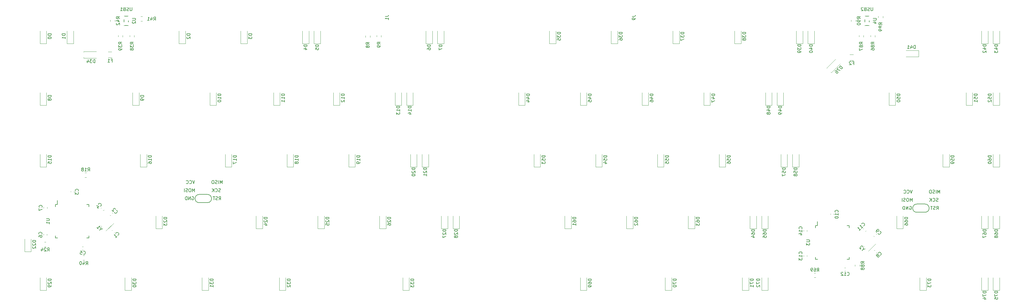
<source format=gbo>
G04 #@! TF.GenerationSoftware,KiCad,Pcbnew,(5.0.0)*
G04 #@! TF.CreationDate,2020-01-09T12:02:49-05:00*
G04 #@! TF.ProjectId,split_65,73706C69745F36352E6B696361645F70,1.0*
G04 #@! TF.SameCoordinates,Original*
G04 #@! TF.FileFunction,Legend,Bot*
G04 #@! TF.FilePolarity,Positive*
%FSLAX46Y46*%
G04 Gerber Fmt 4.6, Leading zero omitted, Abs format (unit mm)*
G04 Created by KiCad (PCBNEW (5.0.0)) date 01/09/20 12:02:49*
%MOMM*%
%LPD*%
G01*
G04 APERTURE LIST*
%ADD10C,0.120000*%
%ADD11C,0.150000*%
%ADD12C,0.010000*%
%ADD13C,2.650000*%
%ADD14C,4.387800*%
%ADD15C,2.150000*%
%ADD16C,0.100000*%
%ADD17C,1.275000*%
%ADD18C,2.100000*%
%ADD19R,1.000000X1.850000*%
%ADD20R,0.700000X1.850000*%
%ADD21C,1.050000*%
%ADD22O,1.400000X2.500000*%
%ADD23O,1.400000X2.000000*%
%ADD24O,1.600000X2.200000*%
%ADD25C,1.900000*%
%ADD26R,1.600000X1.300000*%
%ADD27R,1.300000X1.600000*%
%ADD28C,1.300000*%
%ADD29C,1.650000*%
%ADD30C,2.540000*%
%ADD31C,1.187400*%
%ADD32C,1.375000*%
%ADD33R,0.950000X1.900000*%
%ADD34R,1.900000X0.950000*%
%ADD35R,1.100000X1.400000*%
%ADD36R,1.100000X1.000000*%
%ADD37C,1.600000*%
%ADD38C,3.448000*%
%ADD39C,2.305000*%
%ADD40R,2.305000X2.305000*%
G04 APERTURE END LIST*
D10*
G04 #@! TO.C,C11*
X290219267Y-121975522D02*
X289989062Y-122205727D01*
X289498018Y-121254273D02*
X289267813Y-121484478D01*
D11*
G04 #@! TO.C,J10*
X308403540Y-116300000D02*
G75*
G03X308403540Y-113760000I0J1270000D01*
G01*
X305863540Y-113760000D02*
G75*
G03X305863540Y-116300000I0J-1270000D01*
G01*
X305863540Y-113760000D02*
X308403540Y-113760000D01*
X308403540Y-116300000D02*
X305863540Y-116300000D01*
G04 #@! TO.C,J2*
X86970000Y-113330000D02*
G75*
G03X86970000Y-110790000I0J1270000D01*
G01*
X84430000Y-110790000D02*
G75*
G03X84430000Y-113330000I0J-1270000D01*
G01*
X86970000Y-110790000D02*
X84430000Y-110790000D01*
X84430000Y-113330000D02*
X86970000Y-113330000D01*
D10*
G04 #@! TO.C,C1*
X58165522Y-122725727D02*
X58395727Y-122495522D01*
X57444273Y-122004478D02*
X57674478Y-121774273D01*
G04 #@! TO.C,C2*
X56904273Y-117155522D02*
X57134478Y-117385727D01*
X57625522Y-116434273D02*
X57855727Y-116664478D01*
G04 #@! TO.C,C3*
X45790000Y-110112779D02*
X45790000Y-109787221D01*
X44770000Y-110112779D02*
X44770000Y-109787221D01*
G04 #@! TO.C,C4*
X55025727Y-115545522D02*
X54795522Y-115775727D01*
X54304478Y-114824273D02*
X54074273Y-115054478D01*
G04 #@! TO.C,C5*
X48337221Y-127907410D02*
X48662779Y-127907410D01*
X48337221Y-126887410D02*
X48662779Y-126887410D01*
G04 #@! TO.C,C6*
X36399530Y-123392984D02*
X36399530Y-123067426D01*
X37419530Y-123392984D02*
X37419530Y-123067426D01*
G04 #@! TO.C,C7*
X36470000Y-114733016D02*
X36470000Y-115058574D01*
X37490000Y-114733016D02*
X37490000Y-115058574D01*
G04 #@! TO.C,C8*
X292707813Y-128134478D02*
X292938018Y-127904273D01*
X293429062Y-128855727D02*
X293659267Y-128625522D01*
G04 #@! TO.C,C9*
X292547813Y-123645522D02*
X292778018Y-123875727D01*
X293269062Y-122924273D02*
X293499267Y-123154478D01*
G04 #@! TO.C,C10*
X279233540Y-117052779D02*
X279233540Y-116727221D01*
X280253540Y-117052779D02*
X280253540Y-116727221D01*
G04 #@! TO.C,C12*
X283590761Y-133435875D02*
X283916319Y-133435875D01*
X283590761Y-134455875D02*
X283916319Y-134455875D01*
G04 #@! TO.C,C13*
X270953640Y-129941449D02*
X270953640Y-129615891D01*
X271973640Y-129941449D02*
X271973640Y-129615891D01*
G04 #@! TO.C,C14*
X270953640Y-121876796D02*
X270953640Y-122202354D01*
X271973640Y-121876796D02*
X271973640Y-122202354D01*
G04 #@! TO.C,D0*
X37314215Y-64162760D02*
X35314215Y-64162760D01*
X35314215Y-64162760D02*
X35314215Y-60262760D01*
X37314215Y-64162760D02*
X37314215Y-60262760D01*
G04 #@! TO.C,D1*
X45648625Y-64162760D02*
X45648625Y-60262760D01*
X43648625Y-64162760D02*
X43648625Y-60262760D01*
X45648625Y-64162760D02*
X43648625Y-64162760D01*
G04 #@! TO.C,D2*
X80176895Y-64162760D02*
X78176895Y-64162760D01*
X78176895Y-64162760D02*
X78176895Y-60262760D01*
X80176895Y-64162760D02*
X80176895Y-60262760D01*
G04 #@! TO.C,D3*
X99226975Y-64162760D02*
X97226975Y-64162760D01*
X97226975Y-64162760D02*
X97226975Y-60262760D01*
X99226975Y-64162760D02*
X99226975Y-60262760D01*
G04 #@! TO.C,D4*
X118277055Y-64162760D02*
X118277055Y-60262760D01*
X116277055Y-64162760D02*
X116277055Y-60262760D01*
X118277055Y-64162760D02*
X116277055Y-64162760D01*
G04 #@! TO.C,D5*
X121848945Y-64162760D02*
X121848945Y-60262760D01*
X119848945Y-64162760D02*
X119848945Y-60262760D01*
X121848945Y-64162760D02*
X119848945Y-64162760D01*
G04 #@! TO.C,D6*
X156377215Y-64162760D02*
X156377215Y-60262760D01*
X154377215Y-64162760D02*
X154377215Y-60262760D01*
X156377215Y-64162760D02*
X154377215Y-64162760D01*
G04 #@! TO.C,D7*
X159949105Y-64162760D02*
X159949105Y-60262760D01*
X157949105Y-64162760D02*
X157949105Y-60262760D01*
X159949105Y-64162760D02*
X157949105Y-64162760D01*
G04 #@! TO.C,D8*
X37314215Y-83212840D02*
X35314215Y-83212840D01*
X35314215Y-83212840D02*
X35314215Y-79312840D01*
X37314215Y-83212840D02*
X37314215Y-79312840D01*
G04 #@! TO.C,D9*
X65889335Y-83212840D02*
X63889335Y-83212840D01*
X63889335Y-83212840D02*
X63889335Y-79312840D01*
X65889335Y-83212840D02*
X65889335Y-79312840D01*
G04 #@! TO.C,D10*
X89701935Y-83212840D02*
X89701935Y-79312840D01*
X87701935Y-83212840D02*
X87701935Y-79312840D01*
X89701935Y-83212840D02*
X87701935Y-83212840D01*
G04 #@! TO.C,D11*
X109347330Y-83212840D02*
X107347330Y-83212840D01*
X107347330Y-83212840D02*
X107347330Y-79312840D01*
X109347330Y-83212840D02*
X109347330Y-79312840D01*
G04 #@! TO.C,D12*
X127802095Y-83212840D02*
X125802095Y-83212840D01*
X125802095Y-83212840D02*
X125802095Y-79312840D01*
X127802095Y-83212840D02*
X127802095Y-79312840D01*
G04 #@! TO.C,D13*
X146852175Y-83212840D02*
X144852175Y-83212840D01*
X144852175Y-83212840D02*
X144852175Y-79312840D01*
X146852175Y-83212840D02*
X146852175Y-79312840D01*
G04 #@! TO.C,D14*
X150424065Y-83212840D02*
X148424065Y-83212840D01*
X148424065Y-83212840D02*
X148424065Y-79312840D01*
X150424065Y-83212840D02*
X150424065Y-79312840D01*
G04 #@! TO.C,D15*
X37314215Y-102262920D02*
X35314215Y-102262920D01*
X35314215Y-102262920D02*
X35314215Y-98362920D01*
X37314215Y-102262920D02*
X37314215Y-98362920D01*
G04 #@! TO.C,D16*
X68270595Y-102262920D02*
X66270595Y-102262920D01*
X66270595Y-102262920D02*
X66270595Y-98362920D01*
X68270595Y-102262920D02*
X68270595Y-98362920D01*
G04 #@! TO.C,D17*
X94464455Y-102262920D02*
X92464455Y-102262920D01*
X92464455Y-102262920D02*
X92464455Y-98362920D01*
X94464455Y-102262920D02*
X94464455Y-98362920D01*
G04 #@! TO.C,D18*
X113514535Y-102262920D02*
X111514535Y-102262920D01*
X111514535Y-102262920D02*
X111514535Y-98362920D01*
X113514535Y-102262920D02*
X113514535Y-98362920D01*
G04 #@! TO.C,D19*
X132564615Y-102262920D02*
X132564615Y-98362920D01*
X130564615Y-102262920D02*
X130564615Y-98362920D01*
X132564615Y-102262920D02*
X130564615Y-102262920D01*
G04 #@! TO.C,D20*
X151614695Y-102262920D02*
X149614695Y-102262920D01*
X149614695Y-102262920D02*
X149614695Y-98362920D01*
X151614695Y-102262920D02*
X151614695Y-98362920D01*
G04 #@! TO.C,D21*
X155186585Y-102262920D02*
X155186585Y-98362920D01*
X153186585Y-102262920D02*
X153186585Y-98362920D01*
X155186585Y-102262920D02*
X153186585Y-102262920D01*
G04 #@! TO.C,D22*
X32551695Y-128456780D02*
X30551695Y-128456780D01*
X30551695Y-128456780D02*
X30551695Y-124556780D01*
X32551695Y-128456780D02*
X32551695Y-124556780D01*
G04 #@! TO.C,D23*
X73033115Y-121313000D02*
X73033115Y-117413000D01*
X71033115Y-121313000D02*
X71033115Y-117413000D01*
X73033115Y-121313000D02*
X71033115Y-121313000D01*
G04 #@! TO.C,D24*
X103989495Y-121313000D02*
X101989495Y-121313000D01*
X101989495Y-121313000D02*
X101989495Y-117413000D01*
X103989495Y-121313000D02*
X103989495Y-117413000D01*
G04 #@! TO.C,D25*
X123039575Y-121313000D02*
X121039575Y-121313000D01*
X121039575Y-121313000D02*
X121039575Y-117413000D01*
X123039575Y-121313000D02*
X123039575Y-117413000D01*
G04 #@! TO.C,D26*
X142089655Y-121313000D02*
X142089655Y-117413000D01*
X140089655Y-121313000D02*
X140089655Y-117413000D01*
X142089655Y-121313000D02*
X140089655Y-121313000D01*
G04 #@! TO.C,D27*
X161139735Y-121313000D02*
X161139735Y-117413000D01*
X159139735Y-121313000D02*
X159139735Y-117413000D01*
X161139735Y-121313000D02*
X159139735Y-121313000D01*
G04 #@! TO.C,D28*
X164711625Y-121313000D02*
X162711625Y-121313000D01*
X162711625Y-121313000D02*
X162711625Y-117413000D01*
X164711625Y-121313000D02*
X164711625Y-117413000D01*
G04 #@! TO.C,D29*
X37314215Y-140363080D02*
X37314215Y-136463080D01*
X35314215Y-140363080D02*
X35314215Y-136463080D01*
X37314215Y-140363080D02*
X35314215Y-140363080D01*
G04 #@! TO.C,D30*
X63508075Y-140363080D02*
X63508075Y-136463080D01*
X61508075Y-140363080D02*
X61508075Y-136463080D01*
X63508075Y-140363080D02*
X61508075Y-140363080D01*
G04 #@! TO.C,D31*
X87320675Y-140363080D02*
X87320675Y-136463080D01*
X85320675Y-140363080D02*
X85320675Y-136463080D01*
X87320675Y-140363080D02*
X85320675Y-140363080D01*
G04 #@! TO.C,D32*
X111133275Y-140363080D02*
X109133275Y-140363080D01*
X109133275Y-140363080D02*
X109133275Y-136463080D01*
X111133275Y-140363080D02*
X111133275Y-136463080D01*
G04 #@! TO.C,D33*
X149233435Y-140363080D02*
X147233435Y-140363080D01*
X147233435Y-140363080D02*
X147233435Y-136463080D01*
X149233435Y-140363080D02*
X149233435Y-136463080D01*
G04 #@! TO.C,D34*
X48800000Y-68660000D02*
X48800000Y-66660000D01*
X48800000Y-66660000D02*
X52700000Y-66660000D01*
X48800000Y-68660000D02*
X52700000Y-68660000D01*
G04 #@! TO.C,D35*
X194477375Y-64162760D02*
X194477375Y-60262760D01*
X192477375Y-64162760D02*
X192477375Y-60262760D01*
X194477375Y-64162760D02*
X192477375Y-64162760D01*
G04 #@! TO.C,D36*
X213527455Y-64162760D02*
X213527455Y-60262760D01*
X211527455Y-64162760D02*
X211527455Y-60262760D01*
X213527455Y-64162760D02*
X211527455Y-64162760D01*
G04 #@! TO.C,D37*
X232577535Y-64162760D02*
X230577535Y-64162760D01*
X230577535Y-64162760D02*
X230577535Y-60262760D01*
X232577535Y-64162760D02*
X232577535Y-60262760D01*
G04 #@! TO.C,D38*
X251627615Y-64162760D02*
X251627615Y-60262760D01*
X249627615Y-64162760D02*
X249627615Y-60262760D01*
X251627615Y-64162760D02*
X249627615Y-64162760D01*
G04 #@! TO.C,D39*
X270677695Y-64162760D02*
X270677695Y-60262760D01*
X268677695Y-64162760D02*
X268677695Y-60262760D01*
X270677695Y-64162760D02*
X268677695Y-64162760D01*
G04 #@! TO.C,D40*
X274249585Y-64162760D02*
X272249585Y-64162760D01*
X272249585Y-64162760D02*
X272249585Y-60262760D01*
X274249585Y-64162760D02*
X274249585Y-60262760D01*
G04 #@! TO.C,D41*
X306455965Y-66270595D02*
X302555965Y-66270595D01*
X306455965Y-68270595D02*
X302555965Y-68270595D01*
X306455965Y-66270595D02*
X306455965Y-68270595D01*
G04 #@! TO.C,D42*
X327827935Y-64162760D02*
X325827935Y-64162760D01*
X325827935Y-64162760D02*
X325827935Y-60262760D01*
X327827935Y-64162760D02*
X327827935Y-60262760D01*
G04 #@! TO.C,D43*
X331399825Y-64162760D02*
X331399825Y-60262760D01*
X329399825Y-64162760D02*
X329399825Y-60262760D01*
X331399825Y-64162760D02*
X329399825Y-64162760D01*
G04 #@! TO.C,D44*
X184952335Y-83212840D02*
X184952335Y-79312840D01*
X182952335Y-83212840D02*
X182952335Y-79312840D01*
X184952335Y-83212840D02*
X182952335Y-83212840D01*
G04 #@! TO.C,D45*
X204002415Y-83212840D02*
X202002415Y-83212840D01*
X202002415Y-83212840D02*
X202002415Y-79312840D01*
X204002415Y-83212840D02*
X204002415Y-79312840D01*
G04 #@! TO.C,D46*
X223052495Y-83212840D02*
X221052495Y-83212840D01*
X221052495Y-83212840D02*
X221052495Y-79312840D01*
X223052495Y-83212840D02*
X223052495Y-79312840D01*
G04 #@! TO.C,D47*
X242102575Y-83212840D02*
X242102575Y-79312840D01*
X240102575Y-83212840D02*
X240102575Y-79312840D01*
X242102575Y-83212840D02*
X240102575Y-83212840D01*
G04 #@! TO.C,D48*
X261152655Y-83212840D02*
X259152655Y-83212840D01*
X259152655Y-83212840D02*
X259152655Y-79312840D01*
X261152655Y-83212840D02*
X261152655Y-79312840D01*
G04 #@! TO.C,D49*
X264724545Y-83212840D02*
X264724545Y-79312840D01*
X262724545Y-83212840D02*
X262724545Y-79312840D01*
X264724545Y-83212840D02*
X262724545Y-83212840D01*
G04 #@! TO.C,D50*
X299252815Y-83212840D02*
X299252815Y-79312840D01*
X297252815Y-83212840D02*
X297252815Y-79312840D01*
X299252815Y-83212840D02*
X297252815Y-83212840D01*
G04 #@! TO.C,D51*
X323065415Y-83212840D02*
X321065415Y-83212840D01*
X321065415Y-83212840D02*
X321065415Y-79312840D01*
X323065415Y-83212840D02*
X323065415Y-79312840D01*
G04 #@! TO.C,D52*
X331399825Y-83212840D02*
X329399825Y-83212840D01*
X329399825Y-83212840D02*
X329399825Y-79312840D01*
X331399825Y-83212840D02*
X331399825Y-79312840D01*
G04 #@! TO.C,D53*
X189714855Y-102262920D02*
X187714855Y-102262920D01*
X187714855Y-102262920D02*
X187714855Y-98362920D01*
X189714855Y-102262920D02*
X189714855Y-98362920D01*
G04 #@! TO.C,D54*
X208764935Y-102262920D02*
X208764935Y-98362920D01*
X206764935Y-102262920D02*
X206764935Y-98362920D01*
X208764935Y-102262920D02*
X206764935Y-102262920D01*
G04 #@! TO.C,D55*
X227815015Y-102262920D02*
X227815015Y-98362920D01*
X225815015Y-102262920D02*
X225815015Y-98362920D01*
X227815015Y-102262920D02*
X225815015Y-102262920D01*
G04 #@! TO.C,D56*
X246865095Y-102262920D02*
X244865095Y-102262920D01*
X244865095Y-102262920D02*
X244865095Y-98362920D01*
X246865095Y-102262920D02*
X246865095Y-98362920D01*
G04 #@! TO.C,D57*
X265915175Y-102262920D02*
X265915175Y-98362920D01*
X263915175Y-102262920D02*
X263915175Y-98362920D01*
X265915175Y-102262920D02*
X263915175Y-102262920D01*
G04 #@! TO.C,D58*
X269487065Y-102262920D02*
X269487065Y-98362920D01*
X267487065Y-102262920D02*
X267487065Y-98362920D01*
X269487065Y-102262920D02*
X267487065Y-102262920D01*
G04 #@! TO.C,D59*
X315921635Y-102262920D02*
X315921635Y-98362920D01*
X313921635Y-102262920D02*
X313921635Y-98362920D01*
X315921635Y-102262920D02*
X313921635Y-102262920D01*
G04 #@! TO.C,D60*
X331399825Y-102262920D02*
X331399825Y-98362920D01*
X329399825Y-102262920D02*
X329399825Y-98362920D01*
X331399825Y-102262920D02*
X329399825Y-102262920D01*
G04 #@! TO.C,D61*
X199239895Y-121313000D02*
X197239895Y-121313000D01*
X197239895Y-121313000D02*
X197239895Y-117413000D01*
X199239895Y-121313000D02*
X199239895Y-117413000D01*
G04 #@! TO.C,D62*
X218289975Y-121313000D02*
X218289975Y-117413000D01*
X216289975Y-121313000D02*
X216289975Y-117413000D01*
X218289975Y-121313000D02*
X216289975Y-121313000D01*
G04 #@! TO.C,D63*
X237340055Y-121313000D02*
X235340055Y-121313000D01*
X235340055Y-121313000D02*
X235340055Y-117413000D01*
X237340055Y-121313000D02*
X237340055Y-117413000D01*
G04 #@! TO.C,D64*
X256390135Y-121313000D02*
X256390135Y-117413000D01*
X254390135Y-121313000D02*
X254390135Y-117413000D01*
X256390135Y-121313000D02*
X254390135Y-121313000D01*
G04 #@! TO.C,D65*
X259962025Y-121313000D02*
X259962025Y-117413000D01*
X257962025Y-121313000D02*
X257962025Y-117413000D01*
X259962025Y-121313000D02*
X257962025Y-121313000D01*
G04 #@! TO.C,D66*
X301634075Y-121313000D02*
X299634075Y-121313000D01*
X299634075Y-121313000D02*
X299634075Y-117413000D01*
X301634075Y-121313000D02*
X301634075Y-117413000D01*
G04 #@! TO.C,D67*
X327827935Y-121313000D02*
X327827935Y-117413000D01*
X325827935Y-121313000D02*
X325827935Y-117413000D01*
X327827935Y-121313000D02*
X325827935Y-121313000D01*
G04 #@! TO.C,D68*
X331399825Y-121313000D02*
X329399825Y-121313000D01*
X329399825Y-121313000D02*
X329399825Y-117413000D01*
X331399825Y-121313000D02*
X331399825Y-117413000D01*
G04 #@! TO.C,D69*
X204002415Y-140363080D02*
X204002415Y-136463080D01*
X202002415Y-140363080D02*
X202002415Y-136463080D01*
X204002415Y-140363080D02*
X202002415Y-140363080D01*
G04 #@! TO.C,D70*
X230196275Y-140363080D02*
X230196275Y-136463080D01*
X228196275Y-140363080D02*
X228196275Y-136463080D01*
X230196275Y-140363080D02*
X228196275Y-140363080D01*
G04 #@! TO.C,D71*
X254008875Y-140363080D02*
X252008875Y-140363080D01*
X252008875Y-140363080D02*
X252008875Y-136463080D01*
X254008875Y-140363080D02*
X254008875Y-136463080D01*
G04 #@! TO.C,D72*
X259962025Y-140363080D02*
X257962025Y-140363080D01*
X257962025Y-140363080D02*
X257962025Y-136463080D01*
X259962025Y-140363080D02*
X259962025Y-136463080D01*
G04 #@! TO.C,D73*
X308777855Y-140363080D02*
X306777855Y-140363080D01*
X306777855Y-140363080D02*
X306777855Y-136463080D01*
X308777855Y-140363080D02*
X308777855Y-136463080D01*
G04 #@! TO.C,D74*
X327827935Y-140363080D02*
X325827935Y-140363080D01*
X325827935Y-140363080D02*
X325827935Y-136463080D01*
X327827935Y-140363080D02*
X327827935Y-136463080D01*
G04 #@! TO.C,D75*
X331399825Y-140363080D02*
X331399825Y-136463080D01*
X329399825Y-140363080D02*
X329399825Y-136463080D01*
X331399825Y-140363080D02*
X329399825Y-140363080D01*
G04 #@! TO.C,D76*
X279509482Y-73140582D02*
X282267198Y-70382866D01*
X278095268Y-71726368D02*
X280852984Y-68968652D01*
X279509482Y-73140582D02*
X278095268Y-71726368D01*
G04 #@! TO.C,F1*
X56337936Y-66730000D02*
X57542064Y-66730000D01*
X56337936Y-68550000D02*
X57542064Y-68550000D01*
G04 #@! TO.C,F2*
X285149136Y-69371225D02*
X286353264Y-69371225D01*
X285149136Y-67551225D02*
X286353264Y-67551225D01*
G04 #@! TO.C,R8*
X135770000Y-62288578D02*
X135770000Y-61771422D01*
X137190000Y-62288578D02*
X137190000Y-61771422D01*
G04 #@! TO.C,R9*
X139189025Y-62171338D02*
X139189025Y-61654182D01*
X140609025Y-62171338D02*
X140609025Y-61654182D01*
G04 #@! TO.C,R18*
X49669723Y-104065440D02*
X49152567Y-104065440D01*
X49669723Y-105485440D02*
X49152567Y-105485440D01*
G04 #@! TO.C,R24*
X36650952Y-125496780D02*
X37168108Y-125496780D01*
X36650952Y-126916780D02*
X37168108Y-126916780D01*
G04 #@! TO.C,R38*
X64408705Y-62171338D02*
X64408705Y-61654182D01*
X62988705Y-62171338D02*
X62988705Y-61654182D01*
G04 #@! TO.C,R39*
X59416815Y-62171338D02*
X59416815Y-61654182D01*
X60836815Y-62171338D02*
X60836815Y-61654182D01*
G04 #@! TO.C,R40*
X48557252Y-129663985D02*
X49074408Y-129663985D01*
X48557252Y-131083985D02*
X49074408Y-131083985D01*
G04 #@! TO.C,R41*
X66416702Y-57264925D02*
X66933858Y-57264925D01*
X66416702Y-55844925D02*
X66933858Y-55844925D01*
G04 #@! TO.C,R42*
X57035555Y-57408818D02*
X57035555Y-56891662D01*
X58455555Y-57408818D02*
X58455555Y-56891662D01*
G04 #@! TO.C,R69*
X274181637Y-135021820D02*
X274698793Y-135021820D01*
X274181637Y-136441820D02*
X274698793Y-136441820D01*
G04 #@! TO.C,R86*
X291589665Y-62171338D02*
X291589665Y-61654182D01*
X293009665Y-62171338D02*
X293009665Y-61654182D01*
G04 #@! TO.C,R87*
X289437775Y-62171338D02*
X289437775Y-61654182D01*
X288017775Y-62171338D02*
X288017775Y-61654182D01*
G04 #@! TO.C,R88*
X288247145Y-133013823D02*
X288247145Y-132496667D01*
X286827145Y-133013823D02*
X286827145Y-132496667D01*
G04 #@! TO.C,R89*
X293970925Y-56218188D02*
X293970925Y-55701032D01*
X295390925Y-56218188D02*
X295390925Y-55701032D01*
G04 #@! TO.C,R90*
X287056515Y-57408818D02*
X287056515Y-56891662D01*
X285636515Y-57408818D02*
X285636515Y-56891662D01*
D11*
G04 #@! TO.C,U1*
X40068940Y-113888000D02*
X40643940Y-113888000D01*
X40068940Y-124238000D02*
X40743940Y-124238000D01*
X50418940Y-124238000D02*
X49743940Y-124238000D01*
X50418940Y-113888000D02*
X49743940Y-113888000D01*
X40068940Y-113888000D02*
X40068940Y-114563000D01*
X50418940Y-113888000D02*
X50418940Y-114563000D01*
X50418940Y-124238000D02*
X50418940Y-123563000D01*
X40068940Y-124238000D02*
X40068940Y-123563000D01*
X40643940Y-113888000D02*
X40643940Y-112613000D01*
G04 #@! TO.C,U2*
X61262760Y-55700240D02*
X61262760Y-58600240D01*
X61262760Y-55700240D02*
X62562760Y-55700240D01*
X62562760Y-55700240D02*
X62562760Y-58600240D01*
X62562760Y-58600240D02*
X61262760Y-58600240D01*
G04 #@! TO.C,U3*
X275198050Y-120436465D02*
X275198050Y-119161465D01*
X274623050Y-130786465D02*
X274623050Y-130111465D01*
X284973050Y-130786465D02*
X284973050Y-130111465D01*
X284973050Y-120436465D02*
X284973050Y-121111465D01*
X274623050Y-120436465D02*
X274623050Y-121111465D01*
X284973050Y-120436465D02*
X284298050Y-120436465D01*
X284973050Y-130786465D02*
X284298050Y-130786465D01*
X274623050Y-130786465D02*
X275298050Y-130786465D01*
X274623050Y-120436465D02*
X275198050Y-120436465D01*
G04 #@! TO.C,U4*
X291163720Y-58600240D02*
X289863720Y-58600240D01*
X291163720Y-55700240D02*
X291163720Y-58600240D01*
X289863720Y-55700240D02*
X291163720Y-55700240D01*
X289863720Y-55700240D02*
X289863720Y-58600240D01*
D10*
G04 #@! TO.C,Y1*
X57990940Y-119717487D02*
X55657487Y-122050940D01*
X55657487Y-122050940D02*
X52829060Y-119222513D01*
G04 #@! TO.C,Y2*
X290931027Y-128310940D02*
X288102600Y-125482513D01*
X293264480Y-125977487D02*
X290931027Y-128310940D01*
G04 #@! TO.C,C11*
D11*
X289439483Y-120516806D02*
X289506827Y-120516806D01*
X289641514Y-120449462D01*
X289708857Y-120382119D01*
X289776201Y-120247432D01*
X289776201Y-120112745D01*
X289742529Y-120011730D01*
X289641514Y-119843371D01*
X289540499Y-119742356D01*
X289372140Y-119641340D01*
X289271125Y-119607669D01*
X289136438Y-119607669D01*
X289001751Y-119675012D01*
X288934407Y-119742356D01*
X288867064Y-119877043D01*
X288867064Y-119944386D01*
X288833392Y-121257585D02*
X289237453Y-120853524D01*
X289035422Y-121055554D02*
X288328315Y-120348447D01*
X288496674Y-120382119D01*
X288631361Y-120382119D01*
X288732377Y-120348447D01*
X288159957Y-121931020D02*
X288564018Y-121526959D01*
X288361987Y-121728989D02*
X287654880Y-121021882D01*
X287823239Y-121055554D01*
X287957926Y-121055554D01*
X288058941Y-121021882D01*
G04 #@! TO.C,J10*
X312954968Y-110442380D02*
X312954968Y-109442380D01*
X312621635Y-110156666D01*
X312288301Y-109442380D01*
X312288301Y-110442380D01*
X311812111Y-110442380D02*
X311812111Y-109442380D01*
X311383540Y-110394761D02*
X311240682Y-110442380D01*
X311002587Y-110442380D01*
X310907349Y-110394761D01*
X310859730Y-110347142D01*
X310812111Y-110251904D01*
X310812111Y-110156666D01*
X310859730Y-110061428D01*
X310907349Y-110013809D01*
X311002587Y-109966190D01*
X311193063Y-109918571D01*
X311288301Y-109870952D01*
X311335920Y-109823333D01*
X311383540Y-109728095D01*
X311383540Y-109632857D01*
X311335920Y-109537619D01*
X311288301Y-109490000D01*
X311193063Y-109442380D01*
X310954968Y-109442380D01*
X310812111Y-109490000D01*
X310193063Y-109442380D02*
X310002587Y-109442380D01*
X309907349Y-109490000D01*
X309812111Y-109585238D01*
X309764492Y-109775714D01*
X309764492Y-110109047D01*
X309812111Y-110299523D01*
X309907349Y-110394761D01*
X310002587Y-110442380D01*
X310193063Y-110442380D01*
X310288301Y-110394761D01*
X310383540Y-110299523D01*
X310431159Y-110109047D01*
X310431159Y-109775714D01*
X310383540Y-109585238D01*
X310288301Y-109490000D01*
X310193063Y-109442380D01*
X304466873Y-109442380D02*
X304133540Y-110442380D01*
X303800206Y-109442380D01*
X302895444Y-110347142D02*
X302943063Y-110394761D01*
X303085920Y-110442380D01*
X303181159Y-110442380D01*
X303324016Y-110394761D01*
X303419254Y-110299523D01*
X303466873Y-110204285D01*
X303514492Y-110013809D01*
X303514492Y-109870952D01*
X303466873Y-109680476D01*
X303419254Y-109585238D01*
X303324016Y-109490000D01*
X303181159Y-109442380D01*
X303085920Y-109442380D01*
X302943063Y-109490000D01*
X302895444Y-109537619D01*
X301895444Y-110347142D02*
X301943063Y-110394761D01*
X302085920Y-110442380D01*
X302181159Y-110442380D01*
X302324016Y-110394761D01*
X302419254Y-110299523D01*
X302466873Y-110204285D01*
X302514492Y-110013809D01*
X302514492Y-109870952D01*
X302466873Y-109680476D01*
X302419254Y-109585238D01*
X302324016Y-109490000D01*
X302181159Y-109442380D01*
X302085920Y-109442380D01*
X301943063Y-109490000D01*
X301895444Y-109537619D01*
X312419254Y-112894761D02*
X312276397Y-112942380D01*
X312038301Y-112942380D01*
X311943063Y-112894761D01*
X311895444Y-112847142D01*
X311847825Y-112751904D01*
X311847825Y-112656666D01*
X311895444Y-112561428D01*
X311943063Y-112513809D01*
X312038301Y-112466190D01*
X312228778Y-112418571D01*
X312324016Y-112370952D01*
X312371635Y-112323333D01*
X312419254Y-112228095D01*
X312419254Y-112132857D01*
X312371635Y-112037619D01*
X312324016Y-111990000D01*
X312228778Y-111942380D01*
X311990682Y-111942380D01*
X311847825Y-111990000D01*
X310847825Y-112847142D02*
X310895444Y-112894761D01*
X311038301Y-112942380D01*
X311133540Y-112942380D01*
X311276397Y-112894761D01*
X311371635Y-112799523D01*
X311419254Y-112704285D01*
X311466873Y-112513809D01*
X311466873Y-112370952D01*
X311419254Y-112180476D01*
X311371635Y-112085238D01*
X311276397Y-111990000D01*
X311133540Y-111942380D01*
X311038301Y-111942380D01*
X310895444Y-111990000D01*
X310847825Y-112037619D01*
X310419254Y-112942380D02*
X310419254Y-111942380D01*
X309847825Y-112942380D02*
X310276397Y-112370952D01*
X309847825Y-111942380D02*
X310419254Y-112513809D01*
X304454968Y-112942380D02*
X304454968Y-111942380D01*
X304121635Y-112656666D01*
X303788301Y-111942380D01*
X303788301Y-112942380D01*
X303121635Y-111942380D02*
X302931159Y-111942380D01*
X302835920Y-111990000D01*
X302740682Y-112085238D01*
X302693063Y-112275714D01*
X302693063Y-112609047D01*
X302740682Y-112799523D01*
X302835920Y-112894761D01*
X302931159Y-112942380D01*
X303121635Y-112942380D01*
X303216873Y-112894761D01*
X303312111Y-112799523D01*
X303359730Y-112609047D01*
X303359730Y-112275714D01*
X303312111Y-112085238D01*
X303216873Y-111990000D01*
X303121635Y-111942380D01*
X302312111Y-112894761D02*
X302169254Y-112942380D01*
X301931159Y-112942380D01*
X301835920Y-112894761D01*
X301788301Y-112847142D01*
X301740682Y-112751904D01*
X301740682Y-112656666D01*
X301788301Y-112561428D01*
X301835920Y-112513809D01*
X301931159Y-112466190D01*
X302121635Y-112418571D01*
X302216873Y-112370952D01*
X302264492Y-112323333D01*
X302312111Y-112228095D01*
X302312111Y-112132857D01*
X302264492Y-112037619D01*
X302216873Y-111990000D01*
X302121635Y-111942380D01*
X301883540Y-111942380D01*
X301740682Y-111990000D01*
X301312111Y-112942380D02*
X301312111Y-111942380D01*
X311931159Y-115442380D02*
X312264492Y-114966190D01*
X312502587Y-115442380D02*
X312502587Y-114442380D01*
X312121635Y-114442380D01*
X312026397Y-114490000D01*
X311978778Y-114537619D01*
X311931159Y-114632857D01*
X311931159Y-114775714D01*
X311978778Y-114870952D01*
X312026397Y-114918571D01*
X312121635Y-114966190D01*
X312502587Y-114966190D01*
X311550206Y-115394761D02*
X311407349Y-115442380D01*
X311169254Y-115442380D01*
X311074016Y-115394761D01*
X311026397Y-115347142D01*
X310978778Y-115251904D01*
X310978778Y-115156666D01*
X311026397Y-115061428D01*
X311074016Y-115013809D01*
X311169254Y-114966190D01*
X311359730Y-114918571D01*
X311454968Y-114870952D01*
X311502587Y-114823333D01*
X311550206Y-114728095D01*
X311550206Y-114632857D01*
X311502587Y-114537619D01*
X311454968Y-114490000D01*
X311359730Y-114442380D01*
X311121635Y-114442380D01*
X310978778Y-114490000D01*
X310693063Y-114442380D02*
X310121635Y-114442380D01*
X310407349Y-115442380D02*
X310407349Y-114442380D01*
X303645444Y-114490000D02*
X303740682Y-114442380D01*
X303883540Y-114442380D01*
X304026397Y-114490000D01*
X304121635Y-114585238D01*
X304169254Y-114680476D01*
X304216873Y-114870952D01*
X304216873Y-115013809D01*
X304169254Y-115204285D01*
X304121635Y-115299523D01*
X304026397Y-115394761D01*
X303883540Y-115442380D01*
X303788301Y-115442380D01*
X303645444Y-115394761D01*
X303597825Y-115347142D01*
X303597825Y-115013809D01*
X303788301Y-115013809D01*
X303169254Y-115442380D02*
X303169254Y-114442380D01*
X302597825Y-115442380D01*
X302597825Y-114442380D01*
X302121635Y-115442380D02*
X302121635Y-114442380D01*
X301883540Y-114442380D01*
X301740682Y-114490000D01*
X301645444Y-114585238D01*
X301597825Y-114680476D01*
X301550206Y-114870952D01*
X301550206Y-115013809D01*
X301597825Y-115204285D01*
X301645444Y-115299523D01*
X301740682Y-115394761D01*
X301883540Y-115442380D01*
X302121635Y-115442380D01*
G04 #@! TO.C,J2*
X82211904Y-111520000D02*
X82307142Y-111472380D01*
X82450000Y-111472380D01*
X82592857Y-111520000D01*
X82688095Y-111615238D01*
X82735714Y-111710476D01*
X82783333Y-111900952D01*
X82783333Y-112043809D01*
X82735714Y-112234285D01*
X82688095Y-112329523D01*
X82592857Y-112424761D01*
X82450000Y-112472380D01*
X82354761Y-112472380D01*
X82211904Y-112424761D01*
X82164285Y-112377142D01*
X82164285Y-112043809D01*
X82354761Y-112043809D01*
X81735714Y-112472380D02*
X81735714Y-111472380D01*
X81164285Y-112472380D01*
X81164285Y-111472380D01*
X80688095Y-112472380D02*
X80688095Y-111472380D01*
X80450000Y-111472380D01*
X80307142Y-111520000D01*
X80211904Y-111615238D01*
X80164285Y-111710476D01*
X80116666Y-111900952D01*
X80116666Y-112043809D01*
X80164285Y-112234285D01*
X80211904Y-112329523D01*
X80307142Y-112424761D01*
X80450000Y-112472380D01*
X80688095Y-112472380D01*
X90497619Y-112472380D02*
X90830952Y-111996190D01*
X91069047Y-112472380D02*
X91069047Y-111472380D01*
X90688095Y-111472380D01*
X90592857Y-111520000D01*
X90545238Y-111567619D01*
X90497619Y-111662857D01*
X90497619Y-111805714D01*
X90545238Y-111900952D01*
X90592857Y-111948571D01*
X90688095Y-111996190D01*
X91069047Y-111996190D01*
X90116666Y-112424761D02*
X89973809Y-112472380D01*
X89735714Y-112472380D01*
X89640476Y-112424761D01*
X89592857Y-112377142D01*
X89545238Y-112281904D01*
X89545238Y-112186666D01*
X89592857Y-112091428D01*
X89640476Y-112043809D01*
X89735714Y-111996190D01*
X89926190Y-111948571D01*
X90021428Y-111900952D01*
X90069047Y-111853333D01*
X90116666Y-111758095D01*
X90116666Y-111662857D01*
X90069047Y-111567619D01*
X90021428Y-111520000D01*
X89926190Y-111472380D01*
X89688095Y-111472380D01*
X89545238Y-111520000D01*
X89259523Y-111472380D02*
X88688095Y-111472380D01*
X88973809Y-112472380D02*
X88973809Y-111472380D01*
X83021428Y-109972380D02*
X83021428Y-108972380D01*
X82688095Y-109686666D01*
X82354761Y-108972380D01*
X82354761Y-109972380D01*
X81688095Y-108972380D02*
X81497619Y-108972380D01*
X81402380Y-109020000D01*
X81307142Y-109115238D01*
X81259523Y-109305714D01*
X81259523Y-109639047D01*
X81307142Y-109829523D01*
X81402380Y-109924761D01*
X81497619Y-109972380D01*
X81688095Y-109972380D01*
X81783333Y-109924761D01*
X81878571Y-109829523D01*
X81926190Y-109639047D01*
X81926190Y-109305714D01*
X81878571Y-109115238D01*
X81783333Y-109020000D01*
X81688095Y-108972380D01*
X80878571Y-109924761D02*
X80735714Y-109972380D01*
X80497619Y-109972380D01*
X80402380Y-109924761D01*
X80354761Y-109877142D01*
X80307142Y-109781904D01*
X80307142Y-109686666D01*
X80354761Y-109591428D01*
X80402380Y-109543809D01*
X80497619Y-109496190D01*
X80688095Y-109448571D01*
X80783333Y-109400952D01*
X80830952Y-109353333D01*
X80878571Y-109258095D01*
X80878571Y-109162857D01*
X80830952Y-109067619D01*
X80783333Y-109020000D01*
X80688095Y-108972380D01*
X80450000Y-108972380D01*
X80307142Y-109020000D01*
X79878571Y-109972380D02*
X79878571Y-108972380D01*
X90985714Y-109924761D02*
X90842857Y-109972380D01*
X90604761Y-109972380D01*
X90509523Y-109924761D01*
X90461904Y-109877142D01*
X90414285Y-109781904D01*
X90414285Y-109686666D01*
X90461904Y-109591428D01*
X90509523Y-109543809D01*
X90604761Y-109496190D01*
X90795238Y-109448571D01*
X90890476Y-109400952D01*
X90938095Y-109353333D01*
X90985714Y-109258095D01*
X90985714Y-109162857D01*
X90938095Y-109067619D01*
X90890476Y-109020000D01*
X90795238Y-108972380D01*
X90557142Y-108972380D01*
X90414285Y-109020000D01*
X89414285Y-109877142D02*
X89461904Y-109924761D01*
X89604761Y-109972380D01*
X89700000Y-109972380D01*
X89842857Y-109924761D01*
X89938095Y-109829523D01*
X89985714Y-109734285D01*
X90033333Y-109543809D01*
X90033333Y-109400952D01*
X89985714Y-109210476D01*
X89938095Y-109115238D01*
X89842857Y-109020000D01*
X89700000Y-108972380D01*
X89604761Y-108972380D01*
X89461904Y-109020000D01*
X89414285Y-109067619D01*
X88985714Y-109972380D02*
X88985714Y-108972380D01*
X88414285Y-109972380D02*
X88842857Y-109400952D01*
X88414285Y-108972380D02*
X88985714Y-109543809D01*
X83033333Y-106472380D02*
X82700000Y-107472380D01*
X82366666Y-106472380D01*
X81461904Y-107377142D02*
X81509523Y-107424761D01*
X81652380Y-107472380D01*
X81747619Y-107472380D01*
X81890476Y-107424761D01*
X81985714Y-107329523D01*
X82033333Y-107234285D01*
X82080952Y-107043809D01*
X82080952Y-106900952D01*
X82033333Y-106710476D01*
X81985714Y-106615238D01*
X81890476Y-106520000D01*
X81747619Y-106472380D01*
X81652380Y-106472380D01*
X81509523Y-106520000D01*
X81461904Y-106567619D01*
X80461904Y-107377142D02*
X80509523Y-107424761D01*
X80652380Y-107472380D01*
X80747619Y-107472380D01*
X80890476Y-107424761D01*
X80985714Y-107329523D01*
X81033333Y-107234285D01*
X81080952Y-107043809D01*
X81080952Y-106900952D01*
X81033333Y-106710476D01*
X80985714Y-106615238D01*
X80890476Y-106520000D01*
X80747619Y-106472380D01*
X80652380Y-106472380D01*
X80509523Y-106520000D01*
X80461904Y-106567619D01*
X91521428Y-107472380D02*
X91521428Y-106472380D01*
X91188095Y-107186666D01*
X90854761Y-106472380D01*
X90854761Y-107472380D01*
X90378571Y-107472380D02*
X90378571Y-106472380D01*
X89950000Y-107424761D02*
X89807142Y-107472380D01*
X89569047Y-107472380D01*
X89473809Y-107424761D01*
X89426190Y-107377142D01*
X89378571Y-107281904D01*
X89378571Y-107186666D01*
X89426190Y-107091428D01*
X89473809Y-107043809D01*
X89569047Y-106996190D01*
X89759523Y-106948571D01*
X89854761Y-106900952D01*
X89902380Y-106853333D01*
X89950000Y-106758095D01*
X89950000Y-106662857D01*
X89902380Y-106567619D01*
X89854761Y-106520000D01*
X89759523Y-106472380D01*
X89521428Y-106472380D01*
X89378571Y-106520000D01*
X88759523Y-106472380D02*
X88569047Y-106472380D01*
X88473809Y-106520000D01*
X88378571Y-106615238D01*
X88330952Y-106805714D01*
X88330952Y-107139047D01*
X88378571Y-107329523D01*
X88473809Y-107424761D01*
X88569047Y-107472380D01*
X88759523Y-107472380D01*
X88854761Y-107424761D01*
X88950000Y-107329523D01*
X88997619Y-107139047D01*
X88997619Y-106805714D01*
X88950000Y-106615238D01*
X88854761Y-106520000D01*
X88759523Y-106472380D01*
G04 #@! TO.C,USB1*
X63650595Y-53053422D02*
X63650595Y-53862946D01*
X63602976Y-53958184D01*
X63555357Y-54005803D01*
X63460119Y-54053422D01*
X63269642Y-54053422D01*
X63174404Y-54005803D01*
X63126785Y-53958184D01*
X63079166Y-53862946D01*
X63079166Y-53053422D01*
X62650595Y-54005803D02*
X62507738Y-54053422D01*
X62269642Y-54053422D01*
X62174404Y-54005803D01*
X62126785Y-53958184D01*
X62079166Y-53862946D01*
X62079166Y-53767708D01*
X62126785Y-53672470D01*
X62174404Y-53624851D01*
X62269642Y-53577232D01*
X62460119Y-53529613D01*
X62555357Y-53481994D01*
X62602976Y-53434375D01*
X62650595Y-53339137D01*
X62650595Y-53243899D01*
X62602976Y-53148661D01*
X62555357Y-53101042D01*
X62460119Y-53053422D01*
X62222023Y-53053422D01*
X62079166Y-53101042D01*
X61317261Y-53529613D02*
X61174404Y-53577232D01*
X61126785Y-53624851D01*
X61079166Y-53720089D01*
X61079166Y-53862946D01*
X61126785Y-53958184D01*
X61174404Y-54005803D01*
X61269642Y-54053422D01*
X61650595Y-54053422D01*
X61650595Y-53053422D01*
X61317261Y-53053422D01*
X61222023Y-53101042D01*
X61174404Y-53148661D01*
X61126785Y-53243899D01*
X61126785Y-53339137D01*
X61174404Y-53434375D01*
X61222023Y-53481994D01*
X61317261Y-53529613D01*
X61650595Y-53529613D01*
X60126785Y-54053422D02*
X60698214Y-54053422D01*
X60412500Y-54053422D02*
X60412500Y-53053422D01*
X60507738Y-53196280D01*
X60602976Y-53291518D01*
X60698214Y-53339137D01*
G04 #@! TO.C,J1*
X141814880Y-55803656D02*
X142529166Y-55803656D01*
X142672023Y-55756037D01*
X142767261Y-55660799D01*
X142814880Y-55517942D01*
X142814880Y-55422704D01*
X142814880Y-56803656D02*
X142814880Y-56232228D01*
X142814880Y-56517942D02*
X141814880Y-56517942D01*
X141957738Y-56422704D01*
X142052976Y-56327466D01*
X142100595Y-56232228D01*
G04 #@! TO.C,USB2*
X292252387Y-53053422D02*
X292252387Y-53862946D01*
X292204768Y-53958184D01*
X292157149Y-54005803D01*
X292061911Y-54053422D01*
X291871434Y-54053422D01*
X291776196Y-54005803D01*
X291728577Y-53958184D01*
X291680958Y-53862946D01*
X291680958Y-53053422D01*
X291252387Y-54005803D02*
X291109530Y-54053422D01*
X290871434Y-54053422D01*
X290776196Y-54005803D01*
X290728577Y-53958184D01*
X290680958Y-53862946D01*
X290680958Y-53767708D01*
X290728577Y-53672470D01*
X290776196Y-53624851D01*
X290871434Y-53577232D01*
X291061911Y-53529613D01*
X291157149Y-53481994D01*
X291204768Y-53434375D01*
X291252387Y-53339137D01*
X291252387Y-53243899D01*
X291204768Y-53148661D01*
X291157149Y-53101042D01*
X291061911Y-53053422D01*
X290823815Y-53053422D01*
X290680958Y-53101042D01*
X289919053Y-53529613D02*
X289776196Y-53577232D01*
X289728577Y-53624851D01*
X289680958Y-53720089D01*
X289680958Y-53862946D01*
X289728577Y-53958184D01*
X289776196Y-54005803D01*
X289871434Y-54053422D01*
X290252387Y-54053422D01*
X290252387Y-53053422D01*
X289919053Y-53053422D01*
X289823815Y-53101042D01*
X289776196Y-53148661D01*
X289728577Y-53243899D01*
X289728577Y-53339137D01*
X289776196Y-53434375D01*
X289823815Y-53481994D01*
X289919053Y-53529613D01*
X290252387Y-53529613D01*
X289300006Y-53148661D02*
X289252387Y-53101042D01*
X289157149Y-53053422D01*
X288919053Y-53053422D01*
X288823815Y-53101042D01*
X288776196Y-53148661D01*
X288728577Y-53243899D01*
X288728577Y-53339137D01*
X288776196Y-53481994D01*
X289347625Y-54053422D01*
X288728577Y-54053422D01*
G04 #@! TO.C,J9*
X218014670Y-55803656D02*
X218728956Y-55803656D01*
X218871813Y-55756037D01*
X218967051Y-55660799D01*
X219014670Y-55517942D01*
X219014670Y-55422704D01*
X219014670Y-56327466D02*
X219014670Y-56517942D01*
X218967051Y-56613180D01*
X218919432Y-56660799D01*
X218776575Y-56756037D01*
X218586099Y-56803656D01*
X218205147Y-56803656D01*
X218109909Y-56756037D01*
X218062290Y-56708418D01*
X218014670Y-56613180D01*
X218014670Y-56422704D01*
X218062290Y-56327466D01*
X218109909Y-56279847D01*
X218205147Y-56232228D01*
X218443242Y-56232228D01*
X218538480Y-56279847D01*
X218586099Y-56327466D01*
X218633718Y-56422704D01*
X218633718Y-56613180D01*
X218586099Y-56708418D01*
X218538480Y-56756037D01*
X218443242Y-56803656D01*
G04 #@! TO.C,C1*
X59301552Y-123395850D02*
X59368895Y-123395850D01*
X59503582Y-123328506D01*
X59570926Y-123261163D01*
X59638269Y-123126475D01*
X59638269Y-122991788D01*
X59604598Y-122890773D01*
X59503582Y-122722414D01*
X59402567Y-122621399D01*
X59234208Y-122520384D01*
X59133193Y-122486712D01*
X58998506Y-122486712D01*
X58863819Y-122554056D01*
X58796475Y-122621399D01*
X58729132Y-122756086D01*
X58729132Y-122823430D01*
X58695460Y-124136628D02*
X59099521Y-123732567D01*
X58897491Y-123934598D02*
X58190384Y-123227491D01*
X58358743Y-123261163D01*
X58493430Y-123261163D01*
X58594445Y-123227491D01*
G04 #@! TO.C,C2*
X58256475Y-116269226D02*
X58256475Y-116336569D01*
X58323819Y-116471256D01*
X58391162Y-116538600D01*
X58525850Y-116605943D01*
X58660537Y-116605943D01*
X58761552Y-116572272D01*
X58929911Y-116471256D01*
X59030926Y-116370241D01*
X59131941Y-116201882D01*
X59165613Y-116100867D01*
X59165613Y-115966180D01*
X59098269Y-115831493D01*
X59030926Y-115764149D01*
X58896239Y-115696806D01*
X58828895Y-115696806D01*
X58559521Y-115427432D02*
X58559521Y-115360088D01*
X58525850Y-115259073D01*
X58357491Y-115090714D01*
X58256475Y-115057043D01*
X58189132Y-115057043D01*
X58088117Y-115090714D01*
X58020773Y-115158058D01*
X57953430Y-115292745D01*
X57953430Y-116100867D01*
X57515697Y-115663134D01*
G04 #@! TO.C,C3*
X47067142Y-109783333D02*
X47114761Y-109735714D01*
X47162380Y-109592857D01*
X47162380Y-109497619D01*
X47114761Y-109354761D01*
X47019523Y-109259523D01*
X46924285Y-109211904D01*
X46733809Y-109164285D01*
X46590952Y-109164285D01*
X46400476Y-109211904D01*
X46305238Y-109259523D01*
X46210000Y-109354761D01*
X46162380Y-109497619D01*
X46162380Y-109592857D01*
X46210000Y-109735714D01*
X46257619Y-109783333D01*
X46162380Y-110116666D02*
X46162380Y-110735714D01*
X46543333Y-110402380D01*
X46543333Y-110545238D01*
X46590952Y-110640476D01*
X46638571Y-110688095D01*
X46733809Y-110735714D01*
X46971904Y-110735714D01*
X47067142Y-110688095D01*
X47114761Y-110640476D01*
X47162380Y-110545238D01*
X47162380Y-110259523D01*
X47114761Y-110164285D01*
X47067142Y-110116666D01*
G04 #@! TO.C,C4*
X53909226Y-114423524D02*
X53976569Y-114423524D01*
X54111256Y-114356180D01*
X54178600Y-114288837D01*
X54245943Y-114154149D01*
X54245943Y-114019462D01*
X54212272Y-113918447D01*
X54111256Y-113750088D01*
X54010241Y-113649073D01*
X53841882Y-113548058D01*
X53740867Y-113514386D01*
X53606180Y-113514386D01*
X53471493Y-113581730D01*
X53404149Y-113649073D01*
X53336806Y-113783760D01*
X53336806Y-113851104D01*
X52899073Y-114625554D02*
X53370478Y-115096959D01*
X52798058Y-114187821D02*
X53471493Y-114524539D01*
X53033760Y-114962272D01*
G04 #@! TO.C,C5*
X48666666Y-129184552D02*
X48714285Y-129232171D01*
X48857142Y-129279790D01*
X48952380Y-129279790D01*
X49095238Y-129232171D01*
X49190476Y-129136933D01*
X49238095Y-129041695D01*
X49285714Y-128851219D01*
X49285714Y-128708362D01*
X49238095Y-128517886D01*
X49190476Y-128422648D01*
X49095238Y-128327410D01*
X48952380Y-128279790D01*
X48857142Y-128279790D01*
X48714285Y-128327410D01*
X48666666Y-128375029D01*
X47761904Y-128279790D02*
X48238095Y-128279790D01*
X48285714Y-128755981D01*
X48238095Y-128708362D01*
X48142857Y-128660743D01*
X47904761Y-128660743D01*
X47809523Y-128708362D01*
X47761904Y-128755981D01*
X47714285Y-128851219D01*
X47714285Y-129089314D01*
X47761904Y-129184552D01*
X47809523Y-129232171D01*
X47904761Y-129279790D01*
X48142857Y-129279790D01*
X48238095Y-129232171D01*
X48285714Y-129184552D01*
G04 #@! TO.C,C6*
X35836672Y-123063538D02*
X35884291Y-123015919D01*
X35931910Y-122873062D01*
X35931910Y-122777824D01*
X35884291Y-122634966D01*
X35789053Y-122539728D01*
X35693815Y-122492109D01*
X35503339Y-122444490D01*
X35360482Y-122444490D01*
X35170006Y-122492109D01*
X35074768Y-122539728D01*
X34979530Y-122634966D01*
X34931910Y-122777824D01*
X34931910Y-122873062D01*
X34979530Y-123015919D01*
X35027149Y-123063538D01*
X34931910Y-123920681D02*
X34931910Y-123730205D01*
X34979530Y-123634966D01*
X35027149Y-123587347D01*
X35170006Y-123492109D01*
X35360482Y-123444490D01*
X35741434Y-123444490D01*
X35836672Y-123492109D01*
X35884291Y-123539728D01*
X35931910Y-123634966D01*
X35931910Y-123825443D01*
X35884291Y-123920681D01*
X35836672Y-123968300D01*
X35741434Y-124015919D01*
X35503339Y-124015919D01*
X35408101Y-123968300D01*
X35360482Y-123920681D01*
X35312863Y-123825443D01*
X35312863Y-123634966D01*
X35360482Y-123539728D01*
X35408101Y-123492109D01*
X35503339Y-123444490D01*
G04 #@! TO.C,C7*
X35907142Y-114729128D02*
X35954761Y-114681509D01*
X36002380Y-114538652D01*
X36002380Y-114443414D01*
X35954761Y-114300556D01*
X35859523Y-114205318D01*
X35764285Y-114157699D01*
X35573809Y-114110080D01*
X35430952Y-114110080D01*
X35240476Y-114157699D01*
X35145238Y-114205318D01*
X35050000Y-114300556D01*
X35002380Y-114443414D01*
X35002380Y-114538652D01*
X35050000Y-114681509D01*
X35097619Y-114729128D01*
X35002380Y-115062461D02*
X35002380Y-115729128D01*
X36002380Y-115300556D01*
G04 #@! TO.C,C8*
X294565092Y-129525850D02*
X294632435Y-129525850D01*
X294767122Y-129458506D01*
X294834466Y-129391163D01*
X294901809Y-129256475D01*
X294901809Y-129121788D01*
X294868138Y-129020773D01*
X294767122Y-128852414D01*
X294666107Y-128751399D01*
X294497748Y-128650384D01*
X294396733Y-128616712D01*
X294262046Y-128616712D01*
X294127359Y-128684056D01*
X294060015Y-128751399D01*
X293992672Y-128886086D01*
X293992672Y-128953430D01*
X293824313Y-129593193D02*
X293857985Y-129492178D01*
X293857985Y-129424834D01*
X293824313Y-129323819D01*
X293790641Y-129290147D01*
X293689626Y-129256475D01*
X293622283Y-129256475D01*
X293521267Y-129290147D01*
X293386580Y-129424834D01*
X293352909Y-129525850D01*
X293352909Y-129593193D01*
X293386580Y-129694208D01*
X293420252Y-129727880D01*
X293521267Y-129761552D01*
X293588611Y-129761552D01*
X293689626Y-129727880D01*
X293824313Y-129593193D01*
X293925328Y-129559521D01*
X293992672Y-129559521D01*
X294093687Y-129593193D01*
X294228374Y-129727880D01*
X294262046Y-129828895D01*
X294262046Y-129896239D01*
X294228374Y-129997254D01*
X294093687Y-130131941D01*
X293992672Y-130165613D01*
X293925328Y-130165613D01*
X293824313Y-130131941D01*
X293689626Y-129997254D01*
X293655954Y-129896239D01*
X293655954Y-129828895D01*
X293689626Y-129727880D01*
G04 #@! TO.C,C9*
X293900015Y-122759226D02*
X293900015Y-122826569D01*
X293967359Y-122961256D01*
X294034703Y-123028600D01*
X294169390Y-123095943D01*
X294304077Y-123095943D01*
X294405092Y-123062272D01*
X294573451Y-122961256D01*
X294674466Y-122860241D01*
X294775481Y-122691882D01*
X294809153Y-122590867D01*
X294809153Y-122456180D01*
X294741809Y-122321493D01*
X294674466Y-122254149D01*
X294539779Y-122186806D01*
X294472435Y-122186806D01*
X293495954Y-122489852D02*
X293361267Y-122355165D01*
X293327596Y-122254149D01*
X293327596Y-122186806D01*
X293361267Y-122018447D01*
X293462283Y-121850088D01*
X293731657Y-121580714D01*
X293832672Y-121547043D01*
X293900015Y-121547043D01*
X294001031Y-121580714D01*
X294135718Y-121715401D01*
X294169390Y-121816417D01*
X294169390Y-121883760D01*
X294135718Y-121984775D01*
X293967359Y-122153134D01*
X293866344Y-122186806D01*
X293799000Y-122186806D01*
X293697985Y-122153134D01*
X293563298Y-122018447D01*
X293529626Y-121917432D01*
X293529626Y-121850088D01*
X293563298Y-121749073D01*
G04 #@! TO.C,C10*
X281530682Y-116247142D02*
X281578301Y-116199523D01*
X281625920Y-116056666D01*
X281625920Y-115961428D01*
X281578301Y-115818571D01*
X281483063Y-115723333D01*
X281387825Y-115675714D01*
X281197349Y-115628095D01*
X281054492Y-115628095D01*
X280864016Y-115675714D01*
X280768778Y-115723333D01*
X280673540Y-115818571D01*
X280625920Y-115961428D01*
X280625920Y-116056666D01*
X280673540Y-116199523D01*
X280721159Y-116247142D01*
X281625920Y-117199523D02*
X281625920Y-116628095D01*
X281625920Y-116913809D02*
X280625920Y-116913809D01*
X280768778Y-116818571D01*
X280864016Y-116723333D01*
X280911635Y-116628095D01*
X280625920Y-117818571D02*
X280625920Y-117913809D01*
X280673540Y-118009047D01*
X280721159Y-118056666D01*
X280816397Y-118104285D01*
X281006873Y-118151904D01*
X281244968Y-118151904D01*
X281435444Y-118104285D01*
X281530682Y-118056666D01*
X281578301Y-118009047D01*
X281625920Y-117913809D01*
X281625920Y-117818571D01*
X281578301Y-117723333D01*
X281530682Y-117675714D01*
X281435444Y-117628095D01*
X281244968Y-117580476D01*
X281006873Y-117580476D01*
X280816397Y-117628095D01*
X280721159Y-117675714D01*
X280673540Y-117723333D01*
X280625920Y-117818571D01*
G04 #@! TO.C,C12*
X284396397Y-135733017D02*
X284444016Y-135780636D01*
X284586873Y-135828255D01*
X284682111Y-135828255D01*
X284824968Y-135780636D01*
X284920206Y-135685398D01*
X284967825Y-135590160D01*
X285015444Y-135399684D01*
X285015444Y-135256827D01*
X284967825Y-135066351D01*
X284920206Y-134971113D01*
X284824968Y-134875875D01*
X284682111Y-134828255D01*
X284586873Y-134828255D01*
X284444016Y-134875875D01*
X284396397Y-134923494D01*
X283444016Y-135828255D02*
X284015444Y-135828255D01*
X283729730Y-135828255D02*
X283729730Y-134828255D01*
X283824968Y-134971113D01*
X283920206Y-135066351D01*
X284015444Y-135113970D01*
X283063063Y-134923494D02*
X283015444Y-134875875D01*
X282920206Y-134828255D01*
X282682111Y-134828255D01*
X282586873Y-134875875D01*
X282539254Y-134923494D01*
X282491635Y-135018732D01*
X282491635Y-135113970D01*
X282539254Y-135256827D01*
X283110682Y-135828255D01*
X282491635Y-135828255D01*
G04 #@! TO.C,C13*
X270390782Y-129135812D02*
X270438401Y-129088193D01*
X270486020Y-128945336D01*
X270486020Y-128850098D01*
X270438401Y-128707241D01*
X270343163Y-128612003D01*
X270247925Y-128564384D01*
X270057449Y-128516765D01*
X269914592Y-128516765D01*
X269724116Y-128564384D01*
X269628878Y-128612003D01*
X269533640Y-128707241D01*
X269486020Y-128850098D01*
X269486020Y-128945336D01*
X269533640Y-129088193D01*
X269581259Y-129135812D01*
X270486020Y-130088193D02*
X270486020Y-129516765D01*
X270486020Y-129802479D02*
X269486020Y-129802479D01*
X269628878Y-129707241D01*
X269724116Y-129612003D01*
X269771735Y-129516765D01*
X269486020Y-130421527D02*
X269486020Y-131040574D01*
X269866973Y-130707241D01*
X269866973Y-130850098D01*
X269914592Y-130945336D01*
X269962211Y-130992955D01*
X270057449Y-131040574D01*
X270295544Y-131040574D01*
X270390782Y-130992955D01*
X270438401Y-130945336D01*
X270486020Y-130850098D01*
X270486020Y-130564384D01*
X270438401Y-130469146D01*
X270390782Y-130421527D01*
G04 #@! TO.C,C14*
X270390782Y-121396717D02*
X270438401Y-121349098D01*
X270486020Y-121206241D01*
X270486020Y-121111003D01*
X270438401Y-120968146D01*
X270343163Y-120872908D01*
X270247925Y-120825289D01*
X270057449Y-120777670D01*
X269914592Y-120777670D01*
X269724116Y-120825289D01*
X269628878Y-120872908D01*
X269533640Y-120968146D01*
X269486020Y-121111003D01*
X269486020Y-121206241D01*
X269533640Y-121349098D01*
X269581259Y-121396717D01*
X270486020Y-122349098D02*
X270486020Y-121777670D01*
X270486020Y-122063384D02*
X269486020Y-122063384D01*
X269628878Y-121968146D01*
X269724116Y-121872908D01*
X269771735Y-121777670D01*
X269819354Y-123206241D02*
X270486020Y-123206241D01*
X269438401Y-122968146D02*
X270152687Y-122730051D01*
X270152687Y-123349098D01*
G04 #@! TO.C,D0*
X38766595Y-61174664D02*
X37766595Y-61174664D01*
X37766595Y-61412760D01*
X37814215Y-61555617D01*
X37909453Y-61650855D01*
X38004691Y-61698474D01*
X38195167Y-61746093D01*
X38338024Y-61746093D01*
X38528500Y-61698474D01*
X38623738Y-61650855D01*
X38718976Y-61555617D01*
X38766595Y-61412760D01*
X38766595Y-61174664D01*
X37766595Y-62365140D02*
X37766595Y-62460379D01*
X37814215Y-62555617D01*
X37861834Y-62603236D01*
X37957072Y-62650855D01*
X38147548Y-62698474D01*
X38385643Y-62698474D01*
X38576119Y-62650855D01*
X38671357Y-62603236D01*
X38718976Y-62555617D01*
X38766595Y-62460379D01*
X38766595Y-62365140D01*
X38718976Y-62269902D01*
X38671357Y-62222283D01*
X38576119Y-62174664D01*
X38385643Y-62127045D01*
X38147548Y-62127045D01*
X37957072Y-62174664D01*
X37861834Y-62222283D01*
X37814215Y-62269902D01*
X37766595Y-62365140D01*
G04 #@! TO.C,D1*
X43101005Y-61174664D02*
X42101005Y-61174664D01*
X42101005Y-61412760D01*
X42148625Y-61555617D01*
X42243863Y-61650855D01*
X42339101Y-61698474D01*
X42529577Y-61746093D01*
X42672434Y-61746093D01*
X42862910Y-61698474D01*
X42958148Y-61650855D01*
X43053386Y-61555617D01*
X43101005Y-61412760D01*
X43101005Y-61174664D01*
X43101005Y-62698474D02*
X43101005Y-62127045D01*
X43101005Y-62412760D02*
X42101005Y-62412760D01*
X42243863Y-62317521D01*
X42339101Y-62222283D01*
X42386720Y-62127045D01*
G04 #@! TO.C,D2*
X81629275Y-61174664D02*
X80629275Y-61174664D01*
X80629275Y-61412760D01*
X80676895Y-61555617D01*
X80772133Y-61650855D01*
X80867371Y-61698474D01*
X81057847Y-61746093D01*
X81200704Y-61746093D01*
X81391180Y-61698474D01*
X81486418Y-61650855D01*
X81581656Y-61555617D01*
X81629275Y-61412760D01*
X81629275Y-61174664D01*
X80724514Y-62127045D02*
X80676895Y-62174664D01*
X80629275Y-62269902D01*
X80629275Y-62507998D01*
X80676895Y-62603236D01*
X80724514Y-62650855D01*
X80819752Y-62698474D01*
X80914990Y-62698474D01*
X81057847Y-62650855D01*
X81629275Y-62079426D01*
X81629275Y-62698474D01*
G04 #@! TO.C,D3*
X100679355Y-61174664D02*
X99679355Y-61174664D01*
X99679355Y-61412760D01*
X99726975Y-61555617D01*
X99822213Y-61650855D01*
X99917451Y-61698474D01*
X100107927Y-61746093D01*
X100250784Y-61746093D01*
X100441260Y-61698474D01*
X100536498Y-61650855D01*
X100631736Y-61555617D01*
X100679355Y-61412760D01*
X100679355Y-61174664D01*
X99679355Y-62079426D02*
X99679355Y-62698474D01*
X100060308Y-62365140D01*
X100060308Y-62507998D01*
X100107927Y-62603236D01*
X100155546Y-62650855D01*
X100250784Y-62698474D01*
X100488879Y-62698474D01*
X100584117Y-62650855D01*
X100631736Y-62603236D01*
X100679355Y-62507998D01*
X100679355Y-62222283D01*
X100631736Y-62127045D01*
X100584117Y-62079426D01*
G04 #@! TO.C,D4*
X117729435Y-64574664D02*
X116729435Y-64574664D01*
X116729435Y-64812760D01*
X116777055Y-64955617D01*
X116872293Y-65050855D01*
X116967531Y-65098474D01*
X117158007Y-65146093D01*
X117300864Y-65146093D01*
X117491340Y-65098474D01*
X117586578Y-65050855D01*
X117681816Y-64955617D01*
X117729435Y-64812760D01*
X117729435Y-64574664D01*
X117062769Y-66003236D02*
X117729435Y-66003236D01*
X116681816Y-65765140D02*
X117396102Y-65527045D01*
X117396102Y-66146093D01*
G04 #@! TO.C,D5*
X121301325Y-64574664D02*
X120301325Y-64574664D01*
X120301325Y-64812760D01*
X120348945Y-64955617D01*
X120444183Y-65050855D01*
X120539421Y-65098474D01*
X120729897Y-65146093D01*
X120872754Y-65146093D01*
X121063230Y-65098474D01*
X121158468Y-65050855D01*
X121253706Y-64955617D01*
X121301325Y-64812760D01*
X121301325Y-64574664D01*
X120301325Y-66050855D02*
X120301325Y-65574664D01*
X120777516Y-65527045D01*
X120729897Y-65574664D01*
X120682278Y-65669902D01*
X120682278Y-65907998D01*
X120729897Y-66003236D01*
X120777516Y-66050855D01*
X120872754Y-66098474D01*
X121110849Y-66098474D01*
X121206087Y-66050855D01*
X121253706Y-66003236D01*
X121301325Y-65907998D01*
X121301325Y-65669902D01*
X121253706Y-65574664D01*
X121206087Y-65527045D01*
G04 #@! TO.C,D6*
X155829595Y-64574664D02*
X154829595Y-64574664D01*
X154829595Y-64812760D01*
X154877215Y-64955617D01*
X154972453Y-65050855D01*
X155067691Y-65098474D01*
X155258167Y-65146093D01*
X155401024Y-65146093D01*
X155591500Y-65098474D01*
X155686738Y-65050855D01*
X155781976Y-64955617D01*
X155829595Y-64812760D01*
X155829595Y-64574664D01*
X154829595Y-66003236D02*
X154829595Y-65812760D01*
X154877215Y-65717521D01*
X154924834Y-65669902D01*
X155067691Y-65574664D01*
X155258167Y-65527045D01*
X155639119Y-65527045D01*
X155734357Y-65574664D01*
X155781976Y-65622283D01*
X155829595Y-65717521D01*
X155829595Y-65907998D01*
X155781976Y-66003236D01*
X155734357Y-66050855D01*
X155639119Y-66098474D01*
X155401024Y-66098474D01*
X155305786Y-66050855D01*
X155258167Y-66003236D01*
X155210548Y-65907998D01*
X155210548Y-65717521D01*
X155258167Y-65622283D01*
X155305786Y-65574664D01*
X155401024Y-65527045D01*
G04 #@! TO.C,D7*
X159401485Y-64574664D02*
X158401485Y-64574664D01*
X158401485Y-64812760D01*
X158449105Y-64955617D01*
X158544343Y-65050855D01*
X158639581Y-65098474D01*
X158830057Y-65146093D01*
X158972914Y-65146093D01*
X159163390Y-65098474D01*
X159258628Y-65050855D01*
X159353866Y-64955617D01*
X159401485Y-64812760D01*
X159401485Y-64574664D01*
X158401485Y-65479426D02*
X158401485Y-66146093D01*
X159401485Y-65717521D01*
G04 #@! TO.C,D8*
X38766595Y-80224744D02*
X37766595Y-80224744D01*
X37766595Y-80462840D01*
X37814215Y-80605697D01*
X37909453Y-80700935D01*
X38004691Y-80748554D01*
X38195167Y-80796173D01*
X38338024Y-80796173D01*
X38528500Y-80748554D01*
X38623738Y-80700935D01*
X38718976Y-80605697D01*
X38766595Y-80462840D01*
X38766595Y-80224744D01*
X38195167Y-81367601D02*
X38147548Y-81272363D01*
X38099929Y-81224744D01*
X38004691Y-81177125D01*
X37957072Y-81177125D01*
X37861834Y-81224744D01*
X37814215Y-81272363D01*
X37766595Y-81367601D01*
X37766595Y-81558078D01*
X37814215Y-81653316D01*
X37861834Y-81700935D01*
X37957072Y-81748554D01*
X38004691Y-81748554D01*
X38099929Y-81700935D01*
X38147548Y-81653316D01*
X38195167Y-81558078D01*
X38195167Y-81367601D01*
X38242786Y-81272363D01*
X38290405Y-81224744D01*
X38385643Y-81177125D01*
X38576119Y-81177125D01*
X38671357Y-81224744D01*
X38718976Y-81272363D01*
X38766595Y-81367601D01*
X38766595Y-81558078D01*
X38718976Y-81653316D01*
X38671357Y-81700935D01*
X38576119Y-81748554D01*
X38385643Y-81748554D01*
X38290405Y-81700935D01*
X38242786Y-81653316D01*
X38195167Y-81558078D01*
G04 #@! TO.C,D9*
X67341715Y-80224744D02*
X66341715Y-80224744D01*
X66341715Y-80462840D01*
X66389335Y-80605697D01*
X66484573Y-80700935D01*
X66579811Y-80748554D01*
X66770287Y-80796173D01*
X66913144Y-80796173D01*
X67103620Y-80748554D01*
X67198858Y-80700935D01*
X67294096Y-80605697D01*
X67341715Y-80462840D01*
X67341715Y-80224744D01*
X67341715Y-81272363D02*
X67341715Y-81462840D01*
X67294096Y-81558078D01*
X67246477Y-81605697D01*
X67103620Y-81700935D01*
X66913144Y-81748554D01*
X66532192Y-81748554D01*
X66436954Y-81700935D01*
X66389335Y-81653316D01*
X66341715Y-81558078D01*
X66341715Y-81367601D01*
X66389335Y-81272363D01*
X66436954Y-81224744D01*
X66532192Y-81177125D01*
X66770287Y-81177125D01*
X66865525Y-81224744D01*
X66913144Y-81272363D01*
X66960763Y-81367601D01*
X66960763Y-81558078D01*
X66913144Y-81653316D01*
X66865525Y-81700935D01*
X66770287Y-81748554D01*
G04 #@! TO.C,D10*
X91154315Y-79748554D02*
X90154315Y-79748554D01*
X90154315Y-79986649D01*
X90201935Y-80129506D01*
X90297173Y-80224744D01*
X90392411Y-80272363D01*
X90582887Y-80319982D01*
X90725744Y-80319982D01*
X90916220Y-80272363D01*
X91011458Y-80224744D01*
X91106696Y-80129506D01*
X91154315Y-79986649D01*
X91154315Y-79748554D01*
X91154315Y-81272363D02*
X91154315Y-80700935D01*
X91154315Y-80986649D02*
X90154315Y-80986649D01*
X90297173Y-80891411D01*
X90392411Y-80796173D01*
X90440030Y-80700935D01*
X90154315Y-81891411D02*
X90154315Y-81986649D01*
X90201935Y-82081887D01*
X90249554Y-82129506D01*
X90344792Y-82177125D01*
X90535268Y-82224744D01*
X90773363Y-82224744D01*
X90963839Y-82177125D01*
X91059077Y-82129506D01*
X91106696Y-82081887D01*
X91154315Y-81986649D01*
X91154315Y-81891411D01*
X91106696Y-81796173D01*
X91059077Y-81748554D01*
X90963839Y-81700935D01*
X90773363Y-81653316D01*
X90535268Y-81653316D01*
X90344792Y-81700935D01*
X90249554Y-81748554D01*
X90201935Y-81796173D01*
X90154315Y-81891411D01*
G04 #@! TO.C,D11*
X110799710Y-79748554D02*
X109799710Y-79748554D01*
X109799710Y-79986649D01*
X109847330Y-80129506D01*
X109942568Y-80224744D01*
X110037806Y-80272363D01*
X110228282Y-80319982D01*
X110371139Y-80319982D01*
X110561615Y-80272363D01*
X110656853Y-80224744D01*
X110752091Y-80129506D01*
X110799710Y-79986649D01*
X110799710Y-79748554D01*
X110799710Y-81272363D02*
X110799710Y-80700935D01*
X110799710Y-80986649D02*
X109799710Y-80986649D01*
X109942568Y-80891411D01*
X110037806Y-80796173D01*
X110085425Y-80700935D01*
X110799710Y-82224744D02*
X110799710Y-81653316D01*
X110799710Y-81939030D02*
X109799710Y-81939030D01*
X109942568Y-81843792D01*
X110037806Y-81748554D01*
X110085425Y-81653316D01*
G04 #@! TO.C,D12*
X129254475Y-79748554D02*
X128254475Y-79748554D01*
X128254475Y-79986649D01*
X128302095Y-80129506D01*
X128397333Y-80224744D01*
X128492571Y-80272363D01*
X128683047Y-80319982D01*
X128825904Y-80319982D01*
X129016380Y-80272363D01*
X129111618Y-80224744D01*
X129206856Y-80129506D01*
X129254475Y-79986649D01*
X129254475Y-79748554D01*
X129254475Y-81272363D02*
X129254475Y-80700935D01*
X129254475Y-80986649D02*
X128254475Y-80986649D01*
X128397333Y-80891411D01*
X128492571Y-80796173D01*
X128540190Y-80700935D01*
X128349714Y-81653316D02*
X128302095Y-81700935D01*
X128254475Y-81796173D01*
X128254475Y-82034268D01*
X128302095Y-82129506D01*
X128349714Y-82177125D01*
X128444952Y-82224744D01*
X128540190Y-82224744D01*
X128683047Y-82177125D01*
X129254475Y-81605697D01*
X129254475Y-82224744D01*
G04 #@! TO.C,D13*
X146304555Y-83548554D02*
X145304555Y-83548554D01*
X145304555Y-83786649D01*
X145352175Y-83929506D01*
X145447413Y-84024744D01*
X145542651Y-84072363D01*
X145733127Y-84119982D01*
X145875984Y-84119982D01*
X146066460Y-84072363D01*
X146161698Y-84024744D01*
X146256936Y-83929506D01*
X146304555Y-83786649D01*
X146304555Y-83548554D01*
X146304555Y-85072363D02*
X146304555Y-84500935D01*
X146304555Y-84786649D02*
X145304555Y-84786649D01*
X145447413Y-84691411D01*
X145542651Y-84596173D01*
X145590270Y-84500935D01*
X145304555Y-85405697D02*
X145304555Y-86024744D01*
X145685508Y-85691411D01*
X145685508Y-85834268D01*
X145733127Y-85929506D01*
X145780746Y-85977125D01*
X145875984Y-86024744D01*
X146114079Y-86024744D01*
X146209317Y-85977125D01*
X146256936Y-85929506D01*
X146304555Y-85834268D01*
X146304555Y-85548554D01*
X146256936Y-85453316D01*
X146209317Y-85405697D01*
G04 #@! TO.C,D14*
X149876445Y-83548554D02*
X148876445Y-83548554D01*
X148876445Y-83786649D01*
X148924065Y-83929506D01*
X149019303Y-84024744D01*
X149114541Y-84072363D01*
X149305017Y-84119982D01*
X149447874Y-84119982D01*
X149638350Y-84072363D01*
X149733588Y-84024744D01*
X149828826Y-83929506D01*
X149876445Y-83786649D01*
X149876445Y-83548554D01*
X149876445Y-85072363D02*
X149876445Y-84500935D01*
X149876445Y-84786649D02*
X148876445Y-84786649D01*
X149019303Y-84691411D01*
X149114541Y-84596173D01*
X149162160Y-84500935D01*
X149209779Y-85929506D02*
X149876445Y-85929506D01*
X148828826Y-85691411D02*
X149543112Y-85453316D01*
X149543112Y-86072363D01*
G04 #@! TO.C,D15*
X38766595Y-98798634D02*
X37766595Y-98798634D01*
X37766595Y-99036729D01*
X37814215Y-99179586D01*
X37909453Y-99274824D01*
X38004691Y-99322443D01*
X38195167Y-99370062D01*
X38338024Y-99370062D01*
X38528500Y-99322443D01*
X38623738Y-99274824D01*
X38718976Y-99179586D01*
X38766595Y-99036729D01*
X38766595Y-98798634D01*
X38766595Y-100322443D02*
X38766595Y-99751015D01*
X38766595Y-100036729D02*
X37766595Y-100036729D01*
X37909453Y-99941491D01*
X38004691Y-99846253D01*
X38052310Y-99751015D01*
X37766595Y-101227205D02*
X37766595Y-100751015D01*
X38242786Y-100703396D01*
X38195167Y-100751015D01*
X38147548Y-100846253D01*
X38147548Y-101084348D01*
X38195167Y-101179586D01*
X38242786Y-101227205D01*
X38338024Y-101274824D01*
X38576119Y-101274824D01*
X38671357Y-101227205D01*
X38718976Y-101179586D01*
X38766595Y-101084348D01*
X38766595Y-100846253D01*
X38718976Y-100751015D01*
X38671357Y-100703396D01*
G04 #@! TO.C,D16*
X69722975Y-98798634D02*
X68722975Y-98798634D01*
X68722975Y-99036729D01*
X68770595Y-99179586D01*
X68865833Y-99274824D01*
X68961071Y-99322443D01*
X69151547Y-99370062D01*
X69294404Y-99370062D01*
X69484880Y-99322443D01*
X69580118Y-99274824D01*
X69675356Y-99179586D01*
X69722975Y-99036729D01*
X69722975Y-98798634D01*
X69722975Y-100322443D02*
X69722975Y-99751015D01*
X69722975Y-100036729D02*
X68722975Y-100036729D01*
X68865833Y-99941491D01*
X68961071Y-99846253D01*
X69008690Y-99751015D01*
X68722975Y-101179586D02*
X68722975Y-100989110D01*
X68770595Y-100893872D01*
X68818214Y-100846253D01*
X68961071Y-100751015D01*
X69151547Y-100703396D01*
X69532499Y-100703396D01*
X69627737Y-100751015D01*
X69675356Y-100798634D01*
X69722975Y-100893872D01*
X69722975Y-101084348D01*
X69675356Y-101179586D01*
X69627737Y-101227205D01*
X69532499Y-101274824D01*
X69294404Y-101274824D01*
X69199166Y-101227205D01*
X69151547Y-101179586D01*
X69103928Y-101084348D01*
X69103928Y-100893872D01*
X69151547Y-100798634D01*
X69199166Y-100751015D01*
X69294404Y-100703396D01*
G04 #@! TO.C,D17*
X95916835Y-98798634D02*
X94916835Y-98798634D01*
X94916835Y-99036729D01*
X94964455Y-99179586D01*
X95059693Y-99274824D01*
X95154931Y-99322443D01*
X95345407Y-99370062D01*
X95488264Y-99370062D01*
X95678740Y-99322443D01*
X95773978Y-99274824D01*
X95869216Y-99179586D01*
X95916835Y-99036729D01*
X95916835Y-98798634D01*
X95916835Y-100322443D02*
X95916835Y-99751015D01*
X95916835Y-100036729D02*
X94916835Y-100036729D01*
X95059693Y-99941491D01*
X95154931Y-99846253D01*
X95202550Y-99751015D01*
X94916835Y-100655777D02*
X94916835Y-101322443D01*
X95916835Y-100893872D01*
G04 #@! TO.C,D18*
X114966915Y-98798634D02*
X113966915Y-98798634D01*
X113966915Y-99036729D01*
X114014535Y-99179586D01*
X114109773Y-99274824D01*
X114205011Y-99322443D01*
X114395487Y-99370062D01*
X114538344Y-99370062D01*
X114728820Y-99322443D01*
X114824058Y-99274824D01*
X114919296Y-99179586D01*
X114966915Y-99036729D01*
X114966915Y-98798634D01*
X114966915Y-100322443D02*
X114966915Y-99751015D01*
X114966915Y-100036729D02*
X113966915Y-100036729D01*
X114109773Y-99941491D01*
X114205011Y-99846253D01*
X114252630Y-99751015D01*
X114395487Y-100893872D02*
X114347868Y-100798634D01*
X114300249Y-100751015D01*
X114205011Y-100703396D01*
X114157392Y-100703396D01*
X114062154Y-100751015D01*
X114014535Y-100798634D01*
X113966915Y-100893872D01*
X113966915Y-101084348D01*
X114014535Y-101179586D01*
X114062154Y-101227205D01*
X114157392Y-101274824D01*
X114205011Y-101274824D01*
X114300249Y-101227205D01*
X114347868Y-101179586D01*
X114395487Y-101084348D01*
X114395487Y-100893872D01*
X114443106Y-100798634D01*
X114490725Y-100751015D01*
X114585963Y-100703396D01*
X114776439Y-100703396D01*
X114871677Y-100751015D01*
X114919296Y-100798634D01*
X114966915Y-100893872D01*
X114966915Y-101084348D01*
X114919296Y-101179586D01*
X114871677Y-101227205D01*
X114776439Y-101274824D01*
X114585963Y-101274824D01*
X114490725Y-101227205D01*
X114443106Y-101179586D01*
X114395487Y-101084348D01*
G04 #@! TO.C,D19*
X134016995Y-98798634D02*
X133016995Y-98798634D01*
X133016995Y-99036729D01*
X133064615Y-99179586D01*
X133159853Y-99274824D01*
X133255091Y-99322443D01*
X133445567Y-99370062D01*
X133588424Y-99370062D01*
X133778900Y-99322443D01*
X133874138Y-99274824D01*
X133969376Y-99179586D01*
X134016995Y-99036729D01*
X134016995Y-98798634D01*
X134016995Y-100322443D02*
X134016995Y-99751015D01*
X134016995Y-100036729D02*
X133016995Y-100036729D01*
X133159853Y-99941491D01*
X133255091Y-99846253D01*
X133302710Y-99751015D01*
X134016995Y-100798634D02*
X134016995Y-100989110D01*
X133969376Y-101084348D01*
X133921757Y-101131967D01*
X133778900Y-101227205D01*
X133588424Y-101274824D01*
X133207472Y-101274824D01*
X133112234Y-101227205D01*
X133064615Y-101179586D01*
X133016995Y-101084348D01*
X133016995Y-100893872D01*
X133064615Y-100798634D01*
X133112234Y-100751015D01*
X133207472Y-100703396D01*
X133445567Y-100703396D01*
X133540805Y-100751015D01*
X133588424Y-100798634D01*
X133636043Y-100893872D01*
X133636043Y-101084348D01*
X133588424Y-101179586D01*
X133540805Y-101227205D01*
X133445567Y-101274824D01*
G04 #@! TO.C,D20*
X151067075Y-102598634D02*
X150067075Y-102598634D01*
X150067075Y-102836729D01*
X150114695Y-102979586D01*
X150209933Y-103074824D01*
X150305171Y-103122443D01*
X150495647Y-103170062D01*
X150638504Y-103170062D01*
X150828980Y-103122443D01*
X150924218Y-103074824D01*
X151019456Y-102979586D01*
X151067075Y-102836729D01*
X151067075Y-102598634D01*
X150162314Y-103551015D02*
X150114695Y-103598634D01*
X150067075Y-103693872D01*
X150067075Y-103931967D01*
X150114695Y-104027205D01*
X150162314Y-104074824D01*
X150257552Y-104122443D01*
X150352790Y-104122443D01*
X150495647Y-104074824D01*
X151067075Y-103503396D01*
X151067075Y-104122443D01*
X150067075Y-104741491D02*
X150067075Y-104836729D01*
X150114695Y-104931967D01*
X150162314Y-104979586D01*
X150257552Y-105027205D01*
X150448028Y-105074824D01*
X150686123Y-105074824D01*
X150876599Y-105027205D01*
X150971837Y-104979586D01*
X151019456Y-104931967D01*
X151067075Y-104836729D01*
X151067075Y-104741491D01*
X151019456Y-104646253D01*
X150971837Y-104598634D01*
X150876599Y-104551015D01*
X150686123Y-104503396D01*
X150448028Y-104503396D01*
X150257552Y-104551015D01*
X150162314Y-104598634D01*
X150114695Y-104646253D01*
X150067075Y-104741491D01*
G04 #@! TO.C,D21*
X154638965Y-102598634D02*
X153638965Y-102598634D01*
X153638965Y-102836729D01*
X153686585Y-102979586D01*
X153781823Y-103074824D01*
X153877061Y-103122443D01*
X154067537Y-103170062D01*
X154210394Y-103170062D01*
X154400870Y-103122443D01*
X154496108Y-103074824D01*
X154591346Y-102979586D01*
X154638965Y-102836729D01*
X154638965Y-102598634D01*
X153734204Y-103551015D02*
X153686585Y-103598634D01*
X153638965Y-103693872D01*
X153638965Y-103931967D01*
X153686585Y-104027205D01*
X153734204Y-104074824D01*
X153829442Y-104122443D01*
X153924680Y-104122443D01*
X154067537Y-104074824D01*
X154638965Y-103503396D01*
X154638965Y-104122443D01*
X154638965Y-105074824D02*
X154638965Y-104503396D01*
X154638965Y-104789110D02*
X153638965Y-104789110D01*
X153781823Y-104693872D01*
X153877061Y-104598634D01*
X153924680Y-104503396D01*
G04 #@! TO.C,D22*
X34004075Y-124992494D02*
X33004075Y-124992494D01*
X33004075Y-125230589D01*
X33051695Y-125373446D01*
X33146933Y-125468684D01*
X33242171Y-125516303D01*
X33432647Y-125563922D01*
X33575504Y-125563922D01*
X33765980Y-125516303D01*
X33861218Y-125468684D01*
X33956456Y-125373446D01*
X34004075Y-125230589D01*
X34004075Y-124992494D01*
X33099314Y-125944875D02*
X33051695Y-125992494D01*
X33004075Y-126087732D01*
X33004075Y-126325827D01*
X33051695Y-126421065D01*
X33099314Y-126468684D01*
X33194552Y-126516303D01*
X33289790Y-126516303D01*
X33432647Y-126468684D01*
X34004075Y-125897256D01*
X34004075Y-126516303D01*
X33099314Y-126897256D02*
X33051695Y-126944875D01*
X33004075Y-127040113D01*
X33004075Y-127278208D01*
X33051695Y-127373446D01*
X33099314Y-127421065D01*
X33194552Y-127468684D01*
X33289790Y-127468684D01*
X33432647Y-127421065D01*
X34004075Y-126849637D01*
X34004075Y-127468684D01*
G04 #@! TO.C,D23*
X74485495Y-117848714D02*
X73485495Y-117848714D01*
X73485495Y-118086809D01*
X73533115Y-118229666D01*
X73628353Y-118324904D01*
X73723591Y-118372523D01*
X73914067Y-118420142D01*
X74056924Y-118420142D01*
X74247400Y-118372523D01*
X74342638Y-118324904D01*
X74437876Y-118229666D01*
X74485495Y-118086809D01*
X74485495Y-117848714D01*
X73580734Y-118801095D02*
X73533115Y-118848714D01*
X73485495Y-118943952D01*
X73485495Y-119182047D01*
X73533115Y-119277285D01*
X73580734Y-119324904D01*
X73675972Y-119372523D01*
X73771210Y-119372523D01*
X73914067Y-119324904D01*
X74485495Y-118753476D01*
X74485495Y-119372523D01*
X73485495Y-119705857D02*
X73485495Y-120324904D01*
X73866448Y-119991571D01*
X73866448Y-120134428D01*
X73914067Y-120229666D01*
X73961686Y-120277285D01*
X74056924Y-120324904D01*
X74295019Y-120324904D01*
X74390257Y-120277285D01*
X74437876Y-120229666D01*
X74485495Y-120134428D01*
X74485495Y-119848714D01*
X74437876Y-119753476D01*
X74390257Y-119705857D01*
G04 #@! TO.C,D24*
X105441875Y-117848714D02*
X104441875Y-117848714D01*
X104441875Y-118086809D01*
X104489495Y-118229666D01*
X104584733Y-118324904D01*
X104679971Y-118372523D01*
X104870447Y-118420142D01*
X105013304Y-118420142D01*
X105203780Y-118372523D01*
X105299018Y-118324904D01*
X105394256Y-118229666D01*
X105441875Y-118086809D01*
X105441875Y-117848714D01*
X104537114Y-118801095D02*
X104489495Y-118848714D01*
X104441875Y-118943952D01*
X104441875Y-119182047D01*
X104489495Y-119277285D01*
X104537114Y-119324904D01*
X104632352Y-119372523D01*
X104727590Y-119372523D01*
X104870447Y-119324904D01*
X105441875Y-118753476D01*
X105441875Y-119372523D01*
X104775209Y-120229666D02*
X105441875Y-120229666D01*
X104394256Y-119991571D02*
X105108542Y-119753476D01*
X105108542Y-120372523D01*
G04 #@! TO.C,D25*
X124491955Y-117848714D02*
X123491955Y-117848714D01*
X123491955Y-118086809D01*
X123539575Y-118229666D01*
X123634813Y-118324904D01*
X123730051Y-118372523D01*
X123920527Y-118420142D01*
X124063384Y-118420142D01*
X124253860Y-118372523D01*
X124349098Y-118324904D01*
X124444336Y-118229666D01*
X124491955Y-118086809D01*
X124491955Y-117848714D01*
X123587194Y-118801095D02*
X123539575Y-118848714D01*
X123491955Y-118943952D01*
X123491955Y-119182047D01*
X123539575Y-119277285D01*
X123587194Y-119324904D01*
X123682432Y-119372523D01*
X123777670Y-119372523D01*
X123920527Y-119324904D01*
X124491955Y-118753476D01*
X124491955Y-119372523D01*
X123491955Y-120277285D02*
X123491955Y-119801095D01*
X123968146Y-119753476D01*
X123920527Y-119801095D01*
X123872908Y-119896333D01*
X123872908Y-120134428D01*
X123920527Y-120229666D01*
X123968146Y-120277285D01*
X124063384Y-120324904D01*
X124301479Y-120324904D01*
X124396717Y-120277285D01*
X124444336Y-120229666D01*
X124491955Y-120134428D01*
X124491955Y-119896333D01*
X124444336Y-119801095D01*
X124396717Y-119753476D01*
G04 #@! TO.C,D26*
X143542035Y-117848714D02*
X142542035Y-117848714D01*
X142542035Y-118086809D01*
X142589655Y-118229666D01*
X142684893Y-118324904D01*
X142780131Y-118372523D01*
X142970607Y-118420142D01*
X143113464Y-118420142D01*
X143303940Y-118372523D01*
X143399178Y-118324904D01*
X143494416Y-118229666D01*
X143542035Y-118086809D01*
X143542035Y-117848714D01*
X142637274Y-118801095D02*
X142589655Y-118848714D01*
X142542035Y-118943952D01*
X142542035Y-119182047D01*
X142589655Y-119277285D01*
X142637274Y-119324904D01*
X142732512Y-119372523D01*
X142827750Y-119372523D01*
X142970607Y-119324904D01*
X143542035Y-118753476D01*
X143542035Y-119372523D01*
X142542035Y-120229666D02*
X142542035Y-120039190D01*
X142589655Y-119943952D01*
X142637274Y-119896333D01*
X142780131Y-119801095D01*
X142970607Y-119753476D01*
X143351559Y-119753476D01*
X143446797Y-119801095D01*
X143494416Y-119848714D01*
X143542035Y-119943952D01*
X143542035Y-120134428D01*
X143494416Y-120229666D01*
X143446797Y-120277285D01*
X143351559Y-120324904D01*
X143113464Y-120324904D01*
X143018226Y-120277285D01*
X142970607Y-120229666D01*
X142922988Y-120134428D01*
X142922988Y-119943952D01*
X142970607Y-119848714D01*
X143018226Y-119801095D01*
X143113464Y-119753476D01*
G04 #@! TO.C,D27*
X160592115Y-121648714D02*
X159592115Y-121648714D01*
X159592115Y-121886809D01*
X159639735Y-122029666D01*
X159734973Y-122124904D01*
X159830211Y-122172523D01*
X160020687Y-122220142D01*
X160163544Y-122220142D01*
X160354020Y-122172523D01*
X160449258Y-122124904D01*
X160544496Y-122029666D01*
X160592115Y-121886809D01*
X160592115Y-121648714D01*
X159687354Y-122601095D02*
X159639735Y-122648714D01*
X159592115Y-122743952D01*
X159592115Y-122982047D01*
X159639735Y-123077285D01*
X159687354Y-123124904D01*
X159782592Y-123172523D01*
X159877830Y-123172523D01*
X160020687Y-123124904D01*
X160592115Y-122553476D01*
X160592115Y-123172523D01*
X159592115Y-123505857D02*
X159592115Y-124172523D01*
X160592115Y-123743952D01*
G04 #@! TO.C,D28*
X164164005Y-121648714D02*
X163164005Y-121648714D01*
X163164005Y-121886809D01*
X163211625Y-122029666D01*
X163306863Y-122124904D01*
X163402101Y-122172523D01*
X163592577Y-122220142D01*
X163735434Y-122220142D01*
X163925910Y-122172523D01*
X164021148Y-122124904D01*
X164116386Y-122029666D01*
X164164005Y-121886809D01*
X164164005Y-121648714D01*
X163259244Y-122601095D02*
X163211625Y-122648714D01*
X163164005Y-122743952D01*
X163164005Y-122982047D01*
X163211625Y-123077285D01*
X163259244Y-123124904D01*
X163354482Y-123172523D01*
X163449720Y-123172523D01*
X163592577Y-123124904D01*
X164164005Y-122553476D01*
X164164005Y-123172523D01*
X163592577Y-123743952D02*
X163544958Y-123648714D01*
X163497339Y-123601095D01*
X163402101Y-123553476D01*
X163354482Y-123553476D01*
X163259244Y-123601095D01*
X163211625Y-123648714D01*
X163164005Y-123743952D01*
X163164005Y-123934428D01*
X163211625Y-124029666D01*
X163259244Y-124077285D01*
X163354482Y-124124904D01*
X163402101Y-124124904D01*
X163497339Y-124077285D01*
X163544958Y-124029666D01*
X163592577Y-123934428D01*
X163592577Y-123743952D01*
X163640196Y-123648714D01*
X163687815Y-123601095D01*
X163783053Y-123553476D01*
X163973529Y-123553476D01*
X164068767Y-123601095D01*
X164116386Y-123648714D01*
X164164005Y-123743952D01*
X164164005Y-123934428D01*
X164116386Y-124029666D01*
X164068767Y-124077285D01*
X163973529Y-124124904D01*
X163783053Y-124124904D01*
X163687815Y-124077285D01*
X163640196Y-124029666D01*
X163592577Y-123934428D01*
G04 #@! TO.C,D29*
X38766595Y-136898794D02*
X37766595Y-136898794D01*
X37766595Y-137136889D01*
X37814215Y-137279746D01*
X37909453Y-137374984D01*
X38004691Y-137422603D01*
X38195167Y-137470222D01*
X38338024Y-137470222D01*
X38528500Y-137422603D01*
X38623738Y-137374984D01*
X38718976Y-137279746D01*
X38766595Y-137136889D01*
X38766595Y-136898794D01*
X37861834Y-137851175D02*
X37814215Y-137898794D01*
X37766595Y-137994032D01*
X37766595Y-138232127D01*
X37814215Y-138327365D01*
X37861834Y-138374984D01*
X37957072Y-138422603D01*
X38052310Y-138422603D01*
X38195167Y-138374984D01*
X38766595Y-137803556D01*
X38766595Y-138422603D01*
X38766595Y-138898794D02*
X38766595Y-139089270D01*
X38718976Y-139184508D01*
X38671357Y-139232127D01*
X38528500Y-139327365D01*
X38338024Y-139374984D01*
X37957072Y-139374984D01*
X37861834Y-139327365D01*
X37814215Y-139279746D01*
X37766595Y-139184508D01*
X37766595Y-138994032D01*
X37814215Y-138898794D01*
X37861834Y-138851175D01*
X37957072Y-138803556D01*
X38195167Y-138803556D01*
X38290405Y-138851175D01*
X38338024Y-138898794D01*
X38385643Y-138994032D01*
X38385643Y-139184508D01*
X38338024Y-139279746D01*
X38290405Y-139327365D01*
X38195167Y-139374984D01*
G04 #@! TO.C,D30*
X64960455Y-136898794D02*
X63960455Y-136898794D01*
X63960455Y-137136889D01*
X64008075Y-137279746D01*
X64103313Y-137374984D01*
X64198551Y-137422603D01*
X64389027Y-137470222D01*
X64531884Y-137470222D01*
X64722360Y-137422603D01*
X64817598Y-137374984D01*
X64912836Y-137279746D01*
X64960455Y-137136889D01*
X64960455Y-136898794D01*
X63960455Y-137803556D02*
X63960455Y-138422603D01*
X64341408Y-138089270D01*
X64341408Y-138232127D01*
X64389027Y-138327365D01*
X64436646Y-138374984D01*
X64531884Y-138422603D01*
X64769979Y-138422603D01*
X64865217Y-138374984D01*
X64912836Y-138327365D01*
X64960455Y-138232127D01*
X64960455Y-137946413D01*
X64912836Y-137851175D01*
X64865217Y-137803556D01*
X63960455Y-139041651D02*
X63960455Y-139136889D01*
X64008075Y-139232127D01*
X64055694Y-139279746D01*
X64150932Y-139327365D01*
X64341408Y-139374984D01*
X64579503Y-139374984D01*
X64769979Y-139327365D01*
X64865217Y-139279746D01*
X64912836Y-139232127D01*
X64960455Y-139136889D01*
X64960455Y-139041651D01*
X64912836Y-138946413D01*
X64865217Y-138898794D01*
X64769979Y-138851175D01*
X64579503Y-138803556D01*
X64341408Y-138803556D01*
X64150932Y-138851175D01*
X64055694Y-138898794D01*
X64008075Y-138946413D01*
X63960455Y-139041651D01*
G04 #@! TO.C,D31*
X88773055Y-136898794D02*
X87773055Y-136898794D01*
X87773055Y-137136889D01*
X87820675Y-137279746D01*
X87915913Y-137374984D01*
X88011151Y-137422603D01*
X88201627Y-137470222D01*
X88344484Y-137470222D01*
X88534960Y-137422603D01*
X88630198Y-137374984D01*
X88725436Y-137279746D01*
X88773055Y-137136889D01*
X88773055Y-136898794D01*
X87773055Y-137803556D02*
X87773055Y-138422603D01*
X88154008Y-138089270D01*
X88154008Y-138232127D01*
X88201627Y-138327365D01*
X88249246Y-138374984D01*
X88344484Y-138422603D01*
X88582579Y-138422603D01*
X88677817Y-138374984D01*
X88725436Y-138327365D01*
X88773055Y-138232127D01*
X88773055Y-137946413D01*
X88725436Y-137851175D01*
X88677817Y-137803556D01*
X88773055Y-139374984D02*
X88773055Y-138803556D01*
X88773055Y-139089270D02*
X87773055Y-139089270D01*
X87915913Y-138994032D01*
X88011151Y-138898794D01*
X88058770Y-138803556D01*
G04 #@! TO.C,D32*
X112585655Y-136898794D02*
X111585655Y-136898794D01*
X111585655Y-137136889D01*
X111633275Y-137279746D01*
X111728513Y-137374984D01*
X111823751Y-137422603D01*
X112014227Y-137470222D01*
X112157084Y-137470222D01*
X112347560Y-137422603D01*
X112442798Y-137374984D01*
X112538036Y-137279746D01*
X112585655Y-137136889D01*
X112585655Y-136898794D01*
X111585655Y-137803556D02*
X111585655Y-138422603D01*
X111966608Y-138089270D01*
X111966608Y-138232127D01*
X112014227Y-138327365D01*
X112061846Y-138374984D01*
X112157084Y-138422603D01*
X112395179Y-138422603D01*
X112490417Y-138374984D01*
X112538036Y-138327365D01*
X112585655Y-138232127D01*
X112585655Y-137946413D01*
X112538036Y-137851175D01*
X112490417Y-137803556D01*
X111680894Y-138803556D02*
X111633275Y-138851175D01*
X111585655Y-138946413D01*
X111585655Y-139184508D01*
X111633275Y-139279746D01*
X111680894Y-139327365D01*
X111776132Y-139374984D01*
X111871370Y-139374984D01*
X112014227Y-139327365D01*
X112585655Y-138755937D01*
X112585655Y-139374984D01*
G04 #@! TO.C,D33*
X150685815Y-136898794D02*
X149685815Y-136898794D01*
X149685815Y-137136889D01*
X149733435Y-137279746D01*
X149828673Y-137374984D01*
X149923911Y-137422603D01*
X150114387Y-137470222D01*
X150257244Y-137470222D01*
X150447720Y-137422603D01*
X150542958Y-137374984D01*
X150638196Y-137279746D01*
X150685815Y-137136889D01*
X150685815Y-136898794D01*
X149685815Y-137803556D02*
X149685815Y-138422603D01*
X150066768Y-138089270D01*
X150066768Y-138232127D01*
X150114387Y-138327365D01*
X150162006Y-138374984D01*
X150257244Y-138422603D01*
X150495339Y-138422603D01*
X150590577Y-138374984D01*
X150638196Y-138327365D01*
X150685815Y-138232127D01*
X150685815Y-137946413D01*
X150638196Y-137851175D01*
X150590577Y-137803556D01*
X149685815Y-138755937D02*
X149685815Y-139374984D01*
X150066768Y-139041651D01*
X150066768Y-139184508D01*
X150114387Y-139279746D01*
X150162006Y-139327365D01*
X150257244Y-139374984D01*
X150495339Y-139374984D01*
X150590577Y-139327365D01*
X150638196Y-139279746D01*
X150685815Y-139184508D01*
X150685815Y-138898794D01*
X150638196Y-138803556D01*
X150590577Y-138755937D01*
G04 #@! TO.C,D34*
X52264285Y-70112380D02*
X52264285Y-69112380D01*
X52026190Y-69112380D01*
X51883333Y-69160000D01*
X51788095Y-69255238D01*
X51740476Y-69350476D01*
X51692857Y-69540952D01*
X51692857Y-69683809D01*
X51740476Y-69874285D01*
X51788095Y-69969523D01*
X51883333Y-70064761D01*
X52026190Y-70112380D01*
X52264285Y-70112380D01*
X51359523Y-69112380D02*
X50740476Y-69112380D01*
X51073809Y-69493333D01*
X50930952Y-69493333D01*
X50835714Y-69540952D01*
X50788095Y-69588571D01*
X50740476Y-69683809D01*
X50740476Y-69921904D01*
X50788095Y-70017142D01*
X50835714Y-70064761D01*
X50930952Y-70112380D01*
X51216666Y-70112380D01*
X51311904Y-70064761D01*
X51359523Y-70017142D01*
X49883333Y-69445714D02*
X49883333Y-70112380D01*
X50121428Y-69064761D02*
X50359523Y-69779047D01*
X49740476Y-69779047D01*
G04 #@! TO.C,D35*
X195929755Y-60698474D02*
X194929755Y-60698474D01*
X194929755Y-60936569D01*
X194977375Y-61079426D01*
X195072613Y-61174664D01*
X195167851Y-61222283D01*
X195358327Y-61269902D01*
X195501184Y-61269902D01*
X195691660Y-61222283D01*
X195786898Y-61174664D01*
X195882136Y-61079426D01*
X195929755Y-60936569D01*
X195929755Y-60698474D01*
X194929755Y-61603236D02*
X194929755Y-62222283D01*
X195310708Y-61888950D01*
X195310708Y-62031807D01*
X195358327Y-62127045D01*
X195405946Y-62174664D01*
X195501184Y-62222283D01*
X195739279Y-62222283D01*
X195834517Y-62174664D01*
X195882136Y-62127045D01*
X195929755Y-62031807D01*
X195929755Y-61746093D01*
X195882136Y-61650855D01*
X195834517Y-61603236D01*
X194929755Y-63127045D02*
X194929755Y-62650855D01*
X195405946Y-62603236D01*
X195358327Y-62650855D01*
X195310708Y-62746093D01*
X195310708Y-62984188D01*
X195358327Y-63079426D01*
X195405946Y-63127045D01*
X195501184Y-63174664D01*
X195739279Y-63174664D01*
X195834517Y-63127045D01*
X195882136Y-63079426D01*
X195929755Y-62984188D01*
X195929755Y-62746093D01*
X195882136Y-62650855D01*
X195834517Y-62603236D01*
G04 #@! TO.C,D36*
X214979835Y-60698474D02*
X213979835Y-60698474D01*
X213979835Y-60936569D01*
X214027455Y-61079426D01*
X214122693Y-61174664D01*
X214217931Y-61222283D01*
X214408407Y-61269902D01*
X214551264Y-61269902D01*
X214741740Y-61222283D01*
X214836978Y-61174664D01*
X214932216Y-61079426D01*
X214979835Y-60936569D01*
X214979835Y-60698474D01*
X213979835Y-61603236D02*
X213979835Y-62222283D01*
X214360788Y-61888950D01*
X214360788Y-62031807D01*
X214408407Y-62127045D01*
X214456026Y-62174664D01*
X214551264Y-62222283D01*
X214789359Y-62222283D01*
X214884597Y-62174664D01*
X214932216Y-62127045D01*
X214979835Y-62031807D01*
X214979835Y-61746093D01*
X214932216Y-61650855D01*
X214884597Y-61603236D01*
X213979835Y-63079426D02*
X213979835Y-62888950D01*
X214027455Y-62793712D01*
X214075074Y-62746093D01*
X214217931Y-62650855D01*
X214408407Y-62603236D01*
X214789359Y-62603236D01*
X214884597Y-62650855D01*
X214932216Y-62698474D01*
X214979835Y-62793712D01*
X214979835Y-62984188D01*
X214932216Y-63079426D01*
X214884597Y-63127045D01*
X214789359Y-63174664D01*
X214551264Y-63174664D01*
X214456026Y-63127045D01*
X214408407Y-63079426D01*
X214360788Y-62984188D01*
X214360788Y-62793712D01*
X214408407Y-62698474D01*
X214456026Y-62650855D01*
X214551264Y-62603236D01*
G04 #@! TO.C,D37*
X234029915Y-60698474D02*
X233029915Y-60698474D01*
X233029915Y-60936569D01*
X233077535Y-61079426D01*
X233172773Y-61174664D01*
X233268011Y-61222283D01*
X233458487Y-61269902D01*
X233601344Y-61269902D01*
X233791820Y-61222283D01*
X233887058Y-61174664D01*
X233982296Y-61079426D01*
X234029915Y-60936569D01*
X234029915Y-60698474D01*
X233029915Y-61603236D02*
X233029915Y-62222283D01*
X233410868Y-61888950D01*
X233410868Y-62031807D01*
X233458487Y-62127045D01*
X233506106Y-62174664D01*
X233601344Y-62222283D01*
X233839439Y-62222283D01*
X233934677Y-62174664D01*
X233982296Y-62127045D01*
X234029915Y-62031807D01*
X234029915Y-61746093D01*
X233982296Y-61650855D01*
X233934677Y-61603236D01*
X233029915Y-62555617D02*
X233029915Y-63222283D01*
X234029915Y-62793712D01*
G04 #@! TO.C,D38*
X253079995Y-60698474D02*
X252079995Y-60698474D01*
X252079995Y-60936569D01*
X252127615Y-61079426D01*
X252222853Y-61174664D01*
X252318091Y-61222283D01*
X252508567Y-61269902D01*
X252651424Y-61269902D01*
X252841900Y-61222283D01*
X252937138Y-61174664D01*
X253032376Y-61079426D01*
X253079995Y-60936569D01*
X253079995Y-60698474D01*
X252079995Y-61603236D02*
X252079995Y-62222283D01*
X252460948Y-61888950D01*
X252460948Y-62031807D01*
X252508567Y-62127045D01*
X252556186Y-62174664D01*
X252651424Y-62222283D01*
X252889519Y-62222283D01*
X252984757Y-62174664D01*
X253032376Y-62127045D01*
X253079995Y-62031807D01*
X253079995Y-61746093D01*
X253032376Y-61650855D01*
X252984757Y-61603236D01*
X252508567Y-62793712D02*
X252460948Y-62698474D01*
X252413329Y-62650855D01*
X252318091Y-62603236D01*
X252270472Y-62603236D01*
X252175234Y-62650855D01*
X252127615Y-62698474D01*
X252079995Y-62793712D01*
X252079995Y-62984188D01*
X252127615Y-63079426D01*
X252175234Y-63127045D01*
X252270472Y-63174664D01*
X252318091Y-63174664D01*
X252413329Y-63127045D01*
X252460948Y-63079426D01*
X252508567Y-62984188D01*
X252508567Y-62793712D01*
X252556186Y-62698474D01*
X252603805Y-62650855D01*
X252699043Y-62603236D01*
X252889519Y-62603236D01*
X252984757Y-62650855D01*
X253032376Y-62698474D01*
X253079995Y-62793712D01*
X253079995Y-62984188D01*
X253032376Y-63079426D01*
X252984757Y-63127045D01*
X252889519Y-63174664D01*
X252699043Y-63174664D01*
X252603805Y-63127045D01*
X252556186Y-63079426D01*
X252508567Y-62984188D01*
G04 #@! TO.C,D39*
X270130075Y-64498474D02*
X269130075Y-64498474D01*
X269130075Y-64736569D01*
X269177695Y-64879426D01*
X269272933Y-64974664D01*
X269368171Y-65022283D01*
X269558647Y-65069902D01*
X269701504Y-65069902D01*
X269891980Y-65022283D01*
X269987218Y-64974664D01*
X270082456Y-64879426D01*
X270130075Y-64736569D01*
X270130075Y-64498474D01*
X269130075Y-65403236D02*
X269130075Y-66022283D01*
X269511028Y-65688950D01*
X269511028Y-65831807D01*
X269558647Y-65927045D01*
X269606266Y-65974664D01*
X269701504Y-66022283D01*
X269939599Y-66022283D01*
X270034837Y-65974664D01*
X270082456Y-65927045D01*
X270130075Y-65831807D01*
X270130075Y-65546093D01*
X270082456Y-65450855D01*
X270034837Y-65403236D01*
X270130075Y-66498474D02*
X270130075Y-66688950D01*
X270082456Y-66784188D01*
X270034837Y-66831807D01*
X269891980Y-66927045D01*
X269701504Y-66974664D01*
X269320552Y-66974664D01*
X269225314Y-66927045D01*
X269177695Y-66879426D01*
X269130075Y-66784188D01*
X269130075Y-66593712D01*
X269177695Y-66498474D01*
X269225314Y-66450855D01*
X269320552Y-66403236D01*
X269558647Y-66403236D01*
X269653885Y-66450855D01*
X269701504Y-66498474D01*
X269749123Y-66593712D01*
X269749123Y-66784188D01*
X269701504Y-66879426D01*
X269653885Y-66927045D01*
X269558647Y-66974664D01*
G04 #@! TO.C,D40*
X273701965Y-64498474D02*
X272701965Y-64498474D01*
X272701965Y-64736569D01*
X272749585Y-64879426D01*
X272844823Y-64974664D01*
X272940061Y-65022283D01*
X273130537Y-65069902D01*
X273273394Y-65069902D01*
X273463870Y-65022283D01*
X273559108Y-64974664D01*
X273654346Y-64879426D01*
X273701965Y-64736569D01*
X273701965Y-64498474D01*
X273035299Y-65927045D02*
X273701965Y-65927045D01*
X272654346Y-65688950D02*
X273368632Y-65450855D01*
X273368632Y-66069902D01*
X272701965Y-66641331D02*
X272701965Y-66736569D01*
X272749585Y-66831807D01*
X272797204Y-66879426D01*
X272892442Y-66927045D01*
X273082918Y-66974664D01*
X273321013Y-66974664D01*
X273511489Y-66927045D01*
X273606727Y-66879426D01*
X273654346Y-66831807D01*
X273701965Y-66736569D01*
X273701965Y-66641331D01*
X273654346Y-66546093D01*
X273606727Y-66498474D01*
X273511489Y-66450855D01*
X273321013Y-66403236D01*
X273082918Y-66403236D01*
X272892442Y-66450855D01*
X272797204Y-66498474D01*
X272749585Y-66546093D01*
X272701965Y-66641331D01*
G04 #@! TO.C,D41*
X305420250Y-65722975D02*
X305420250Y-64722975D01*
X305182155Y-64722975D01*
X305039298Y-64770595D01*
X304944060Y-64865833D01*
X304896441Y-64961071D01*
X304848822Y-65151547D01*
X304848822Y-65294404D01*
X304896441Y-65484880D01*
X304944060Y-65580118D01*
X305039298Y-65675356D01*
X305182155Y-65722975D01*
X305420250Y-65722975D01*
X303991679Y-65056309D02*
X303991679Y-65722975D01*
X304229774Y-64675356D02*
X304467869Y-65389642D01*
X303848822Y-65389642D01*
X302944060Y-65722975D02*
X303515488Y-65722975D01*
X303229774Y-65722975D02*
X303229774Y-64722975D01*
X303325012Y-64865833D01*
X303420250Y-64961071D01*
X303515488Y-65008690D01*
G04 #@! TO.C,D42*
X327280315Y-64498474D02*
X326280315Y-64498474D01*
X326280315Y-64736569D01*
X326327935Y-64879426D01*
X326423173Y-64974664D01*
X326518411Y-65022283D01*
X326708887Y-65069902D01*
X326851744Y-65069902D01*
X327042220Y-65022283D01*
X327137458Y-64974664D01*
X327232696Y-64879426D01*
X327280315Y-64736569D01*
X327280315Y-64498474D01*
X326613649Y-65927045D02*
X327280315Y-65927045D01*
X326232696Y-65688950D02*
X326946982Y-65450855D01*
X326946982Y-66069902D01*
X326375554Y-66403236D02*
X326327935Y-66450855D01*
X326280315Y-66546093D01*
X326280315Y-66784188D01*
X326327935Y-66879426D01*
X326375554Y-66927045D01*
X326470792Y-66974664D01*
X326566030Y-66974664D01*
X326708887Y-66927045D01*
X327280315Y-66355617D01*
X327280315Y-66974664D01*
G04 #@! TO.C,D43*
X330852205Y-64498474D02*
X329852205Y-64498474D01*
X329852205Y-64736569D01*
X329899825Y-64879426D01*
X329995063Y-64974664D01*
X330090301Y-65022283D01*
X330280777Y-65069902D01*
X330423634Y-65069902D01*
X330614110Y-65022283D01*
X330709348Y-64974664D01*
X330804586Y-64879426D01*
X330852205Y-64736569D01*
X330852205Y-64498474D01*
X330185539Y-65927045D02*
X330852205Y-65927045D01*
X329804586Y-65688950D02*
X330518872Y-65450855D01*
X330518872Y-66069902D01*
X329852205Y-66355617D02*
X329852205Y-66974664D01*
X330233158Y-66641331D01*
X330233158Y-66784188D01*
X330280777Y-66879426D01*
X330328396Y-66927045D01*
X330423634Y-66974664D01*
X330661729Y-66974664D01*
X330756967Y-66927045D01*
X330804586Y-66879426D01*
X330852205Y-66784188D01*
X330852205Y-66498474D01*
X330804586Y-66403236D01*
X330756967Y-66355617D01*
G04 #@! TO.C,D44*
X186404715Y-79748554D02*
X185404715Y-79748554D01*
X185404715Y-79986649D01*
X185452335Y-80129506D01*
X185547573Y-80224744D01*
X185642811Y-80272363D01*
X185833287Y-80319982D01*
X185976144Y-80319982D01*
X186166620Y-80272363D01*
X186261858Y-80224744D01*
X186357096Y-80129506D01*
X186404715Y-79986649D01*
X186404715Y-79748554D01*
X185738049Y-81177125D02*
X186404715Y-81177125D01*
X185357096Y-80939030D02*
X186071382Y-80700935D01*
X186071382Y-81319982D01*
X185738049Y-82129506D02*
X186404715Y-82129506D01*
X185357096Y-81891411D02*
X186071382Y-81653316D01*
X186071382Y-82272363D01*
G04 #@! TO.C,D45*
X205454795Y-79748554D02*
X204454795Y-79748554D01*
X204454795Y-79986649D01*
X204502415Y-80129506D01*
X204597653Y-80224744D01*
X204692891Y-80272363D01*
X204883367Y-80319982D01*
X205026224Y-80319982D01*
X205216700Y-80272363D01*
X205311938Y-80224744D01*
X205407176Y-80129506D01*
X205454795Y-79986649D01*
X205454795Y-79748554D01*
X204788129Y-81177125D02*
X205454795Y-81177125D01*
X204407176Y-80939030D02*
X205121462Y-80700935D01*
X205121462Y-81319982D01*
X204454795Y-82177125D02*
X204454795Y-81700935D01*
X204930986Y-81653316D01*
X204883367Y-81700935D01*
X204835748Y-81796173D01*
X204835748Y-82034268D01*
X204883367Y-82129506D01*
X204930986Y-82177125D01*
X205026224Y-82224744D01*
X205264319Y-82224744D01*
X205359557Y-82177125D01*
X205407176Y-82129506D01*
X205454795Y-82034268D01*
X205454795Y-81796173D01*
X205407176Y-81700935D01*
X205359557Y-81653316D01*
G04 #@! TO.C,D46*
X224504875Y-79748554D02*
X223504875Y-79748554D01*
X223504875Y-79986649D01*
X223552495Y-80129506D01*
X223647733Y-80224744D01*
X223742971Y-80272363D01*
X223933447Y-80319982D01*
X224076304Y-80319982D01*
X224266780Y-80272363D01*
X224362018Y-80224744D01*
X224457256Y-80129506D01*
X224504875Y-79986649D01*
X224504875Y-79748554D01*
X223838209Y-81177125D02*
X224504875Y-81177125D01*
X223457256Y-80939030D02*
X224171542Y-80700935D01*
X224171542Y-81319982D01*
X223504875Y-82129506D02*
X223504875Y-81939030D01*
X223552495Y-81843792D01*
X223600114Y-81796173D01*
X223742971Y-81700935D01*
X223933447Y-81653316D01*
X224314399Y-81653316D01*
X224409637Y-81700935D01*
X224457256Y-81748554D01*
X224504875Y-81843792D01*
X224504875Y-82034268D01*
X224457256Y-82129506D01*
X224409637Y-82177125D01*
X224314399Y-82224744D01*
X224076304Y-82224744D01*
X223981066Y-82177125D01*
X223933447Y-82129506D01*
X223885828Y-82034268D01*
X223885828Y-81843792D01*
X223933447Y-81748554D01*
X223981066Y-81700935D01*
X224076304Y-81653316D01*
G04 #@! TO.C,D47*
X243554955Y-79748554D02*
X242554955Y-79748554D01*
X242554955Y-79986649D01*
X242602575Y-80129506D01*
X242697813Y-80224744D01*
X242793051Y-80272363D01*
X242983527Y-80319982D01*
X243126384Y-80319982D01*
X243316860Y-80272363D01*
X243412098Y-80224744D01*
X243507336Y-80129506D01*
X243554955Y-79986649D01*
X243554955Y-79748554D01*
X242888289Y-81177125D02*
X243554955Y-81177125D01*
X242507336Y-80939030D02*
X243221622Y-80700935D01*
X243221622Y-81319982D01*
X242554955Y-81605697D02*
X242554955Y-82272363D01*
X243554955Y-81843792D01*
G04 #@! TO.C,D48*
X260605035Y-83548554D02*
X259605035Y-83548554D01*
X259605035Y-83786649D01*
X259652655Y-83929506D01*
X259747893Y-84024744D01*
X259843131Y-84072363D01*
X260033607Y-84119982D01*
X260176464Y-84119982D01*
X260366940Y-84072363D01*
X260462178Y-84024744D01*
X260557416Y-83929506D01*
X260605035Y-83786649D01*
X260605035Y-83548554D01*
X259938369Y-84977125D02*
X260605035Y-84977125D01*
X259557416Y-84739030D02*
X260271702Y-84500935D01*
X260271702Y-85119982D01*
X260033607Y-85643792D02*
X259985988Y-85548554D01*
X259938369Y-85500935D01*
X259843131Y-85453316D01*
X259795512Y-85453316D01*
X259700274Y-85500935D01*
X259652655Y-85548554D01*
X259605035Y-85643792D01*
X259605035Y-85834268D01*
X259652655Y-85929506D01*
X259700274Y-85977125D01*
X259795512Y-86024744D01*
X259843131Y-86024744D01*
X259938369Y-85977125D01*
X259985988Y-85929506D01*
X260033607Y-85834268D01*
X260033607Y-85643792D01*
X260081226Y-85548554D01*
X260128845Y-85500935D01*
X260224083Y-85453316D01*
X260414559Y-85453316D01*
X260509797Y-85500935D01*
X260557416Y-85548554D01*
X260605035Y-85643792D01*
X260605035Y-85834268D01*
X260557416Y-85929506D01*
X260509797Y-85977125D01*
X260414559Y-86024744D01*
X260224083Y-86024744D01*
X260128845Y-85977125D01*
X260081226Y-85929506D01*
X260033607Y-85834268D01*
G04 #@! TO.C,D49*
X264176925Y-83548554D02*
X263176925Y-83548554D01*
X263176925Y-83786649D01*
X263224545Y-83929506D01*
X263319783Y-84024744D01*
X263415021Y-84072363D01*
X263605497Y-84119982D01*
X263748354Y-84119982D01*
X263938830Y-84072363D01*
X264034068Y-84024744D01*
X264129306Y-83929506D01*
X264176925Y-83786649D01*
X264176925Y-83548554D01*
X263510259Y-84977125D02*
X264176925Y-84977125D01*
X263129306Y-84739030D02*
X263843592Y-84500935D01*
X263843592Y-85119982D01*
X264176925Y-85548554D02*
X264176925Y-85739030D01*
X264129306Y-85834268D01*
X264081687Y-85881887D01*
X263938830Y-85977125D01*
X263748354Y-86024744D01*
X263367402Y-86024744D01*
X263272164Y-85977125D01*
X263224545Y-85929506D01*
X263176925Y-85834268D01*
X263176925Y-85643792D01*
X263224545Y-85548554D01*
X263272164Y-85500935D01*
X263367402Y-85453316D01*
X263605497Y-85453316D01*
X263700735Y-85500935D01*
X263748354Y-85548554D01*
X263795973Y-85643792D01*
X263795973Y-85834268D01*
X263748354Y-85929506D01*
X263700735Y-85977125D01*
X263605497Y-86024744D01*
G04 #@! TO.C,D50*
X300705195Y-79748554D02*
X299705195Y-79748554D01*
X299705195Y-79986649D01*
X299752815Y-80129506D01*
X299848053Y-80224744D01*
X299943291Y-80272363D01*
X300133767Y-80319982D01*
X300276624Y-80319982D01*
X300467100Y-80272363D01*
X300562338Y-80224744D01*
X300657576Y-80129506D01*
X300705195Y-79986649D01*
X300705195Y-79748554D01*
X299705195Y-81224744D02*
X299705195Y-80748554D01*
X300181386Y-80700935D01*
X300133767Y-80748554D01*
X300086148Y-80843792D01*
X300086148Y-81081887D01*
X300133767Y-81177125D01*
X300181386Y-81224744D01*
X300276624Y-81272363D01*
X300514719Y-81272363D01*
X300609957Y-81224744D01*
X300657576Y-81177125D01*
X300705195Y-81081887D01*
X300705195Y-80843792D01*
X300657576Y-80748554D01*
X300609957Y-80700935D01*
X299705195Y-81891411D02*
X299705195Y-81986649D01*
X299752815Y-82081887D01*
X299800434Y-82129506D01*
X299895672Y-82177125D01*
X300086148Y-82224744D01*
X300324243Y-82224744D01*
X300514719Y-82177125D01*
X300609957Y-82129506D01*
X300657576Y-82081887D01*
X300705195Y-81986649D01*
X300705195Y-81891411D01*
X300657576Y-81796173D01*
X300609957Y-81748554D01*
X300514719Y-81700935D01*
X300324243Y-81653316D01*
X300086148Y-81653316D01*
X299895672Y-81700935D01*
X299800434Y-81748554D01*
X299752815Y-81796173D01*
X299705195Y-81891411D01*
G04 #@! TO.C,D51*
X324517795Y-79748554D02*
X323517795Y-79748554D01*
X323517795Y-79986649D01*
X323565415Y-80129506D01*
X323660653Y-80224744D01*
X323755891Y-80272363D01*
X323946367Y-80319982D01*
X324089224Y-80319982D01*
X324279700Y-80272363D01*
X324374938Y-80224744D01*
X324470176Y-80129506D01*
X324517795Y-79986649D01*
X324517795Y-79748554D01*
X323517795Y-81224744D02*
X323517795Y-80748554D01*
X323993986Y-80700935D01*
X323946367Y-80748554D01*
X323898748Y-80843792D01*
X323898748Y-81081887D01*
X323946367Y-81177125D01*
X323993986Y-81224744D01*
X324089224Y-81272363D01*
X324327319Y-81272363D01*
X324422557Y-81224744D01*
X324470176Y-81177125D01*
X324517795Y-81081887D01*
X324517795Y-80843792D01*
X324470176Y-80748554D01*
X324422557Y-80700935D01*
X324517795Y-82224744D02*
X324517795Y-81653316D01*
X324517795Y-81939030D02*
X323517795Y-81939030D01*
X323660653Y-81843792D01*
X323755891Y-81748554D01*
X323803510Y-81653316D01*
G04 #@! TO.C,D52*
X328852205Y-79748554D02*
X327852205Y-79748554D01*
X327852205Y-79986649D01*
X327899825Y-80129506D01*
X327995063Y-80224744D01*
X328090301Y-80272363D01*
X328280777Y-80319982D01*
X328423634Y-80319982D01*
X328614110Y-80272363D01*
X328709348Y-80224744D01*
X328804586Y-80129506D01*
X328852205Y-79986649D01*
X328852205Y-79748554D01*
X327852205Y-81224744D02*
X327852205Y-80748554D01*
X328328396Y-80700935D01*
X328280777Y-80748554D01*
X328233158Y-80843792D01*
X328233158Y-81081887D01*
X328280777Y-81177125D01*
X328328396Y-81224744D01*
X328423634Y-81272363D01*
X328661729Y-81272363D01*
X328756967Y-81224744D01*
X328804586Y-81177125D01*
X328852205Y-81081887D01*
X328852205Y-80843792D01*
X328804586Y-80748554D01*
X328756967Y-80700935D01*
X327947444Y-81653316D02*
X327899825Y-81700935D01*
X327852205Y-81796173D01*
X327852205Y-82034268D01*
X327899825Y-82129506D01*
X327947444Y-82177125D01*
X328042682Y-82224744D01*
X328137920Y-82224744D01*
X328280777Y-82177125D01*
X328852205Y-81605697D01*
X328852205Y-82224744D01*
G04 #@! TO.C,D53*
X191167235Y-98798634D02*
X190167235Y-98798634D01*
X190167235Y-99036729D01*
X190214855Y-99179586D01*
X190310093Y-99274824D01*
X190405331Y-99322443D01*
X190595807Y-99370062D01*
X190738664Y-99370062D01*
X190929140Y-99322443D01*
X191024378Y-99274824D01*
X191119616Y-99179586D01*
X191167235Y-99036729D01*
X191167235Y-98798634D01*
X190167235Y-100274824D02*
X190167235Y-99798634D01*
X190643426Y-99751015D01*
X190595807Y-99798634D01*
X190548188Y-99893872D01*
X190548188Y-100131967D01*
X190595807Y-100227205D01*
X190643426Y-100274824D01*
X190738664Y-100322443D01*
X190976759Y-100322443D01*
X191071997Y-100274824D01*
X191119616Y-100227205D01*
X191167235Y-100131967D01*
X191167235Y-99893872D01*
X191119616Y-99798634D01*
X191071997Y-99751015D01*
X190167235Y-100655777D02*
X190167235Y-101274824D01*
X190548188Y-100941491D01*
X190548188Y-101084348D01*
X190595807Y-101179586D01*
X190643426Y-101227205D01*
X190738664Y-101274824D01*
X190976759Y-101274824D01*
X191071997Y-101227205D01*
X191119616Y-101179586D01*
X191167235Y-101084348D01*
X191167235Y-100798634D01*
X191119616Y-100703396D01*
X191071997Y-100655777D01*
G04 #@! TO.C,D54*
X210217315Y-98798634D02*
X209217315Y-98798634D01*
X209217315Y-99036729D01*
X209264935Y-99179586D01*
X209360173Y-99274824D01*
X209455411Y-99322443D01*
X209645887Y-99370062D01*
X209788744Y-99370062D01*
X209979220Y-99322443D01*
X210074458Y-99274824D01*
X210169696Y-99179586D01*
X210217315Y-99036729D01*
X210217315Y-98798634D01*
X209217315Y-100274824D02*
X209217315Y-99798634D01*
X209693506Y-99751015D01*
X209645887Y-99798634D01*
X209598268Y-99893872D01*
X209598268Y-100131967D01*
X209645887Y-100227205D01*
X209693506Y-100274824D01*
X209788744Y-100322443D01*
X210026839Y-100322443D01*
X210122077Y-100274824D01*
X210169696Y-100227205D01*
X210217315Y-100131967D01*
X210217315Y-99893872D01*
X210169696Y-99798634D01*
X210122077Y-99751015D01*
X209550649Y-101179586D02*
X210217315Y-101179586D01*
X209169696Y-100941491D02*
X209883982Y-100703396D01*
X209883982Y-101322443D01*
G04 #@! TO.C,D55*
X229267395Y-98798634D02*
X228267395Y-98798634D01*
X228267395Y-99036729D01*
X228315015Y-99179586D01*
X228410253Y-99274824D01*
X228505491Y-99322443D01*
X228695967Y-99370062D01*
X228838824Y-99370062D01*
X229029300Y-99322443D01*
X229124538Y-99274824D01*
X229219776Y-99179586D01*
X229267395Y-99036729D01*
X229267395Y-98798634D01*
X228267395Y-100274824D02*
X228267395Y-99798634D01*
X228743586Y-99751015D01*
X228695967Y-99798634D01*
X228648348Y-99893872D01*
X228648348Y-100131967D01*
X228695967Y-100227205D01*
X228743586Y-100274824D01*
X228838824Y-100322443D01*
X229076919Y-100322443D01*
X229172157Y-100274824D01*
X229219776Y-100227205D01*
X229267395Y-100131967D01*
X229267395Y-99893872D01*
X229219776Y-99798634D01*
X229172157Y-99751015D01*
X228267395Y-101227205D02*
X228267395Y-100751015D01*
X228743586Y-100703396D01*
X228695967Y-100751015D01*
X228648348Y-100846253D01*
X228648348Y-101084348D01*
X228695967Y-101179586D01*
X228743586Y-101227205D01*
X228838824Y-101274824D01*
X229076919Y-101274824D01*
X229172157Y-101227205D01*
X229219776Y-101179586D01*
X229267395Y-101084348D01*
X229267395Y-100846253D01*
X229219776Y-100751015D01*
X229172157Y-100703396D01*
G04 #@! TO.C,D56*
X248317475Y-98798634D02*
X247317475Y-98798634D01*
X247317475Y-99036729D01*
X247365095Y-99179586D01*
X247460333Y-99274824D01*
X247555571Y-99322443D01*
X247746047Y-99370062D01*
X247888904Y-99370062D01*
X248079380Y-99322443D01*
X248174618Y-99274824D01*
X248269856Y-99179586D01*
X248317475Y-99036729D01*
X248317475Y-98798634D01*
X247317475Y-100274824D02*
X247317475Y-99798634D01*
X247793666Y-99751015D01*
X247746047Y-99798634D01*
X247698428Y-99893872D01*
X247698428Y-100131967D01*
X247746047Y-100227205D01*
X247793666Y-100274824D01*
X247888904Y-100322443D01*
X248126999Y-100322443D01*
X248222237Y-100274824D01*
X248269856Y-100227205D01*
X248317475Y-100131967D01*
X248317475Y-99893872D01*
X248269856Y-99798634D01*
X248222237Y-99751015D01*
X247317475Y-101179586D02*
X247317475Y-100989110D01*
X247365095Y-100893872D01*
X247412714Y-100846253D01*
X247555571Y-100751015D01*
X247746047Y-100703396D01*
X248126999Y-100703396D01*
X248222237Y-100751015D01*
X248269856Y-100798634D01*
X248317475Y-100893872D01*
X248317475Y-101084348D01*
X248269856Y-101179586D01*
X248222237Y-101227205D01*
X248126999Y-101274824D01*
X247888904Y-101274824D01*
X247793666Y-101227205D01*
X247746047Y-101179586D01*
X247698428Y-101084348D01*
X247698428Y-100893872D01*
X247746047Y-100798634D01*
X247793666Y-100751015D01*
X247888904Y-100703396D01*
G04 #@! TO.C,D57*
X265367555Y-102598634D02*
X264367555Y-102598634D01*
X264367555Y-102836729D01*
X264415175Y-102979586D01*
X264510413Y-103074824D01*
X264605651Y-103122443D01*
X264796127Y-103170062D01*
X264938984Y-103170062D01*
X265129460Y-103122443D01*
X265224698Y-103074824D01*
X265319936Y-102979586D01*
X265367555Y-102836729D01*
X265367555Y-102598634D01*
X264367555Y-104074824D02*
X264367555Y-103598634D01*
X264843746Y-103551015D01*
X264796127Y-103598634D01*
X264748508Y-103693872D01*
X264748508Y-103931967D01*
X264796127Y-104027205D01*
X264843746Y-104074824D01*
X264938984Y-104122443D01*
X265177079Y-104122443D01*
X265272317Y-104074824D01*
X265319936Y-104027205D01*
X265367555Y-103931967D01*
X265367555Y-103693872D01*
X265319936Y-103598634D01*
X265272317Y-103551015D01*
X264367555Y-104455777D02*
X264367555Y-105122443D01*
X265367555Y-104693872D01*
G04 #@! TO.C,D58*
X268939445Y-102598634D02*
X267939445Y-102598634D01*
X267939445Y-102836729D01*
X267987065Y-102979586D01*
X268082303Y-103074824D01*
X268177541Y-103122443D01*
X268368017Y-103170062D01*
X268510874Y-103170062D01*
X268701350Y-103122443D01*
X268796588Y-103074824D01*
X268891826Y-102979586D01*
X268939445Y-102836729D01*
X268939445Y-102598634D01*
X267939445Y-104074824D02*
X267939445Y-103598634D01*
X268415636Y-103551015D01*
X268368017Y-103598634D01*
X268320398Y-103693872D01*
X268320398Y-103931967D01*
X268368017Y-104027205D01*
X268415636Y-104074824D01*
X268510874Y-104122443D01*
X268748969Y-104122443D01*
X268844207Y-104074824D01*
X268891826Y-104027205D01*
X268939445Y-103931967D01*
X268939445Y-103693872D01*
X268891826Y-103598634D01*
X268844207Y-103551015D01*
X268368017Y-104693872D02*
X268320398Y-104598634D01*
X268272779Y-104551015D01*
X268177541Y-104503396D01*
X268129922Y-104503396D01*
X268034684Y-104551015D01*
X267987065Y-104598634D01*
X267939445Y-104693872D01*
X267939445Y-104884348D01*
X267987065Y-104979586D01*
X268034684Y-105027205D01*
X268129922Y-105074824D01*
X268177541Y-105074824D01*
X268272779Y-105027205D01*
X268320398Y-104979586D01*
X268368017Y-104884348D01*
X268368017Y-104693872D01*
X268415636Y-104598634D01*
X268463255Y-104551015D01*
X268558493Y-104503396D01*
X268748969Y-104503396D01*
X268844207Y-104551015D01*
X268891826Y-104598634D01*
X268939445Y-104693872D01*
X268939445Y-104884348D01*
X268891826Y-104979586D01*
X268844207Y-105027205D01*
X268748969Y-105074824D01*
X268558493Y-105074824D01*
X268463255Y-105027205D01*
X268415636Y-104979586D01*
X268368017Y-104884348D01*
G04 #@! TO.C,D59*
X317374015Y-98798634D02*
X316374015Y-98798634D01*
X316374015Y-99036729D01*
X316421635Y-99179586D01*
X316516873Y-99274824D01*
X316612111Y-99322443D01*
X316802587Y-99370062D01*
X316945444Y-99370062D01*
X317135920Y-99322443D01*
X317231158Y-99274824D01*
X317326396Y-99179586D01*
X317374015Y-99036729D01*
X317374015Y-98798634D01*
X316374015Y-100274824D02*
X316374015Y-99798634D01*
X316850206Y-99751015D01*
X316802587Y-99798634D01*
X316754968Y-99893872D01*
X316754968Y-100131967D01*
X316802587Y-100227205D01*
X316850206Y-100274824D01*
X316945444Y-100322443D01*
X317183539Y-100322443D01*
X317278777Y-100274824D01*
X317326396Y-100227205D01*
X317374015Y-100131967D01*
X317374015Y-99893872D01*
X317326396Y-99798634D01*
X317278777Y-99751015D01*
X317374015Y-100798634D02*
X317374015Y-100989110D01*
X317326396Y-101084348D01*
X317278777Y-101131967D01*
X317135920Y-101227205D01*
X316945444Y-101274824D01*
X316564492Y-101274824D01*
X316469254Y-101227205D01*
X316421635Y-101179586D01*
X316374015Y-101084348D01*
X316374015Y-100893872D01*
X316421635Y-100798634D01*
X316469254Y-100751015D01*
X316564492Y-100703396D01*
X316802587Y-100703396D01*
X316897825Y-100751015D01*
X316945444Y-100798634D01*
X316993063Y-100893872D01*
X316993063Y-101084348D01*
X316945444Y-101179586D01*
X316897825Y-101227205D01*
X316802587Y-101274824D01*
G04 #@! TO.C,D60*
X328852205Y-98798634D02*
X327852205Y-98798634D01*
X327852205Y-99036729D01*
X327899825Y-99179586D01*
X327995063Y-99274824D01*
X328090301Y-99322443D01*
X328280777Y-99370062D01*
X328423634Y-99370062D01*
X328614110Y-99322443D01*
X328709348Y-99274824D01*
X328804586Y-99179586D01*
X328852205Y-99036729D01*
X328852205Y-98798634D01*
X327852205Y-100227205D02*
X327852205Y-100036729D01*
X327899825Y-99941491D01*
X327947444Y-99893872D01*
X328090301Y-99798634D01*
X328280777Y-99751015D01*
X328661729Y-99751015D01*
X328756967Y-99798634D01*
X328804586Y-99846253D01*
X328852205Y-99941491D01*
X328852205Y-100131967D01*
X328804586Y-100227205D01*
X328756967Y-100274824D01*
X328661729Y-100322443D01*
X328423634Y-100322443D01*
X328328396Y-100274824D01*
X328280777Y-100227205D01*
X328233158Y-100131967D01*
X328233158Y-99941491D01*
X328280777Y-99846253D01*
X328328396Y-99798634D01*
X328423634Y-99751015D01*
X327852205Y-100941491D02*
X327852205Y-101036729D01*
X327899825Y-101131967D01*
X327947444Y-101179586D01*
X328042682Y-101227205D01*
X328233158Y-101274824D01*
X328471253Y-101274824D01*
X328661729Y-101227205D01*
X328756967Y-101179586D01*
X328804586Y-101131967D01*
X328852205Y-101036729D01*
X328852205Y-100941491D01*
X328804586Y-100846253D01*
X328756967Y-100798634D01*
X328661729Y-100751015D01*
X328471253Y-100703396D01*
X328233158Y-100703396D01*
X328042682Y-100751015D01*
X327947444Y-100798634D01*
X327899825Y-100846253D01*
X327852205Y-100941491D01*
G04 #@! TO.C,D61*
X200692275Y-117848714D02*
X199692275Y-117848714D01*
X199692275Y-118086809D01*
X199739895Y-118229666D01*
X199835133Y-118324904D01*
X199930371Y-118372523D01*
X200120847Y-118420142D01*
X200263704Y-118420142D01*
X200454180Y-118372523D01*
X200549418Y-118324904D01*
X200644656Y-118229666D01*
X200692275Y-118086809D01*
X200692275Y-117848714D01*
X199692275Y-119277285D02*
X199692275Y-119086809D01*
X199739895Y-118991571D01*
X199787514Y-118943952D01*
X199930371Y-118848714D01*
X200120847Y-118801095D01*
X200501799Y-118801095D01*
X200597037Y-118848714D01*
X200644656Y-118896333D01*
X200692275Y-118991571D01*
X200692275Y-119182047D01*
X200644656Y-119277285D01*
X200597037Y-119324904D01*
X200501799Y-119372523D01*
X200263704Y-119372523D01*
X200168466Y-119324904D01*
X200120847Y-119277285D01*
X200073228Y-119182047D01*
X200073228Y-118991571D01*
X200120847Y-118896333D01*
X200168466Y-118848714D01*
X200263704Y-118801095D01*
X200692275Y-120324904D02*
X200692275Y-119753476D01*
X200692275Y-120039190D02*
X199692275Y-120039190D01*
X199835133Y-119943952D01*
X199930371Y-119848714D01*
X199977990Y-119753476D01*
G04 #@! TO.C,D62*
X219742355Y-117848714D02*
X218742355Y-117848714D01*
X218742355Y-118086809D01*
X218789975Y-118229666D01*
X218885213Y-118324904D01*
X218980451Y-118372523D01*
X219170927Y-118420142D01*
X219313784Y-118420142D01*
X219504260Y-118372523D01*
X219599498Y-118324904D01*
X219694736Y-118229666D01*
X219742355Y-118086809D01*
X219742355Y-117848714D01*
X218742355Y-119277285D02*
X218742355Y-119086809D01*
X218789975Y-118991571D01*
X218837594Y-118943952D01*
X218980451Y-118848714D01*
X219170927Y-118801095D01*
X219551879Y-118801095D01*
X219647117Y-118848714D01*
X219694736Y-118896333D01*
X219742355Y-118991571D01*
X219742355Y-119182047D01*
X219694736Y-119277285D01*
X219647117Y-119324904D01*
X219551879Y-119372523D01*
X219313784Y-119372523D01*
X219218546Y-119324904D01*
X219170927Y-119277285D01*
X219123308Y-119182047D01*
X219123308Y-118991571D01*
X219170927Y-118896333D01*
X219218546Y-118848714D01*
X219313784Y-118801095D01*
X218837594Y-119753476D02*
X218789975Y-119801095D01*
X218742355Y-119896333D01*
X218742355Y-120134428D01*
X218789975Y-120229666D01*
X218837594Y-120277285D01*
X218932832Y-120324904D01*
X219028070Y-120324904D01*
X219170927Y-120277285D01*
X219742355Y-119705857D01*
X219742355Y-120324904D01*
G04 #@! TO.C,D63*
X238792435Y-117848714D02*
X237792435Y-117848714D01*
X237792435Y-118086809D01*
X237840055Y-118229666D01*
X237935293Y-118324904D01*
X238030531Y-118372523D01*
X238221007Y-118420142D01*
X238363864Y-118420142D01*
X238554340Y-118372523D01*
X238649578Y-118324904D01*
X238744816Y-118229666D01*
X238792435Y-118086809D01*
X238792435Y-117848714D01*
X237792435Y-119277285D02*
X237792435Y-119086809D01*
X237840055Y-118991571D01*
X237887674Y-118943952D01*
X238030531Y-118848714D01*
X238221007Y-118801095D01*
X238601959Y-118801095D01*
X238697197Y-118848714D01*
X238744816Y-118896333D01*
X238792435Y-118991571D01*
X238792435Y-119182047D01*
X238744816Y-119277285D01*
X238697197Y-119324904D01*
X238601959Y-119372523D01*
X238363864Y-119372523D01*
X238268626Y-119324904D01*
X238221007Y-119277285D01*
X238173388Y-119182047D01*
X238173388Y-118991571D01*
X238221007Y-118896333D01*
X238268626Y-118848714D01*
X238363864Y-118801095D01*
X237792435Y-119705857D02*
X237792435Y-120324904D01*
X238173388Y-119991571D01*
X238173388Y-120134428D01*
X238221007Y-120229666D01*
X238268626Y-120277285D01*
X238363864Y-120324904D01*
X238601959Y-120324904D01*
X238697197Y-120277285D01*
X238744816Y-120229666D01*
X238792435Y-120134428D01*
X238792435Y-119848714D01*
X238744816Y-119753476D01*
X238697197Y-119705857D01*
G04 #@! TO.C,D64*
X255842515Y-121648714D02*
X254842515Y-121648714D01*
X254842515Y-121886809D01*
X254890135Y-122029666D01*
X254985373Y-122124904D01*
X255080611Y-122172523D01*
X255271087Y-122220142D01*
X255413944Y-122220142D01*
X255604420Y-122172523D01*
X255699658Y-122124904D01*
X255794896Y-122029666D01*
X255842515Y-121886809D01*
X255842515Y-121648714D01*
X254842515Y-123077285D02*
X254842515Y-122886809D01*
X254890135Y-122791571D01*
X254937754Y-122743952D01*
X255080611Y-122648714D01*
X255271087Y-122601095D01*
X255652039Y-122601095D01*
X255747277Y-122648714D01*
X255794896Y-122696333D01*
X255842515Y-122791571D01*
X255842515Y-122982047D01*
X255794896Y-123077285D01*
X255747277Y-123124904D01*
X255652039Y-123172523D01*
X255413944Y-123172523D01*
X255318706Y-123124904D01*
X255271087Y-123077285D01*
X255223468Y-122982047D01*
X255223468Y-122791571D01*
X255271087Y-122696333D01*
X255318706Y-122648714D01*
X255413944Y-122601095D01*
X255175849Y-124029666D02*
X255842515Y-124029666D01*
X254794896Y-123791571D02*
X255509182Y-123553476D01*
X255509182Y-124172523D01*
G04 #@! TO.C,D65*
X259414405Y-121648714D02*
X258414405Y-121648714D01*
X258414405Y-121886809D01*
X258462025Y-122029666D01*
X258557263Y-122124904D01*
X258652501Y-122172523D01*
X258842977Y-122220142D01*
X258985834Y-122220142D01*
X259176310Y-122172523D01*
X259271548Y-122124904D01*
X259366786Y-122029666D01*
X259414405Y-121886809D01*
X259414405Y-121648714D01*
X258414405Y-123077285D02*
X258414405Y-122886809D01*
X258462025Y-122791571D01*
X258509644Y-122743952D01*
X258652501Y-122648714D01*
X258842977Y-122601095D01*
X259223929Y-122601095D01*
X259319167Y-122648714D01*
X259366786Y-122696333D01*
X259414405Y-122791571D01*
X259414405Y-122982047D01*
X259366786Y-123077285D01*
X259319167Y-123124904D01*
X259223929Y-123172523D01*
X258985834Y-123172523D01*
X258890596Y-123124904D01*
X258842977Y-123077285D01*
X258795358Y-122982047D01*
X258795358Y-122791571D01*
X258842977Y-122696333D01*
X258890596Y-122648714D01*
X258985834Y-122601095D01*
X258414405Y-124077285D02*
X258414405Y-123601095D01*
X258890596Y-123553476D01*
X258842977Y-123601095D01*
X258795358Y-123696333D01*
X258795358Y-123934428D01*
X258842977Y-124029666D01*
X258890596Y-124077285D01*
X258985834Y-124124904D01*
X259223929Y-124124904D01*
X259319167Y-124077285D01*
X259366786Y-124029666D01*
X259414405Y-123934428D01*
X259414405Y-123696333D01*
X259366786Y-123601095D01*
X259319167Y-123553476D01*
G04 #@! TO.C,D66*
X303086455Y-117848714D02*
X302086455Y-117848714D01*
X302086455Y-118086809D01*
X302134075Y-118229666D01*
X302229313Y-118324904D01*
X302324551Y-118372523D01*
X302515027Y-118420142D01*
X302657884Y-118420142D01*
X302848360Y-118372523D01*
X302943598Y-118324904D01*
X303038836Y-118229666D01*
X303086455Y-118086809D01*
X303086455Y-117848714D01*
X302086455Y-119277285D02*
X302086455Y-119086809D01*
X302134075Y-118991571D01*
X302181694Y-118943952D01*
X302324551Y-118848714D01*
X302515027Y-118801095D01*
X302895979Y-118801095D01*
X302991217Y-118848714D01*
X303038836Y-118896333D01*
X303086455Y-118991571D01*
X303086455Y-119182047D01*
X303038836Y-119277285D01*
X302991217Y-119324904D01*
X302895979Y-119372523D01*
X302657884Y-119372523D01*
X302562646Y-119324904D01*
X302515027Y-119277285D01*
X302467408Y-119182047D01*
X302467408Y-118991571D01*
X302515027Y-118896333D01*
X302562646Y-118848714D01*
X302657884Y-118801095D01*
X302086455Y-120229666D02*
X302086455Y-120039190D01*
X302134075Y-119943952D01*
X302181694Y-119896333D01*
X302324551Y-119801095D01*
X302515027Y-119753476D01*
X302895979Y-119753476D01*
X302991217Y-119801095D01*
X303038836Y-119848714D01*
X303086455Y-119943952D01*
X303086455Y-120134428D01*
X303038836Y-120229666D01*
X302991217Y-120277285D01*
X302895979Y-120324904D01*
X302657884Y-120324904D01*
X302562646Y-120277285D01*
X302515027Y-120229666D01*
X302467408Y-120134428D01*
X302467408Y-119943952D01*
X302515027Y-119848714D01*
X302562646Y-119801095D01*
X302657884Y-119753476D01*
G04 #@! TO.C,D67*
X327280315Y-121648714D02*
X326280315Y-121648714D01*
X326280315Y-121886809D01*
X326327935Y-122029666D01*
X326423173Y-122124904D01*
X326518411Y-122172523D01*
X326708887Y-122220142D01*
X326851744Y-122220142D01*
X327042220Y-122172523D01*
X327137458Y-122124904D01*
X327232696Y-122029666D01*
X327280315Y-121886809D01*
X327280315Y-121648714D01*
X326280315Y-123077285D02*
X326280315Y-122886809D01*
X326327935Y-122791571D01*
X326375554Y-122743952D01*
X326518411Y-122648714D01*
X326708887Y-122601095D01*
X327089839Y-122601095D01*
X327185077Y-122648714D01*
X327232696Y-122696333D01*
X327280315Y-122791571D01*
X327280315Y-122982047D01*
X327232696Y-123077285D01*
X327185077Y-123124904D01*
X327089839Y-123172523D01*
X326851744Y-123172523D01*
X326756506Y-123124904D01*
X326708887Y-123077285D01*
X326661268Y-122982047D01*
X326661268Y-122791571D01*
X326708887Y-122696333D01*
X326756506Y-122648714D01*
X326851744Y-122601095D01*
X326280315Y-123505857D02*
X326280315Y-124172523D01*
X327280315Y-123743952D01*
G04 #@! TO.C,D68*
X330852205Y-121648714D02*
X329852205Y-121648714D01*
X329852205Y-121886809D01*
X329899825Y-122029666D01*
X329995063Y-122124904D01*
X330090301Y-122172523D01*
X330280777Y-122220142D01*
X330423634Y-122220142D01*
X330614110Y-122172523D01*
X330709348Y-122124904D01*
X330804586Y-122029666D01*
X330852205Y-121886809D01*
X330852205Y-121648714D01*
X329852205Y-123077285D02*
X329852205Y-122886809D01*
X329899825Y-122791571D01*
X329947444Y-122743952D01*
X330090301Y-122648714D01*
X330280777Y-122601095D01*
X330661729Y-122601095D01*
X330756967Y-122648714D01*
X330804586Y-122696333D01*
X330852205Y-122791571D01*
X330852205Y-122982047D01*
X330804586Y-123077285D01*
X330756967Y-123124904D01*
X330661729Y-123172523D01*
X330423634Y-123172523D01*
X330328396Y-123124904D01*
X330280777Y-123077285D01*
X330233158Y-122982047D01*
X330233158Y-122791571D01*
X330280777Y-122696333D01*
X330328396Y-122648714D01*
X330423634Y-122601095D01*
X330280777Y-123743952D02*
X330233158Y-123648714D01*
X330185539Y-123601095D01*
X330090301Y-123553476D01*
X330042682Y-123553476D01*
X329947444Y-123601095D01*
X329899825Y-123648714D01*
X329852205Y-123743952D01*
X329852205Y-123934428D01*
X329899825Y-124029666D01*
X329947444Y-124077285D01*
X330042682Y-124124904D01*
X330090301Y-124124904D01*
X330185539Y-124077285D01*
X330233158Y-124029666D01*
X330280777Y-123934428D01*
X330280777Y-123743952D01*
X330328396Y-123648714D01*
X330376015Y-123601095D01*
X330471253Y-123553476D01*
X330661729Y-123553476D01*
X330756967Y-123601095D01*
X330804586Y-123648714D01*
X330852205Y-123743952D01*
X330852205Y-123934428D01*
X330804586Y-124029666D01*
X330756967Y-124077285D01*
X330661729Y-124124904D01*
X330471253Y-124124904D01*
X330376015Y-124077285D01*
X330328396Y-124029666D01*
X330280777Y-123934428D01*
G04 #@! TO.C,D69*
X205454795Y-136898794D02*
X204454795Y-136898794D01*
X204454795Y-137136889D01*
X204502415Y-137279746D01*
X204597653Y-137374984D01*
X204692891Y-137422603D01*
X204883367Y-137470222D01*
X205026224Y-137470222D01*
X205216700Y-137422603D01*
X205311938Y-137374984D01*
X205407176Y-137279746D01*
X205454795Y-137136889D01*
X205454795Y-136898794D01*
X204454795Y-138327365D02*
X204454795Y-138136889D01*
X204502415Y-138041651D01*
X204550034Y-137994032D01*
X204692891Y-137898794D01*
X204883367Y-137851175D01*
X205264319Y-137851175D01*
X205359557Y-137898794D01*
X205407176Y-137946413D01*
X205454795Y-138041651D01*
X205454795Y-138232127D01*
X205407176Y-138327365D01*
X205359557Y-138374984D01*
X205264319Y-138422603D01*
X205026224Y-138422603D01*
X204930986Y-138374984D01*
X204883367Y-138327365D01*
X204835748Y-138232127D01*
X204835748Y-138041651D01*
X204883367Y-137946413D01*
X204930986Y-137898794D01*
X205026224Y-137851175D01*
X205454795Y-138898794D02*
X205454795Y-139089270D01*
X205407176Y-139184508D01*
X205359557Y-139232127D01*
X205216700Y-139327365D01*
X205026224Y-139374984D01*
X204645272Y-139374984D01*
X204550034Y-139327365D01*
X204502415Y-139279746D01*
X204454795Y-139184508D01*
X204454795Y-138994032D01*
X204502415Y-138898794D01*
X204550034Y-138851175D01*
X204645272Y-138803556D01*
X204883367Y-138803556D01*
X204978605Y-138851175D01*
X205026224Y-138898794D01*
X205073843Y-138994032D01*
X205073843Y-139184508D01*
X205026224Y-139279746D01*
X204978605Y-139327365D01*
X204883367Y-139374984D01*
G04 #@! TO.C,D70*
X231648655Y-136898794D02*
X230648655Y-136898794D01*
X230648655Y-137136889D01*
X230696275Y-137279746D01*
X230791513Y-137374984D01*
X230886751Y-137422603D01*
X231077227Y-137470222D01*
X231220084Y-137470222D01*
X231410560Y-137422603D01*
X231505798Y-137374984D01*
X231601036Y-137279746D01*
X231648655Y-137136889D01*
X231648655Y-136898794D01*
X230648655Y-137803556D02*
X230648655Y-138470222D01*
X231648655Y-138041651D01*
X230648655Y-139041651D02*
X230648655Y-139136889D01*
X230696275Y-139232127D01*
X230743894Y-139279746D01*
X230839132Y-139327365D01*
X231029608Y-139374984D01*
X231267703Y-139374984D01*
X231458179Y-139327365D01*
X231553417Y-139279746D01*
X231601036Y-139232127D01*
X231648655Y-139136889D01*
X231648655Y-139041651D01*
X231601036Y-138946413D01*
X231553417Y-138898794D01*
X231458179Y-138851175D01*
X231267703Y-138803556D01*
X231029608Y-138803556D01*
X230839132Y-138851175D01*
X230743894Y-138898794D01*
X230696275Y-138946413D01*
X230648655Y-139041651D01*
G04 #@! TO.C,D71*
X255461255Y-136898794D02*
X254461255Y-136898794D01*
X254461255Y-137136889D01*
X254508875Y-137279746D01*
X254604113Y-137374984D01*
X254699351Y-137422603D01*
X254889827Y-137470222D01*
X255032684Y-137470222D01*
X255223160Y-137422603D01*
X255318398Y-137374984D01*
X255413636Y-137279746D01*
X255461255Y-137136889D01*
X255461255Y-136898794D01*
X254461255Y-137803556D02*
X254461255Y-138470222D01*
X255461255Y-138041651D01*
X255461255Y-139374984D02*
X255461255Y-138803556D01*
X255461255Y-139089270D02*
X254461255Y-139089270D01*
X254604113Y-138994032D01*
X254699351Y-138898794D01*
X254746970Y-138803556D01*
G04 #@! TO.C,D72*
X257414405Y-136898794D02*
X256414405Y-136898794D01*
X256414405Y-137136889D01*
X256462025Y-137279746D01*
X256557263Y-137374984D01*
X256652501Y-137422603D01*
X256842977Y-137470222D01*
X256985834Y-137470222D01*
X257176310Y-137422603D01*
X257271548Y-137374984D01*
X257366786Y-137279746D01*
X257414405Y-137136889D01*
X257414405Y-136898794D01*
X256414405Y-137803556D02*
X256414405Y-138470222D01*
X257414405Y-138041651D01*
X256509644Y-138803556D02*
X256462025Y-138851175D01*
X256414405Y-138946413D01*
X256414405Y-139184508D01*
X256462025Y-139279746D01*
X256509644Y-139327365D01*
X256604882Y-139374984D01*
X256700120Y-139374984D01*
X256842977Y-139327365D01*
X257414405Y-138755937D01*
X257414405Y-139374984D01*
G04 #@! TO.C,D73*
X310230235Y-136898794D02*
X309230235Y-136898794D01*
X309230235Y-137136889D01*
X309277855Y-137279746D01*
X309373093Y-137374984D01*
X309468331Y-137422603D01*
X309658807Y-137470222D01*
X309801664Y-137470222D01*
X309992140Y-137422603D01*
X310087378Y-137374984D01*
X310182616Y-137279746D01*
X310230235Y-137136889D01*
X310230235Y-136898794D01*
X309230235Y-137803556D02*
X309230235Y-138470222D01*
X310230235Y-138041651D01*
X309230235Y-138755937D02*
X309230235Y-139374984D01*
X309611188Y-139041651D01*
X309611188Y-139184508D01*
X309658807Y-139279746D01*
X309706426Y-139327365D01*
X309801664Y-139374984D01*
X310039759Y-139374984D01*
X310134997Y-139327365D01*
X310182616Y-139279746D01*
X310230235Y-139184508D01*
X310230235Y-138898794D01*
X310182616Y-138803556D01*
X310134997Y-138755937D01*
G04 #@! TO.C,D74*
X327280315Y-140698794D02*
X326280315Y-140698794D01*
X326280315Y-140936889D01*
X326327935Y-141079746D01*
X326423173Y-141174984D01*
X326518411Y-141222603D01*
X326708887Y-141270222D01*
X326851744Y-141270222D01*
X327042220Y-141222603D01*
X327137458Y-141174984D01*
X327232696Y-141079746D01*
X327280315Y-140936889D01*
X327280315Y-140698794D01*
X326280315Y-141603556D02*
X326280315Y-142270222D01*
X327280315Y-141841651D01*
X326613649Y-143079746D02*
X327280315Y-143079746D01*
X326232696Y-142841651D02*
X326946982Y-142603556D01*
X326946982Y-143222603D01*
G04 #@! TO.C,D75*
X330852205Y-140698794D02*
X329852205Y-140698794D01*
X329852205Y-140936889D01*
X329899825Y-141079746D01*
X329995063Y-141174984D01*
X330090301Y-141222603D01*
X330280777Y-141270222D01*
X330423634Y-141270222D01*
X330614110Y-141222603D01*
X330709348Y-141174984D01*
X330804586Y-141079746D01*
X330852205Y-140936889D01*
X330852205Y-140698794D01*
X329852205Y-141603556D02*
X329852205Y-142270222D01*
X330852205Y-141841651D01*
X329852205Y-143127365D02*
X329852205Y-142651175D01*
X330328396Y-142603556D01*
X330280777Y-142651175D01*
X330233158Y-142746413D01*
X330233158Y-142984508D01*
X330280777Y-143079746D01*
X330328396Y-143127365D01*
X330423634Y-143174984D01*
X330661729Y-143174984D01*
X330756967Y-143127365D01*
X330804586Y-143079746D01*
X330852205Y-142984508D01*
X330852205Y-142746413D01*
X330804586Y-142651175D01*
X330756967Y-142603556D01*
G04 #@! TO.C,D76*
X282986090Y-71717950D02*
X282278983Y-71010844D01*
X282110624Y-71179202D01*
X282043281Y-71313889D01*
X282043281Y-71448576D01*
X282076953Y-71549592D01*
X282177968Y-71717950D01*
X282278983Y-71818966D01*
X282447342Y-71919981D01*
X282548357Y-71953653D01*
X282683044Y-71953653D01*
X282817731Y-71886309D01*
X282986090Y-71717950D01*
X281639220Y-71650607D02*
X281167815Y-72122011D01*
X282177968Y-72526073D01*
X280595395Y-72694431D02*
X280730082Y-72559744D01*
X280831098Y-72526073D01*
X280898441Y-72526073D01*
X281066800Y-72559744D01*
X281235159Y-72660760D01*
X281504533Y-72930134D01*
X281538204Y-73031149D01*
X281538204Y-73098492D01*
X281504533Y-73199508D01*
X281369846Y-73334195D01*
X281268830Y-73367866D01*
X281201487Y-73367866D01*
X281100472Y-73334195D01*
X280932113Y-73165836D01*
X280898441Y-73064821D01*
X280898441Y-72997477D01*
X280932113Y-72896462D01*
X281066800Y-72761775D01*
X281167815Y-72728103D01*
X281235159Y-72728103D01*
X281336174Y-72761775D01*
G04 #@! TO.C,F1*
X57273333Y-69388571D02*
X57606666Y-69388571D01*
X57606666Y-69912380D02*
X57606666Y-68912380D01*
X57130476Y-68912380D01*
X56225714Y-69912380D02*
X56797142Y-69912380D01*
X56511428Y-69912380D02*
X56511428Y-68912380D01*
X56606666Y-69055238D01*
X56701904Y-69150476D01*
X56797142Y-69198095D01*
G04 #@! TO.C,F2*
X286084533Y-70209796D02*
X286417866Y-70209796D01*
X286417866Y-70733605D02*
X286417866Y-69733605D01*
X285941676Y-69733605D01*
X285608342Y-69828844D02*
X285560723Y-69781225D01*
X285465485Y-69733605D01*
X285227390Y-69733605D01*
X285132152Y-69781225D01*
X285084533Y-69828844D01*
X285036914Y-69924082D01*
X285036914Y-70019320D01*
X285084533Y-70162177D01*
X285655961Y-70733605D01*
X285036914Y-70733605D01*
G04 #@! TO.C,R8*
X136932380Y-64463333D02*
X136456190Y-64130000D01*
X136932380Y-63891904D02*
X135932380Y-63891904D01*
X135932380Y-64272857D01*
X135980000Y-64368095D01*
X136027619Y-64415714D01*
X136122857Y-64463333D01*
X136265714Y-64463333D01*
X136360952Y-64415714D01*
X136408571Y-64368095D01*
X136456190Y-64272857D01*
X136456190Y-63891904D01*
X136360952Y-65034761D02*
X136313333Y-64939523D01*
X136265714Y-64891904D01*
X136170476Y-64844285D01*
X136122857Y-64844285D01*
X136027619Y-64891904D01*
X135980000Y-64939523D01*
X135932380Y-65034761D01*
X135932380Y-65225238D01*
X135980000Y-65320476D01*
X136027619Y-65368095D01*
X136122857Y-65415714D01*
X136170476Y-65415714D01*
X136265714Y-65368095D01*
X136313333Y-65320476D01*
X136360952Y-65225238D01*
X136360952Y-65034761D01*
X136408571Y-64939523D01*
X136456190Y-64891904D01*
X136551428Y-64844285D01*
X136741904Y-64844285D01*
X136837142Y-64891904D01*
X136884761Y-64939523D01*
X136932380Y-65034761D01*
X136932380Y-65225238D01*
X136884761Y-65320476D01*
X136837142Y-65368095D01*
X136741904Y-65415714D01*
X136551428Y-65415714D01*
X136456190Y-65368095D01*
X136408571Y-65320476D01*
X136360952Y-65225238D01*
G04 #@! TO.C,R9*
X140351405Y-64346093D02*
X139875215Y-64012760D01*
X140351405Y-63774664D02*
X139351405Y-63774664D01*
X139351405Y-64155617D01*
X139399025Y-64250855D01*
X139446644Y-64298474D01*
X139541882Y-64346093D01*
X139684739Y-64346093D01*
X139779977Y-64298474D01*
X139827596Y-64250855D01*
X139875215Y-64155617D01*
X139875215Y-63774664D01*
X140351405Y-64822283D02*
X140351405Y-65012760D01*
X140303786Y-65107998D01*
X140256167Y-65155617D01*
X140113310Y-65250855D01*
X139922834Y-65298474D01*
X139541882Y-65298474D01*
X139446644Y-65250855D01*
X139399025Y-65203236D01*
X139351405Y-65107998D01*
X139351405Y-64917521D01*
X139399025Y-64822283D01*
X139446644Y-64774664D01*
X139541882Y-64727045D01*
X139779977Y-64727045D01*
X139875215Y-64774664D01*
X139922834Y-64822283D01*
X139970453Y-64917521D01*
X139970453Y-65107998D01*
X139922834Y-65203236D01*
X139875215Y-65250855D01*
X139779977Y-65298474D01*
G04 #@! TO.C,R18*
X50054002Y-103577820D02*
X50387335Y-103101630D01*
X50625430Y-103577820D02*
X50625430Y-102577820D01*
X50244478Y-102577820D01*
X50149240Y-102625440D01*
X50101621Y-102673059D01*
X50054002Y-102768297D01*
X50054002Y-102911154D01*
X50101621Y-103006392D01*
X50149240Y-103054011D01*
X50244478Y-103101630D01*
X50625430Y-103101630D01*
X49101621Y-103577820D02*
X49673049Y-103577820D01*
X49387335Y-103577820D02*
X49387335Y-102577820D01*
X49482573Y-102720678D01*
X49577811Y-102815916D01*
X49673049Y-102863535D01*
X48530192Y-103006392D02*
X48625430Y-102958773D01*
X48673049Y-102911154D01*
X48720668Y-102815916D01*
X48720668Y-102768297D01*
X48673049Y-102673059D01*
X48625430Y-102625440D01*
X48530192Y-102577820D01*
X48339716Y-102577820D01*
X48244478Y-102625440D01*
X48196859Y-102673059D01*
X48149240Y-102768297D01*
X48149240Y-102815916D01*
X48196859Y-102911154D01*
X48244478Y-102958773D01*
X48339716Y-103006392D01*
X48530192Y-103006392D01*
X48625430Y-103054011D01*
X48673049Y-103101630D01*
X48720668Y-103196868D01*
X48720668Y-103387344D01*
X48673049Y-103482582D01*
X48625430Y-103530201D01*
X48530192Y-103577820D01*
X48339716Y-103577820D01*
X48244478Y-103530201D01*
X48196859Y-103482582D01*
X48149240Y-103387344D01*
X48149240Y-103196868D01*
X48196859Y-103101630D01*
X48244478Y-103054011D01*
X48339716Y-103006392D01*
G04 #@! TO.C,R24*
X37552387Y-128309160D02*
X37885720Y-127832970D01*
X38123815Y-128309160D02*
X38123815Y-127309160D01*
X37742863Y-127309160D01*
X37647625Y-127356780D01*
X37600006Y-127404399D01*
X37552387Y-127499637D01*
X37552387Y-127642494D01*
X37600006Y-127737732D01*
X37647625Y-127785351D01*
X37742863Y-127832970D01*
X38123815Y-127832970D01*
X37171434Y-127404399D02*
X37123815Y-127356780D01*
X37028577Y-127309160D01*
X36790482Y-127309160D01*
X36695244Y-127356780D01*
X36647625Y-127404399D01*
X36600006Y-127499637D01*
X36600006Y-127594875D01*
X36647625Y-127737732D01*
X37219053Y-128309160D01*
X36600006Y-128309160D01*
X35742863Y-127642494D02*
X35742863Y-128309160D01*
X35980958Y-127261541D02*
X36219053Y-127975827D01*
X35600006Y-127975827D01*
G04 #@! TO.C,R38*
X64151085Y-64319902D02*
X63674895Y-63986569D01*
X64151085Y-63748474D02*
X63151085Y-63748474D01*
X63151085Y-64129426D01*
X63198705Y-64224664D01*
X63246324Y-64272283D01*
X63341562Y-64319902D01*
X63484419Y-64319902D01*
X63579657Y-64272283D01*
X63627276Y-64224664D01*
X63674895Y-64129426D01*
X63674895Y-63748474D01*
X63151085Y-64653236D02*
X63151085Y-65272283D01*
X63532038Y-64938950D01*
X63532038Y-65081807D01*
X63579657Y-65177045D01*
X63627276Y-65224664D01*
X63722514Y-65272283D01*
X63960609Y-65272283D01*
X64055847Y-65224664D01*
X64103466Y-65177045D01*
X64151085Y-65081807D01*
X64151085Y-64796093D01*
X64103466Y-64700855D01*
X64055847Y-64653236D01*
X63579657Y-65843712D02*
X63532038Y-65748474D01*
X63484419Y-65700855D01*
X63389181Y-65653236D01*
X63341562Y-65653236D01*
X63246324Y-65700855D01*
X63198705Y-65748474D01*
X63151085Y-65843712D01*
X63151085Y-66034188D01*
X63198705Y-66129426D01*
X63246324Y-66177045D01*
X63341562Y-66224664D01*
X63389181Y-66224664D01*
X63484419Y-66177045D01*
X63532038Y-66129426D01*
X63579657Y-66034188D01*
X63579657Y-65843712D01*
X63627276Y-65748474D01*
X63674895Y-65700855D01*
X63770133Y-65653236D01*
X63960609Y-65653236D01*
X64055847Y-65700855D01*
X64103466Y-65748474D01*
X64151085Y-65843712D01*
X64151085Y-66034188D01*
X64103466Y-66129426D01*
X64055847Y-66177045D01*
X63960609Y-66224664D01*
X63770133Y-66224664D01*
X63674895Y-66177045D01*
X63627276Y-66129426D01*
X63579657Y-66034188D01*
G04 #@! TO.C,R39*
X60579195Y-64319902D02*
X60103005Y-63986569D01*
X60579195Y-63748474D02*
X59579195Y-63748474D01*
X59579195Y-64129426D01*
X59626815Y-64224664D01*
X59674434Y-64272283D01*
X59769672Y-64319902D01*
X59912529Y-64319902D01*
X60007767Y-64272283D01*
X60055386Y-64224664D01*
X60103005Y-64129426D01*
X60103005Y-63748474D01*
X59579195Y-64653236D02*
X59579195Y-65272283D01*
X59960148Y-64938950D01*
X59960148Y-65081807D01*
X60007767Y-65177045D01*
X60055386Y-65224664D01*
X60150624Y-65272283D01*
X60388719Y-65272283D01*
X60483957Y-65224664D01*
X60531576Y-65177045D01*
X60579195Y-65081807D01*
X60579195Y-64796093D01*
X60531576Y-64700855D01*
X60483957Y-64653236D01*
X60579195Y-65748474D02*
X60579195Y-65938950D01*
X60531576Y-66034188D01*
X60483957Y-66081807D01*
X60341100Y-66177045D01*
X60150624Y-66224664D01*
X59769672Y-66224664D01*
X59674434Y-66177045D01*
X59626815Y-66129426D01*
X59579195Y-66034188D01*
X59579195Y-65843712D01*
X59626815Y-65748474D01*
X59674434Y-65700855D01*
X59769672Y-65653236D01*
X60007767Y-65653236D01*
X60103005Y-65700855D01*
X60150624Y-65748474D01*
X60198243Y-65843712D01*
X60198243Y-66034188D01*
X60150624Y-66129426D01*
X60103005Y-66177045D01*
X60007767Y-66224664D01*
G04 #@! TO.C,R40*
X49458687Y-132476365D02*
X49792020Y-132000175D01*
X50030115Y-132476365D02*
X50030115Y-131476365D01*
X49649163Y-131476365D01*
X49553925Y-131523985D01*
X49506306Y-131571604D01*
X49458687Y-131666842D01*
X49458687Y-131809699D01*
X49506306Y-131904937D01*
X49553925Y-131952556D01*
X49649163Y-132000175D01*
X50030115Y-132000175D01*
X48601544Y-131809699D02*
X48601544Y-132476365D01*
X48839639Y-131428746D02*
X49077734Y-132143032D01*
X48458687Y-132143032D01*
X47887258Y-131476365D02*
X47792020Y-131476365D01*
X47696782Y-131523985D01*
X47649163Y-131571604D01*
X47601544Y-131666842D01*
X47553925Y-131857318D01*
X47553925Y-132095413D01*
X47601544Y-132285889D01*
X47649163Y-132381127D01*
X47696782Y-132428746D01*
X47792020Y-132476365D01*
X47887258Y-132476365D01*
X47982496Y-132428746D01*
X48030115Y-132381127D01*
X48077734Y-132285889D01*
X48125353Y-132095413D01*
X48125353Y-131857318D01*
X48077734Y-131666842D01*
X48030115Y-131571604D01*
X47982496Y-131523985D01*
X47887258Y-131476365D01*
G04 #@! TO.C,R41*
X70368137Y-57007305D02*
X70701470Y-56531115D01*
X70939565Y-57007305D02*
X70939565Y-56007305D01*
X70558613Y-56007305D01*
X70463375Y-56054925D01*
X70415756Y-56102544D01*
X70368137Y-56197782D01*
X70368137Y-56340639D01*
X70415756Y-56435877D01*
X70463375Y-56483496D01*
X70558613Y-56531115D01*
X70939565Y-56531115D01*
X69510994Y-56340639D02*
X69510994Y-57007305D01*
X69749089Y-55959686D02*
X69987184Y-56673972D01*
X69368137Y-56673972D01*
X68463375Y-57007305D02*
X69034803Y-57007305D01*
X68749089Y-57007305D02*
X68749089Y-56007305D01*
X68844327Y-56150163D01*
X68939565Y-56245401D01*
X69034803Y-56293020D01*
G04 #@! TO.C,R42*
X59847935Y-56507382D02*
X59371745Y-56174049D01*
X59847935Y-55935954D02*
X58847935Y-55935954D01*
X58847935Y-56316906D01*
X58895555Y-56412144D01*
X58943174Y-56459763D01*
X59038412Y-56507382D01*
X59181269Y-56507382D01*
X59276507Y-56459763D01*
X59324126Y-56412144D01*
X59371745Y-56316906D01*
X59371745Y-55935954D01*
X59181269Y-57364525D02*
X59847935Y-57364525D01*
X58800316Y-57126430D02*
X59514602Y-56888335D01*
X59514602Y-57507382D01*
X58943174Y-57840716D02*
X58895555Y-57888335D01*
X58847935Y-57983573D01*
X58847935Y-58221668D01*
X58895555Y-58316906D01*
X58943174Y-58364525D01*
X59038412Y-58412144D01*
X59133650Y-58412144D01*
X59276507Y-58364525D01*
X59847935Y-57793097D01*
X59847935Y-58412144D01*
G04 #@! TO.C,R69*
X275083072Y-134534200D02*
X275416405Y-134058010D01*
X275654500Y-134534200D02*
X275654500Y-133534200D01*
X275273548Y-133534200D01*
X275178310Y-133581820D01*
X275130691Y-133629439D01*
X275083072Y-133724677D01*
X275083072Y-133867534D01*
X275130691Y-133962772D01*
X275178310Y-134010391D01*
X275273548Y-134058010D01*
X275654500Y-134058010D01*
X274225929Y-133534200D02*
X274416405Y-133534200D01*
X274511643Y-133581820D01*
X274559262Y-133629439D01*
X274654500Y-133772296D01*
X274702119Y-133962772D01*
X274702119Y-134343724D01*
X274654500Y-134438962D01*
X274606881Y-134486581D01*
X274511643Y-134534200D01*
X274321167Y-134534200D01*
X274225929Y-134486581D01*
X274178310Y-134438962D01*
X274130691Y-134343724D01*
X274130691Y-134105629D01*
X274178310Y-134010391D01*
X274225929Y-133962772D01*
X274321167Y-133915153D01*
X274511643Y-133915153D01*
X274606881Y-133962772D01*
X274654500Y-134010391D01*
X274702119Y-134105629D01*
X273654500Y-134534200D02*
X273464024Y-134534200D01*
X273368786Y-134486581D01*
X273321167Y-134438962D01*
X273225929Y-134296105D01*
X273178310Y-134105629D01*
X273178310Y-133724677D01*
X273225929Y-133629439D01*
X273273548Y-133581820D01*
X273368786Y-133534200D01*
X273559262Y-133534200D01*
X273654500Y-133581820D01*
X273702119Y-133629439D01*
X273749738Y-133724677D01*
X273749738Y-133962772D01*
X273702119Y-134058010D01*
X273654500Y-134105629D01*
X273559262Y-134153248D01*
X273368786Y-134153248D01*
X273273548Y-134105629D01*
X273225929Y-134058010D01*
X273178310Y-133962772D01*
G04 #@! TO.C,R86*
X292752045Y-64319902D02*
X292275855Y-63986569D01*
X292752045Y-63748474D02*
X291752045Y-63748474D01*
X291752045Y-64129426D01*
X291799665Y-64224664D01*
X291847284Y-64272283D01*
X291942522Y-64319902D01*
X292085379Y-64319902D01*
X292180617Y-64272283D01*
X292228236Y-64224664D01*
X292275855Y-64129426D01*
X292275855Y-63748474D01*
X292180617Y-64891331D02*
X292132998Y-64796093D01*
X292085379Y-64748474D01*
X291990141Y-64700855D01*
X291942522Y-64700855D01*
X291847284Y-64748474D01*
X291799665Y-64796093D01*
X291752045Y-64891331D01*
X291752045Y-65081807D01*
X291799665Y-65177045D01*
X291847284Y-65224664D01*
X291942522Y-65272283D01*
X291990141Y-65272283D01*
X292085379Y-65224664D01*
X292132998Y-65177045D01*
X292180617Y-65081807D01*
X292180617Y-64891331D01*
X292228236Y-64796093D01*
X292275855Y-64748474D01*
X292371093Y-64700855D01*
X292561569Y-64700855D01*
X292656807Y-64748474D01*
X292704426Y-64796093D01*
X292752045Y-64891331D01*
X292752045Y-65081807D01*
X292704426Y-65177045D01*
X292656807Y-65224664D01*
X292561569Y-65272283D01*
X292371093Y-65272283D01*
X292275855Y-65224664D01*
X292228236Y-65177045D01*
X292180617Y-65081807D01*
X291752045Y-66129426D02*
X291752045Y-65938950D01*
X291799665Y-65843712D01*
X291847284Y-65796093D01*
X291990141Y-65700855D01*
X292180617Y-65653236D01*
X292561569Y-65653236D01*
X292656807Y-65700855D01*
X292704426Y-65748474D01*
X292752045Y-65843712D01*
X292752045Y-66034188D01*
X292704426Y-66129426D01*
X292656807Y-66177045D01*
X292561569Y-66224664D01*
X292323474Y-66224664D01*
X292228236Y-66177045D01*
X292180617Y-66129426D01*
X292132998Y-66034188D01*
X292132998Y-65843712D01*
X292180617Y-65748474D01*
X292228236Y-65700855D01*
X292323474Y-65653236D01*
G04 #@! TO.C,R87*
X289180155Y-64319902D02*
X288703965Y-63986569D01*
X289180155Y-63748474D02*
X288180155Y-63748474D01*
X288180155Y-64129426D01*
X288227775Y-64224664D01*
X288275394Y-64272283D01*
X288370632Y-64319902D01*
X288513489Y-64319902D01*
X288608727Y-64272283D01*
X288656346Y-64224664D01*
X288703965Y-64129426D01*
X288703965Y-63748474D01*
X288608727Y-64891331D02*
X288561108Y-64796093D01*
X288513489Y-64748474D01*
X288418251Y-64700855D01*
X288370632Y-64700855D01*
X288275394Y-64748474D01*
X288227775Y-64796093D01*
X288180155Y-64891331D01*
X288180155Y-65081807D01*
X288227775Y-65177045D01*
X288275394Y-65224664D01*
X288370632Y-65272283D01*
X288418251Y-65272283D01*
X288513489Y-65224664D01*
X288561108Y-65177045D01*
X288608727Y-65081807D01*
X288608727Y-64891331D01*
X288656346Y-64796093D01*
X288703965Y-64748474D01*
X288799203Y-64700855D01*
X288989679Y-64700855D01*
X289084917Y-64748474D01*
X289132536Y-64796093D01*
X289180155Y-64891331D01*
X289180155Y-65081807D01*
X289132536Y-65177045D01*
X289084917Y-65224664D01*
X288989679Y-65272283D01*
X288799203Y-65272283D01*
X288703965Y-65224664D01*
X288656346Y-65177045D01*
X288608727Y-65081807D01*
X288180155Y-65605617D02*
X288180155Y-66272283D01*
X289180155Y-65843712D01*
G04 #@! TO.C,R88*
X289639525Y-132112387D02*
X289163335Y-131779054D01*
X289639525Y-131540959D02*
X288639525Y-131540959D01*
X288639525Y-131921911D01*
X288687145Y-132017149D01*
X288734764Y-132064768D01*
X288830002Y-132112387D01*
X288972859Y-132112387D01*
X289068097Y-132064768D01*
X289115716Y-132017149D01*
X289163335Y-131921911D01*
X289163335Y-131540959D01*
X289068097Y-132683816D02*
X289020478Y-132588578D01*
X288972859Y-132540959D01*
X288877621Y-132493340D01*
X288830002Y-132493340D01*
X288734764Y-132540959D01*
X288687145Y-132588578D01*
X288639525Y-132683816D01*
X288639525Y-132874292D01*
X288687145Y-132969530D01*
X288734764Y-133017149D01*
X288830002Y-133064768D01*
X288877621Y-133064768D01*
X288972859Y-133017149D01*
X289020478Y-132969530D01*
X289068097Y-132874292D01*
X289068097Y-132683816D01*
X289115716Y-132588578D01*
X289163335Y-132540959D01*
X289258573Y-132493340D01*
X289449049Y-132493340D01*
X289544287Y-132540959D01*
X289591906Y-132588578D01*
X289639525Y-132683816D01*
X289639525Y-132874292D01*
X289591906Y-132969530D01*
X289544287Y-133017149D01*
X289449049Y-133064768D01*
X289258573Y-133064768D01*
X289163335Y-133017149D01*
X289115716Y-132969530D01*
X289068097Y-132874292D01*
X289068097Y-133636197D02*
X289020478Y-133540959D01*
X288972859Y-133493340D01*
X288877621Y-133445721D01*
X288830002Y-133445721D01*
X288734764Y-133493340D01*
X288687145Y-133540959D01*
X288639525Y-133636197D01*
X288639525Y-133826673D01*
X288687145Y-133921911D01*
X288734764Y-133969530D01*
X288830002Y-134017149D01*
X288877621Y-134017149D01*
X288972859Y-133969530D01*
X289020478Y-133921911D01*
X289068097Y-133826673D01*
X289068097Y-133636197D01*
X289115716Y-133540959D01*
X289163335Y-133493340D01*
X289258573Y-133445721D01*
X289449049Y-133445721D01*
X289544287Y-133493340D01*
X289591906Y-133540959D01*
X289639525Y-133636197D01*
X289639525Y-133826673D01*
X289591906Y-133921911D01*
X289544287Y-133969530D01*
X289449049Y-134017149D01*
X289258573Y-134017149D01*
X289163335Y-133969530D01*
X289115716Y-133921911D01*
X289068097Y-133826673D01*
G04 #@! TO.C,R89*
X295133305Y-58366752D02*
X294657115Y-58033419D01*
X295133305Y-57795324D02*
X294133305Y-57795324D01*
X294133305Y-58176276D01*
X294180925Y-58271514D01*
X294228544Y-58319133D01*
X294323782Y-58366752D01*
X294466639Y-58366752D01*
X294561877Y-58319133D01*
X294609496Y-58271514D01*
X294657115Y-58176276D01*
X294657115Y-57795324D01*
X294561877Y-58938181D02*
X294514258Y-58842943D01*
X294466639Y-58795324D01*
X294371401Y-58747705D01*
X294323782Y-58747705D01*
X294228544Y-58795324D01*
X294180925Y-58842943D01*
X294133305Y-58938181D01*
X294133305Y-59128657D01*
X294180925Y-59223895D01*
X294228544Y-59271514D01*
X294323782Y-59319133D01*
X294371401Y-59319133D01*
X294466639Y-59271514D01*
X294514258Y-59223895D01*
X294561877Y-59128657D01*
X294561877Y-58938181D01*
X294609496Y-58842943D01*
X294657115Y-58795324D01*
X294752353Y-58747705D01*
X294942829Y-58747705D01*
X295038067Y-58795324D01*
X295085686Y-58842943D01*
X295133305Y-58938181D01*
X295133305Y-59128657D01*
X295085686Y-59223895D01*
X295038067Y-59271514D01*
X294942829Y-59319133D01*
X294752353Y-59319133D01*
X294657115Y-59271514D01*
X294609496Y-59223895D01*
X294561877Y-59128657D01*
X295133305Y-59795324D02*
X295133305Y-59985800D01*
X295085686Y-60081038D01*
X295038067Y-60128657D01*
X294895210Y-60223895D01*
X294704734Y-60271514D01*
X294323782Y-60271514D01*
X294228544Y-60223895D01*
X294180925Y-60176276D01*
X294133305Y-60081038D01*
X294133305Y-59890562D01*
X294180925Y-59795324D01*
X294228544Y-59747705D01*
X294323782Y-59700086D01*
X294561877Y-59700086D01*
X294657115Y-59747705D01*
X294704734Y-59795324D01*
X294752353Y-59890562D01*
X294752353Y-60081038D01*
X294704734Y-60176276D01*
X294657115Y-60223895D01*
X294561877Y-60271514D01*
G04 #@! TO.C,R90*
X288448895Y-56507382D02*
X287972705Y-56174049D01*
X288448895Y-55935954D02*
X287448895Y-55935954D01*
X287448895Y-56316906D01*
X287496515Y-56412144D01*
X287544134Y-56459763D01*
X287639372Y-56507382D01*
X287782229Y-56507382D01*
X287877467Y-56459763D01*
X287925086Y-56412144D01*
X287972705Y-56316906D01*
X287972705Y-55935954D01*
X288448895Y-56983573D02*
X288448895Y-57174049D01*
X288401276Y-57269287D01*
X288353657Y-57316906D01*
X288210800Y-57412144D01*
X288020324Y-57459763D01*
X287639372Y-57459763D01*
X287544134Y-57412144D01*
X287496515Y-57364525D01*
X287448895Y-57269287D01*
X287448895Y-57078811D01*
X287496515Y-56983573D01*
X287544134Y-56935954D01*
X287639372Y-56888335D01*
X287877467Y-56888335D01*
X287972705Y-56935954D01*
X288020324Y-56983573D01*
X288067943Y-57078811D01*
X288067943Y-57269287D01*
X288020324Y-57364525D01*
X287972705Y-57412144D01*
X287877467Y-57459763D01*
X287448895Y-58078811D02*
X287448895Y-58174049D01*
X287496515Y-58269287D01*
X287544134Y-58316906D01*
X287639372Y-58364525D01*
X287829848Y-58412144D01*
X288067943Y-58412144D01*
X288258419Y-58364525D01*
X288353657Y-58316906D01*
X288401276Y-58269287D01*
X288448895Y-58174049D01*
X288448895Y-58078811D01*
X288401276Y-57983573D01*
X288353657Y-57935954D01*
X288258419Y-57888335D01*
X288067943Y-57840716D01*
X287829848Y-57840716D01*
X287639372Y-57888335D01*
X287544134Y-57935954D01*
X287496515Y-57983573D01*
X287448895Y-58078811D01*
G04 #@! TO.C,U1*
X37246320Y-118301095D02*
X38055844Y-118301095D01*
X38151082Y-118348714D01*
X38198701Y-118396333D01*
X38246320Y-118491571D01*
X38246320Y-118682047D01*
X38198701Y-118777285D01*
X38151082Y-118824904D01*
X38055844Y-118872523D01*
X37246320Y-118872523D01*
X38246320Y-119872523D02*
X38246320Y-119301095D01*
X38246320Y-119586809D02*
X37246320Y-119586809D01*
X37389178Y-119491571D01*
X37484416Y-119396333D01*
X37532035Y-119301095D01*
G04 #@! TO.C,U2*
X63815140Y-56388335D02*
X64624664Y-56388335D01*
X64719902Y-56435954D01*
X64767521Y-56483573D01*
X64815140Y-56578811D01*
X64815140Y-56769287D01*
X64767521Y-56864525D01*
X64719902Y-56912144D01*
X64624664Y-56959763D01*
X63815140Y-56959763D01*
X63910379Y-57388335D02*
X63862760Y-57435954D01*
X63815140Y-57531192D01*
X63815140Y-57769287D01*
X63862760Y-57864525D01*
X63910379Y-57912144D01*
X64005617Y-57959763D01*
X64100855Y-57959763D01*
X64243712Y-57912144D01*
X64815140Y-57340716D01*
X64815140Y-57959763D01*
G04 #@! TO.C,U3*
X271800430Y-124849560D02*
X272609954Y-124849560D01*
X272705192Y-124897179D01*
X272752811Y-124944798D01*
X272800430Y-125040036D01*
X272800430Y-125230512D01*
X272752811Y-125325750D01*
X272705192Y-125373369D01*
X272609954Y-125420988D01*
X271800430Y-125420988D01*
X271800430Y-125801941D02*
X271800430Y-126420988D01*
X272181383Y-126087655D01*
X272181383Y-126230512D01*
X272229002Y-126325750D01*
X272276621Y-126373369D01*
X272371859Y-126420988D01*
X272609954Y-126420988D01*
X272705192Y-126373369D01*
X272752811Y-126325750D01*
X272800430Y-126230512D01*
X272800430Y-125944798D01*
X272752811Y-125849560D01*
X272705192Y-125801941D01*
G04 #@! TO.C,U4*
X292416100Y-56388335D02*
X293225624Y-56388335D01*
X293320862Y-56435954D01*
X293368481Y-56483573D01*
X293416100Y-56578811D01*
X293416100Y-56769287D01*
X293368481Y-56864525D01*
X293320862Y-56912144D01*
X293225624Y-56959763D01*
X292416100Y-56959763D01*
X292749434Y-57864525D02*
X293416100Y-57864525D01*
X292368481Y-57626430D02*
X293082767Y-57388335D01*
X293082767Y-58007382D01*
G04 #@! TO.C,Y1*
X54031141Y-121522293D02*
X53694423Y-121859011D01*
X54637232Y-121387606D02*
X54031141Y-121522293D01*
X54165828Y-120916202D01*
X52852630Y-121017217D02*
X53256691Y-121421278D01*
X53054660Y-121219247D02*
X53761767Y-120512141D01*
X53728095Y-120680499D01*
X53728095Y-120815186D01*
X53761767Y-120916202D01*
G04 #@! TO.C,Y2*
X289304681Y-127782293D02*
X288967963Y-128119011D01*
X289910772Y-127647606D02*
X289304681Y-127782293D01*
X289439368Y-127176202D01*
X289169994Y-127041515D02*
X289169994Y-126974171D01*
X289136322Y-126873156D01*
X288967963Y-126704797D01*
X288866948Y-126671125D01*
X288799605Y-126671125D01*
X288698589Y-126704797D01*
X288631246Y-126772141D01*
X288563902Y-126906828D01*
X288563902Y-127714950D01*
X288126170Y-127277217D01*
G04 #@! TD*
%LPC*%
D12*
G04 #@! TO.C,G\002A\002A\002A*
G36*
X43547220Y-120759720D02*
X44228085Y-120759720D01*
X44225473Y-120081540D01*
X44222860Y-119403360D01*
X43547220Y-119398006D01*
X43547220Y-120759720D01*
X43547220Y-120759720D01*
G37*
X43547220Y-120759720D02*
X44228085Y-120759720D01*
X44225473Y-120081540D01*
X44222860Y-119403360D01*
X43547220Y-119398006D01*
X43547220Y-120759720D01*
G36*
X43547220Y-118717560D02*
X44227940Y-118717560D01*
X44227940Y-118036840D01*
X44568436Y-118036840D01*
X44908931Y-118036839D01*
X44906256Y-118379740D01*
X44903580Y-118722640D01*
X44565760Y-118725316D01*
X44227940Y-118727993D01*
X44227940Y-119398280D01*
X44908660Y-119398280D01*
X44908660Y-120759720D01*
X45579076Y-120759720D01*
X45584300Y-119403360D01*
X45927200Y-119400684D01*
X46270100Y-119398009D01*
X46270100Y-120759720D01*
X46940660Y-120759720D01*
X46940660Y-118375371D01*
X46270100Y-118375371D01*
X46269900Y-118456414D01*
X46269333Y-118530918D01*
X46268445Y-118596462D01*
X46267287Y-118650626D01*
X46265905Y-118690990D01*
X46264350Y-118715135D01*
X46263192Y-118721081D01*
X46251729Y-118722658D01*
X46222377Y-118723949D01*
X46177567Y-118724924D01*
X46119730Y-118725554D01*
X46051296Y-118725808D01*
X45974695Y-118725656D01*
X45920292Y-118725314D01*
X45584300Y-118722640D01*
X45584300Y-118041920D01*
X45927200Y-118039244D01*
X46270100Y-118036569D01*
X46270100Y-118375371D01*
X46940660Y-118375371D01*
X46940660Y-117366280D01*
X43547220Y-117366280D01*
X43547220Y-118717560D01*
X43547220Y-118717560D01*
G37*
X43547220Y-118717560D02*
X44227940Y-118717560D01*
X44227940Y-118036840D01*
X44568436Y-118036840D01*
X44908931Y-118036839D01*
X44906256Y-118379740D01*
X44903580Y-118722640D01*
X44565760Y-118725316D01*
X44227940Y-118727993D01*
X44227940Y-119398280D01*
X44908660Y-119398280D01*
X44908660Y-120759720D01*
X45579076Y-120759720D01*
X45584300Y-119403360D01*
X45927200Y-119400684D01*
X46270100Y-119398009D01*
X46270100Y-120759720D01*
X46940660Y-120759720D01*
X46940660Y-118375371D01*
X46270100Y-118375371D01*
X46269900Y-118456414D01*
X46269333Y-118530918D01*
X46268445Y-118596462D01*
X46267287Y-118650626D01*
X46265905Y-118690990D01*
X46264350Y-118715135D01*
X46263192Y-118721081D01*
X46251729Y-118722658D01*
X46222377Y-118723949D01*
X46177567Y-118724924D01*
X46119730Y-118725554D01*
X46051296Y-118725808D01*
X45974695Y-118725656D01*
X45920292Y-118725314D01*
X45584300Y-118722640D01*
X45584300Y-118041920D01*
X45927200Y-118039244D01*
X46270100Y-118036569D01*
X46270100Y-118375371D01*
X46940660Y-118375371D01*
X46940660Y-117366280D01*
X43547220Y-117366280D01*
X43547220Y-118717560D01*
G36*
X45021868Y-115264189D02*
X44741659Y-115290606D01*
X44462162Y-115337253D01*
X44446380Y-115340498D01*
X44188724Y-115404256D01*
X43934846Y-115487424D01*
X43686278Y-115589214D01*
X43444555Y-115708839D01*
X43211209Y-115845513D01*
X42987774Y-115998449D01*
X42775784Y-116166861D01*
X42692120Y-116240574D01*
X42563596Y-116361716D01*
X42448111Y-116480560D01*
X42340166Y-116603124D01*
X42234260Y-116735429D01*
X42206565Y-116771920D01*
X42046513Y-117001117D01*
X41905261Y-117237839D01*
X41782592Y-117482571D01*
X41678288Y-117735797D01*
X41592131Y-117998001D01*
X41523902Y-118269669D01*
X41516001Y-118307349D01*
X41471017Y-118576043D01*
X41445508Y-118846734D01*
X41439463Y-119117760D01*
X41452873Y-119387460D01*
X41485726Y-119654174D01*
X41525450Y-119861805D01*
X41546665Y-119952136D01*
X41571192Y-120048222D01*
X41597323Y-120143842D01*
X41623352Y-120232774D01*
X41647569Y-120308799D01*
X41650615Y-120317760D01*
X41675178Y-120384831D01*
X41706187Y-120462542D01*
X41741778Y-120546783D01*
X41780090Y-120633446D01*
X41819256Y-120718423D01*
X41857416Y-120797603D01*
X41892703Y-120866880D01*
X41923256Y-120922144D01*
X41929417Y-120932440D01*
X41956333Y-120976496D01*
X41988451Y-121028976D01*
X42020330Y-121080995D01*
X42032041Y-121100080D01*
X42055811Y-121136897D01*
X42088995Y-121185646D01*
X42128644Y-121242134D01*
X42171808Y-121302165D01*
X42215540Y-121361545D01*
X42220798Y-121368577D01*
X42333746Y-121509934D01*
X42461235Y-121652896D01*
X42598503Y-121792705D01*
X42740795Y-121924601D01*
X42883349Y-122043826D01*
X42938363Y-122086142D01*
X42997374Y-122129740D01*
X43057551Y-122173133D01*
X43114699Y-122213371D01*
X43164623Y-122247506D01*
X43203129Y-122272590D01*
X43206860Y-122274899D01*
X43256129Y-122305114D01*
X43309495Y-122337791D01*
X43358070Y-122367492D01*
X43374500Y-122377523D01*
X43417243Y-122401779D01*
X43474875Y-122431823D01*
X43543467Y-122465778D01*
X43619092Y-122501766D01*
X43697821Y-122537908D01*
X43775724Y-122572326D01*
X43831700Y-122596067D01*
X44017203Y-122665496D01*
X44217099Y-122726300D01*
X44426958Y-122777509D01*
X44642348Y-122818149D01*
X44858839Y-122847249D01*
X45045820Y-122862487D01*
X45115316Y-122866258D01*
X45170478Y-122868889D01*
X45216511Y-122870376D01*
X45258619Y-122870713D01*
X45302005Y-122869897D01*
X45351874Y-122867921D01*
X45413429Y-122864781D01*
X45462380Y-122862103D01*
X45710393Y-122840123D01*
X45955073Y-122801472D01*
X46198534Y-122745613D01*
X46442887Y-122672004D01*
X46690245Y-122580109D01*
X46869540Y-122503154D01*
X46995092Y-122441740D01*
X47129145Y-122367829D01*
X47267057Y-122284422D01*
X47404186Y-122194521D01*
X47535890Y-122101126D01*
X47657526Y-122007238D01*
X47728060Y-121948177D01*
X47927995Y-121761597D01*
X48113849Y-121561787D01*
X48284885Y-121349987D01*
X48440367Y-121127442D01*
X48579558Y-120895393D01*
X48701721Y-120655082D01*
X48806118Y-120407752D01*
X48892014Y-120154645D01*
X48958670Y-119897004D01*
X48966442Y-119860560D01*
X49014235Y-119581121D01*
X49041796Y-119300937D01*
X49047625Y-119078160D01*
X48371637Y-119078160D01*
X48367105Y-119239576D01*
X48356474Y-119397864D01*
X48339811Y-119547418D01*
X48336467Y-119571000D01*
X48297429Y-119775477D01*
X48240353Y-119983207D01*
X48166541Y-120191217D01*
X48077298Y-120396533D01*
X47973927Y-120596183D01*
X47857732Y-120787192D01*
X47730016Y-120966589D01*
X47717361Y-120982882D01*
X47553492Y-121175881D01*
X47375475Y-121354566D01*
X47184231Y-121518253D01*
X46980682Y-121666259D01*
X46765752Y-121797897D01*
X46540361Y-121912486D01*
X46363246Y-121987511D01*
X46228737Y-122035037D01*
X46081853Y-122078558D01*
X45929579Y-122116372D01*
X45778901Y-122146776D01*
X45636805Y-122168068D01*
X45609700Y-122171118D01*
X45561821Y-122176189D01*
X45518477Y-122180816D01*
X45485576Y-122184367D01*
X45472540Y-122185803D01*
X45438038Y-122188205D01*
X45387660Y-122189783D01*
X45325833Y-122190571D01*
X45256983Y-122190605D01*
X45185538Y-122189917D01*
X45115923Y-122188543D01*
X45052566Y-122186517D01*
X44999892Y-122183873D01*
X44974700Y-122181952D01*
X44723161Y-122148687D01*
X44475241Y-122095859D01*
X44232534Y-122023948D01*
X43996631Y-121933433D01*
X43769122Y-121824794D01*
X43741791Y-121810200D01*
X43664395Y-121765671D01*
X43577217Y-121710940D01*
X43485435Y-121649558D01*
X43394229Y-121585073D01*
X43308775Y-121521037D01*
X43242420Y-121467853D01*
X43054646Y-121298257D01*
X42882632Y-121116134D01*
X42726787Y-120922266D01*
X42587516Y-120717434D01*
X42465226Y-120502421D01*
X42360323Y-120278008D01*
X42273216Y-120044977D01*
X42204308Y-119804111D01*
X42154009Y-119556192D01*
X42124015Y-119316945D01*
X42119330Y-119241703D01*
X42116977Y-119152408D01*
X42116833Y-119054427D01*
X42118772Y-118953128D01*
X42122672Y-118853878D01*
X42128410Y-118762045D01*
X42135860Y-118682996D01*
X42139230Y-118656600D01*
X42170285Y-118472267D01*
X42211058Y-118289650D01*
X42260070Y-118114607D01*
X42315839Y-117952994D01*
X42319429Y-117943694D01*
X42418788Y-117715026D01*
X42535000Y-117496053D01*
X42667137Y-117287718D01*
X42814273Y-117090964D01*
X42975479Y-116906733D01*
X43149829Y-116735969D01*
X43336395Y-116579615D01*
X43534251Y-116438613D01*
X43742468Y-116313906D01*
X43960119Y-116206437D01*
X44075540Y-116158141D01*
X44224113Y-116102021D01*
X44361103Y-116055725D01*
X44490755Y-116018465D01*
X44617316Y-115989448D01*
X44745030Y-115967886D01*
X44878143Y-115952987D01*
X45020901Y-115943962D01*
X45177548Y-115940020D01*
X45249020Y-115939691D01*
X45362192Y-115940333D01*
X45459301Y-115942392D01*
X45544579Y-115946234D01*
X45622257Y-115952228D01*
X45696566Y-115960741D01*
X45771738Y-115972143D01*
X45852002Y-115986801D01*
X45899260Y-115996263D01*
X46004165Y-116021066D01*
X46120827Y-116054330D01*
X46243571Y-116094078D01*
X46366721Y-116138330D01*
X46484602Y-116185107D01*
X46591538Y-116232430D01*
X46629595Y-116250880D01*
X46803825Y-116345488D01*
X46976385Y-116453819D01*
X47143449Y-116572995D01*
X47301193Y-116700137D01*
X47445791Y-116832367D01*
X47558536Y-116949991D01*
X47723171Y-117148509D01*
X47870103Y-117355933D01*
X47999001Y-117571559D01*
X48109537Y-117794687D01*
X48201380Y-118024615D01*
X48274202Y-118260641D01*
X48327672Y-118502062D01*
X48347949Y-118631200D01*
X48362127Y-118768366D01*
X48370000Y-118919222D01*
X48371637Y-119078160D01*
X49047625Y-119078160D01*
X49049132Y-119020596D01*
X49036250Y-118740691D01*
X49003158Y-118461811D01*
X48949862Y-118184548D01*
X48946243Y-118168920D01*
X48884745Y-117943283D01*
X48805495Y-117714785D01*
X48709999Y-117487046D01*
X48599765Y-117263686D01*
X48487630Y-117066824D01*
X48360501Y-116874283D01*
X48215690Y-116684270D01*
X48055836Y-116499601D01*
X47883574Y-116323092D01*
X47701542Y-116157558D01*
X47512377Y-116005815D01*
X47453476Y-115962572D01*
X47242864Y-115822375D01*
X47020404Y-115695255D01*
X46789306Y-115582681D01*
X46552781Y-115486122D01*
X46314039Y-115407048D01*
X46138020Y-115360697D01*
X45860866Y-115306259D01*
X45582062Y-115272023D01*
X45302199Y-115257998D01*
X45021868Y-115264189D01*
X45021868Y-115264189D01*
G37*
X45021868Y-115264189D02*
X44741659Y-115290606D01*
X44462162Y-115337253D01*
X44446380Y-115340498D01*
X44188724Y-115404256D01*
X43934846Y-115487424D01*
X43686278Y-115589214D01*
X43444555Y-115708839D01*
X43211209Y-115845513D01*
X42987774Y-115998449D01*
X42775784Y-116166861D01*
X42692120Y-116240574D01*
X42563596Y-116361716D01*
X42448111Y-116480560D01*
X42340166Y-116603124D01*
X42234260Y-116735429D01*
X42206565Y-116771920D01*
X42046513Y-117001117D01*
X41905261Y-117237839D01*
X41782592Y-117482571D01*
X41678288Y-117735797D01*
X41592131Y-117998001D01*
X41523902Y-118269669D01*
X41516001Y-118307349D01*
X41471017Y-118576043D01*
X41445508Y-118846734D01*
X41439463Y-119117760D01*
X41452873Y-119387460D01*
X41485726Y-119654174D01*
X41525450Y-119861805D01*
X41546665Y-119952136D01*
X41571192Y-120048222D01*
X41597323Y-120143842D01*
X41623352Y-120232774D01*
X41647569Y-120308799D01*
X41650615Y-120317760D01*
X41675178Y-120384831D01*
X41706187Y-120462542D01*
X41741778Y-120546783D01*
X41780090Y-120633446D01*
X41819256Y-120718423D01*
X41857416Y-120797603D01*
X41892703Y-120866880D01*
X41923256Y-120922144D01*
X41929417Y-120932440D01*
X41956333Y-120976496D01*
X41988451Y-121028976D01*
X42020330Y-121080995D01*
X42032041Y-121100080D01*
X42055811Y-121136897D01*
X42088995Y-121185646D01*
X42128644Y-121242134D01*
X42171808Y-121302165D01*
X42215540Y-121361545D01*
X42220798Y-121368577D01*
X42333746Y-121509934D01*
X42461235Y-121652896D01*
X42598503Y-121792705D01*
X42740795Y-121924601D01*
X42883349Y-122043826D01*
X42938363Y-122086142D01*
X42997374Y-122129740D01*
X43057551Y-122173133D01*
X43114699Y-122213371D01*
X43164623Y-122247506D01*
X43203129Y-122272590D01*
X43206860Y-122274899D01*
X43256129Y-122305114D01*
X43309495Y-122337791D01*
X43358070Y-122367492D01*
X43374500Y-122377523D01*
X43417243Y-122401779D01*
X43474875Y-122431823D01*
X43543467Y-122465778D01*
X43619092Y-122501766D01*
X43697821Y-122537908D01*
X43775724Y-122572326D01*
X43831700Y-122596067D01*
X44017203Y-122665496D01*
X44217099Y-122726300D01*
X44426958Y-122777509D01*
X44642348Y-122818149D01*
X44858839Y-122847249D01*
X45045820Y-122862487D01*
X45115316Y-122866258D01*
X45170478Y-122868889D01*
X45216511Y-122870376D01*
X45258619Y-122870713D01*
X45302005Y-122869897D01*
X45351874Y-122867921D01*
X45413429Y-122864781D01*
X45462380Y-122862103D01*
X45710393Y-122840123D01*
X45955073Y-122801472D01*
X46198534Y-122745613D01*
X46442887Y-122672004D01*
X46690245Y-122580109D01*
X46869540Y-122503154D01*
X46995092Y-122441740D01*
X47129145Y-122367829D01*
X47267057Y-122284422D01*
X47404186Y-122194521D01*
X47535890Y-122101126D01*
X47657526Y-122007238D01*
X47728060Y-121948177D01*
X47927995Y-121761597D01*
X48113849Y-121561787D01*
X48284885Y-121349987D01*
X48440367Y-121127442D01*
X48579558Y-120895393D01*
X48701721Y-120655082D01*
X48806118Y-120407752D01*
X48892014Y-120154645D01*
X48958670Y-119897004D01*
X48966442Y-119860560D01*
X49014235Y-119581121D01*
X49041796Y-119300937D01*
X49047625Y-119078160D01*
X48371637Y-119078160D01*
X48367105Y-119239576D01*
X48356474Y-119397864D01*
X48339811Y-119547418D01*
X48336467Y-119571000D01*
X48297429Y-119775477D01*
X48240353Y-119983207D01*
X48166541Y-120191217D01*
X48077298Y-120396533D01*
X47973927Y-120596183D01*
X47857732Y-120787192D01*
X47730016Y-120966589D01*
X47717361Y-120982882D01*
X47553492Y-121175881D01*
X47375475Y-121354566D01*
X47184231Y-121518253D01*
X46980682Y-121666259D01*
X46765752Y-121797897D01*
X46540361Y-121912486D01*
X46363246Y-121987511D01*
X46228737Y-122035037D01*
X46081853Y-122078558D01*
X45929579Y-122116372D01*
X45778901Y-122146776D01*
X45636805Y-122168068D01*
X45609700Y-122171118D01*
X45561821Y-122176189D01*
X45518477Y-122180816D01*
X45485576Y-122184367D01*
X45472540Y-122185803D01*
X45438038Y-122188205D01*
X45387660Y-122189783D01*
X45325833Y-122190571D01*
X45256983Y-122190605D01*
X45185538Y-122189917D01*
X45115923Y-122188543D01*
X45052566Y-122186517D01*
X44999892Y-122183873D01*
X44974700Y-122181952D01*
X44723161Y-122148687D01*
X44475241Y-122095859D01*
X44232534Y-122023948D01*
X43996631Y-121933433D01*
X43769122Y-121824794D01*
X43741791Y-121810200D01*
X43664395Y-121765671D01*
X43577217Y-121710940D01*
X43485435Y-121649558D01*
X43394229Y-121585073D01*
X43308775Y-121521037D01*
X43242420Y-121467853D01*
X43054646Y-121298257D01*
X42882632Y-121116134D01*
X42726787Y-120922266D01*
X42587516Y-120717434D01*
X42465226Y-120502421D01*
X42360323Y-120278008D01*
X42273216Y-120044977D01*
X42204308Y-119804111D01*
X42154009Y-119556192D01*
X42124015Y-119316945D01*
X42119330Y-119241703D01*
X42116977Y-119152408D01*
X42116833Y-119054427D01*
X42118772Y-118953128D01*
X42122672Y-118853878D01*
X42128410Y-118762045D01*
X42135860Y-118682996D01*
X42139230Y-118656600D01*
X42170285Y-118472267D01*
X42211058Y-118289650D01*
X42260070Y-118114607D01*
X42315839Y-117952994D01*
X42319429Y-117943694D01*
X42418788Y-117715026D01*
X42535000Y-117496053D01*
X42667137Y-117287718D01*
X42814273Y-117090964D01*
X42975479Y-116906733D01*
X43149829Y-116735969D01*
X43336395Y-116579615D01*
X43534251Y-116438613D01*
X43742468Y-116313906D01*
X43960119Y-116206437D01*
X44075540Y-116158141D01*
X44224113Y-116102021D01*
X44361103Y-116055725D01*
X44490755Y-116018465D01*
X44617316Y-115989448D01*
X44745030Y-115967886D01*
X44878143Y-115952987D01*
X45020901Y-115943962D01*
X45177548Y-115940020D01*
X45249020Y-115939691D01*
X45362192Y-115940333D01*
X45459301Y-115942392D01*
X45544579Y-115946234D01*
X45622257Y-115952228D01*
X45696566Y-115960741D01*
X45771738Y-115972143D01*
X45852002Y-115986801D01*
X45899260Y-115996263D01*
X46004165Y-116021066D01*
X46120827Y-116054330D01*
X46243571Y-116094078D01*
X46366721Y-116138330D01*
X46484602Y-116185107D01*
X46591538Y-116232430D01*
X46629595Y-116250880D01*
X46803825Y-116345488D01*
X46976385Y-116453819D01*
X47143449Y-116572995D01*
X47301193Y-116700137D01*
X47445791Y-116832367D01*
X47558536Y-116949991D01*
X47723171Y-117148509D01*
X47870103Y-117355933D01*
X47999001Y-117571559D01*
X48109537Y-117794687D01*
X48201380Y-118024615D01*
X48274202Y-118260641D01*
X48327672Y-118502062D01*
X48347949Y-118631200D01*
X48362127Y-118768366D01*
X48370000Y-118919222D01*
X48371637Y-119078160D01*
X49047625Y-119078160D01*
X49049132Y-119020596D01*
X49036250Y-118740691D01*
X49003158Y-118461811D01*
X48949862Y-118184548D01*
X48946243Y-118168920D01*
X48884745Y-117943283D01*
X48805495Y-117714785D01*
X48709999Y-117487046D01*
X48599765Y-117263686D01*
X48487630Y-117066824D01*
X48360501Y-116874283D01*
X48215690Y-116684270D01*
X48055836Y-116499601D01*
X47883574Y-116323092D01*
X47701542Y-116157558D01*
X47512377Y-116005815D01*
X47453476Y-115962572D01*
X47242864Y-115822375D01*
X47020404Y-115695255D01*
X46789306Y-115582681D01*
X46552781Y-115486122D01*
X46314039Y-115407048D01*
X46138020Y-115360697D01*
X45860866Y-115306259D01*
X45582062Y-115272023D01*
X45302199Y-115257998D01*
X45021868Y-115264189D01*
G36*
X278101330Y-127308185D02*
X278782195Y-127308185D01*
X278779583Y-126630005D01*
X278776970Y-125951825D01*
X278101330Y-125946471D01*
X278101330Y-127308185D01*
X278101330Y-127308185D01*
G37*
X278101330Y-127308185D02*
X278782195Y-127308185D01*
X278779583Y-126630005D01*
X278776970Y-125951825D01*
X278101330Y-125946471D01*
X278101330Y-127308185D01*
G36*
X278101330Y-125266025D02*
X278782050Y-125266025D01*
X278782050Y-124585305D01*
X279122546Y-124585305D01*
X279463041Y-124585304D01*
X279460366Y-124928205D01*
X279457690Y-125271105D01*
X279119870Y-125273781D01*
X278782050Y-125276458D01*
X278782050Y-125946745D01*
X279462770Y-125946745D01*
X279462770Y-127308185D01*
X280133186Y-127308185D01*
X280138410Y-125951825D01*
X280481310Y-125949149D01*
X280824210Y-125946474D01*
X280824210Y-127308185D01*
X281494770Y-127308185D01*
X281494770Y-124923836D01*
X280824210Y-124923836D01*
X280824010Y-125004879D01*
X280823443Y-125079383D01*
X280822555Y-125144927D01*
X280821397Y-125199091D01*
X280820015Y-125239455D01*
X280818460Y-125263600D01*
X280817302Y-125269546D01*
X280805839Y-125271123D01*
X280776487Y-125272414D01*
X280731677Y-125273389D01*
X280673840Y-125274019D01*
X280605406Y-125274273D01*
X280528805Y-125274121D01*
X280474402Y-125273779D01*
X280138410Y-125271105D01*
X280138410Y-124590385D01*
X280481310Y-124587709D01*
X280824210Y-124585034D01*
X280824210Y-124923836D01*
X281494770Y-124923836D01*
X281494770Y-123914745D01*
X278101330Y-123914745D01*
X278101330Y-125266025D01*
X278101330Y-125266025D01*
G37*
X278101330Y-125266025D02*
X278782050Y-125266025D01*
X278782050Y-124585305D01*
X279122546Y-124585305D01*
X279463041Y-124585304D01*
X279460366Y-124928205D01*
X279457690Y-125271105D01*
X279119870Y-125273781D01*
X278782050Y-125276458D01*
X278782050Y-125946745D01*
X279462770Y-125946745D01*
X279462770Y-127308185D01*
X280133186Y-127308185D01*
X280138410Y-125951825D01*
X280481310Y-125949149D01*
X280824210Y-125946474D01*
X280824210Y-127308185D01*
X281494770Y-127308185D01*
X281494770Y-124923836D01*
X280824210Y-124923836D01*
X280824010Y-125004879D01*
X280823443Y-125079383D01*
X280822555Y-125144927D01*
X280821397Y-125199091D01*
X280820015Y-125239455D01*
X280818460Y-125263600D01*
X280817302Y-125269546D01*
X280805839Y-125271123D01*
X280776487Y-125272414D01*
X280731677Y-125273389D01*
X280673840Y-125274019D01*
X280605406Y-125274273D01*
X280528805Y-125274121D01*
X280474402Y-125273779D01*
X280138410Y-125271105D01*
X280138410Y-124590385D01*
X280481310Y-124587709D01*
X280824210Y-124585034D01*
X280824210Y-124923836D01*
X281494770Y-124923836D01*
X281494770Y-123914745D01*
X278101330Y-123914745D01*
X278101330Y-125266025D01*
G36*
X279575978Y-121812654D02*
X279295769Y-121839071D01*
X279016272Y-121885718D01*
X279000490Y-121888963D01*
X278742834Y-121952721D01*
X278488956Y-122035889D01*
X278240388Y-122137679D01*
X277998665Y-122257304D01*
X277765319Y-122393978D01*
X277541884Y-122546914D01*
X277329894Y-122715326D01*
X277246230Y-122789039D01*
X277117706Y-122910181D01*
X277002221Y-123029025D01*
X276894276Y-123151589D01*
X276788370Y-123283894D01*
X276760675Y-123320385D01*
X276600623Y-123549582D01*
X276459371Y-123786304D01*
X276336702Y-124031036D01*
X276232398Y-124284262D01*
X276146241Y-124546466D01*
X276078012Y-124818134D01*
X276070111Y-124855814D01*
X276025127Y-125124508D01*
X275999618Y-125395199D01*
X275993573Y-125666225D01*
X276006983Y-125935925D01*
X276039836Y-126202639D01*
X276079560Y-126410270D01*
X276100775Y-126500601D01*
X276125302Y-126596687D01*
X276151433Y-126692307D01*
X276177462Y-126781239D01*
X276201679Y-126857264D01*
X276204725Y-126866225D01*
X276229288Y-126933296D01*
X276260297Y-127011007D01*
X276295888Y-127095248D01*
X276334200Y-127181911D01*
X276373366Y-127266888D01*
X276411526Y-127346068D01*
X276446813Y-127415345D01*
X276477366Y-127470609D01*
X276483527Y-127480905D01*
X276510443Y-127524961D01*
X276542561Y-127577441D01*
X276574440Y-127629460D01*
X276586151Y-127648545D01*
X276609921Y-127685362D01*
X276643105Y-127734111D01*
X276682754Y-127790599D01*
X276725918Y-127850630D01*
X276769650Y-127910010D01*
X276774908Y-127917042D01*
X276887856Y-128058399D01*
X277015345Y-128201361D01*
X277152613Y-128341170D01*
X277294905Y-128473066D01*
X277437459Y-128592291D01*
X277492473Y-128634607D01*
X277551484Y-128678205D01*
X277611661Y-128721598D01*
X277668809Y-128761836D01*
X277718733Y-128795971D01*
X277757239Y-128821055D01*
X277760970Y-128823364D01*
X277810239Y-128853579D01*
X277863605Y-128886256D01*
X277912180Y-128915957D01*
X277928610Y-128925988D01*
X277971353Y-128950244D01*
X278028985Y-128980288D01*
X278097577Y-129014243D01*
X278173202Y-129050231D01*
X278251931Y-129086373D01*
X278329834Y-129120791D01*
X278385810Y-129144532D01*
X278571313Y-129213961D01*
X278771209Y-129274765D01*
X278981068Y-129325974D01*
X279196458Y-129366614D01*
X279412949Y-129395714D01*
X279599930Y-129410952D01*
X279669426Y-129414723D01*
X279724588Y-129417354D01*
X279770621Y-129418841D01*
X279812729Y-129419178D01*
X279856115Y-129418362D01*
X279905984Y-129416386D01*
X279967539Y-129413246D01*
X280016490Y-129410568D01*
X280264503Y-129388588D01*
X280509183Y-129349937D01*
X280752644Y-129294078D01*
X280996997Y-129220469D01*
X281244355Y-129128574D01*
X281423650Y-129051619D01*
X281549202Y-128990205D01*
X281683255Y-128916294D01*
X281821167Y-128832887D01*
X281958296Y-128742986D01*
X282090000Y-128649591D01*
X282211636Y-128555703D01*
X282282170Y-128496642D01*
X282482105Y-128310062D01*
X282667959Y-128110252D01*
X282838995Y-127898452D01*
X282994477Y-127675907D01*
X283133668Y-127443858D01*
X283255831Y-127203547D01*
X283360228Y-126956217D01*
X283446124Y-126703110D01*
X283512780Y-126445469D01*
X283520552Y-126409025D01*
X283568345Y-126129586D01*
X283595906Y-125849402D01*
X283601735Y-125626625D01*
X282925747Y-125626625D01*
X282921215Y-125788041D01*
X282910584Y-125946329D01*
X282893921Y-126095883D01*
X282890577Y-126119465D01*
X282851539Y-126323942D01*
X282794463Y-126531672D01*
X282720651Y-126739682D01*
X282631408Y-126944998D01*
X282528037Y-127144648D01*
X282411842Y-127335657D01*
X282284126Y-127515054D01*
X282271471Y-127531347D01*
X282107602Y-127724346D01*
X281929585Y-127903031D01*
X281738341Y-128066718D01*
X281534792Y-128214724D01*
X281319862Y-128346362D01*
X281094471Y-128460951D01*
X280917356Y-128535976D01*
X280782847Y-128583502D01*
X280635963Y-128627023D01*
X280483689Y-128664837D01*
X280333011Y-128695241D01*
X280190915Y-128716533D01*
X280163810Y-128719583D01*
X280115931Y-128724654D01*
X280072587Y-128729281D01*
X280039686Y-128732832D01*
X280026650Y-128734268D01*
X279992148Y-128736670D01*
X279941770Y-128738248D01*
X279879943Y-128739036D01*
X279811093Y-128739070D01*
X279739648Y-128738382D01*
X279670033Y-128737008D01*
X279606676Y-128734982D01*
X279554002Y-128732338D01*
X279528810Y-128730417D01*
X279277271Y-128697152D01*
X279029351Y-128644324D01*
X278786644Y-128572413D01*
X278550741Y-128481898D01*
X278323232Y-128373259D01*
X278295901Y-128358665D01*
X278218505Y-128314136D01*
X278131327Y-128259405D01*
X278039545Y-128198023D01*
X277948339Y-128133538D01*
X277862885Y-128069502D01*
X277796530Y-128016318D01*
X277608756Y-127846722D01*
X277436742Y-127664599D01*
X277280897Y-127470731D01*
X277141626Y-127265899D01*
X277019336Y-127050886D01*
X276914433Y-126826473D01*
X276827326Y-126593442D01*
X276758418Y-126352576D01*
X276708119Y-126104657D01*
X276678125Y-125865410D01*
X276673440Y-125790168D01*
X276671087Y-125700873D01*
X276670943Y-125602892D01*
X276672882Y-125501593D01*
X276676782Y-125402343D01*
X276682520Y-125310510D01*
X276689970Y-125231461D01*
X276693340Y-125205065D01*
X276724395Y-125020732D01*
X276765168Y-124838115D01*
X276814180Y-124663072D01*
X276869949Y-124501459D01*
X276873539Y-124492159D01*
X276972898Y-124263491D01*
X277089110Y-124044518D01*
X277221247Y-123836183D01*
X277368383Y-123639429D01*
X277529589Y-123455198D01*
X277703939Y-123284434D01*
X277890505Y-123128080D01*
X278088361Y-122987078D01*
X278296578Y-122862371D01*
X278514229Y-122754902D01*
X278629650Y-122706606D01*
X278778223Y-122650486D01*
X278915213Y-122604190D01*
X279044865Y-122566930D01*
X279171426Y-122537913D01*
X279299140Y-122516351D01*
X279432253Y-122501452D01*
X279575011Y-122492427D01*
X279731658Y-122488485D01*
X279803130Y-122488156D01*
X279916302Y-122488798D01*
X280013411Y-122490857D01*
X280098689Y-122494699D01*
X280176367Y-122500693D01*
X280250676Y-122509206D01*
X280325848Y-122520608D01*
X280406112Y-122535266D01*
X280453370Y-122544728D01*
X280558275Y-122569531D01*
X280674937Y-122602795D01*
X280797681Y-122642543D01*
X280920831Y-122686795D01*
X281038712Y-122733572D01*
X281145648Y-122780895D01*
X281183705Y-122799345D01*
X281357935Y-122893953D01*
X281530495Y-123002284D01*
X281697559Y-123121460D01*
X281855303Y-123248602D01*
X281999901Y-123380832D01*
X282112646Y-123498456D01*
X282277281Y-123696974D01*
X282424213Y-123904398D01*
X282553111Y-124120024D01*
X282663647Y-124343152D01*
X282755490Y-124573080D01*
X282828312Y-124809106D01*
X282881782Y-125050527D01*
X282902059Y-125179665D01*
X282916237Y-125316831D01*
X282924110Y-125467687D01*
X282925747Y-125626625D01*
X283601735Y-125626625D01*
X283603242Y-125569061D01*
X283590360Y-125289156D01*
X283557268Y-125010276D01*
X283503972Y-124733013D01*
X283500353Y-124717385D01*
X283438855Y-124491748D01*
X283359605Y-124263250D01*
X283264109Y-124035511D01*
X283153875Y-123812151D01*
X283041740Y-123615289D01*
X282914611Y-123422748D01*
X282769800Y-123232735D01*
X282609946Y-123048066D01*
X282437684Y-122871557D01*
X282255652Y-122706023D01*
X282066487Y-122554280D01*
X282007586Y-122511037D01*
X281796974Y-122370840D01*
X281574514Y-122243720D01*
X281343416Y-122131146D01*
X281106891Y-122034587D01*
X280868149Y-121955513D01*
X280692130Y-121909162D01*
X280414976Y-121854724D01*
X280136172Y-121820488D01*
X279856309Y-121806463D01*
X279575978Y-121812654D01*
X279575978Y-121812654D01*
G37*
X279575978Y-121812654D02*
X279295769Y-121839071D01*
X279016272Y-121885718D01*
X279000490Y-121888963D01*
X278742834Y-121952721D01*
X278488956Y-122035889D01*
X278240388Y-122137679D01*
X277998665Y-122257304D01*
X277765319Y-122393978D01*
X277541884Y-122546914D01*
X277329894Y-122715326D01*
X277246230Y-122789039D01*
X277117706Y-122910181D01*
X277002221Y-123029025D01*
X276894276Y-123151589D01*
X276788370Y-123283894D01*
X276760675Y-123320385D01*
X276600623Y-123549582D01*
X276459371Y-123786304D01*
X276336702Y-124031036D01*
X276232398Y-124284262D01*
X276146241Y-124546466D01*
X276078012Y-124818134D01*
X276070111Y-124855814D01*
X276025127Y-125124508D01*
X275999618Y-125395199D01*
X275993573Y-125666225D01*
X276006983Y-125935925D01*
X276039836Y-126202639D01*
X276079560Y-126410270D01*
X276100775Y-126500601D01*
X276125302Y-126596687D01*
X276151433Y-126692307D01*
X276177462Y-126781239D01*
X276201679Y-126857264D01*
X276204725Y-126866225D01*
X276229288Y-126933296D01*
X276260297Y-127011007D01*
X276295888Y-127095248D01*
X276334200Y-127181911D01*
X276373366Y-127266888D01*
X276411526Y-127346068D01*
X276446813Y-127415345D01*
X276477366Y-127470609D01*
X276483527Y-127480905D01*
X276510443Y-127524961D01*
X276542561Y-127577441D01*
X276574440Y-127629460D01*
X276586151Y-127648545D01*
X276609921Y-127685362D01*
X276643105Y-127734111D01*
X276682754Y-127790599D01*
X276725918Y-127850630D01*
X276769650Y-127910010D01*
X276774908Y-127917042D01*
X276887856Y-128058399D01*
X277015345Y-128201361D01*
X277152613Y-128341170D01*
X277294905Y-128473066D01*
X277437459Y-128592291D01*
X277492473Y-128634607D01*
X277551484Y-128678205D01*
X277611661Y-128721598D01*
X277668809Y-128761836D01*
X277718733Y-128795971D01*
X277757239Y-128821055D01*
X277760970Y-128823364D01*
X277810239Y-128853579D01*
X277863605Y-128886256D01*
X277912180Y-128915957D01*
X277928610Y-128925988D01*
X277971353Y-128950244D01*
X278028985Y-128980288D01*
X278097577Y-129014243D01*
X278173202Y-129050231D01*
X278251931Y-129086373D01*
X278329834Y-129120791D01*
X278385810Y-129144532D01*
X278571313Y-129213961D01*
X278771209Y-129274765D01*
X278981068Y-129325974D01*
X279196458Y-129366614D01*
X279412949Y-129395714D01*
X279599930Y-129410952D01*
X279669426Y-129414723D01*
X279724588Y-129417354D01*
X279770621Y-129418841D01*
X279812729Y-129419178D01*
X279856115Y-129418362D01*
X279905984Y-129416386D01*
X279967539Y-129413246D01*
X280016490Y-129410568D01*
X280264503Y-129388588D01*
X280509183Y-129349937D01*
X280752644Y-129294078D01*
X280996997Y-129220469D01*
X281244355Y-129128574D01*
X281423650Y-129051619D01*
X281549202Y-128990205D01*
X281683255Y-128916294D01*
X281821167Y-128832887D01*
X281958296Y-128742986D01*
X282090000Y-128649591D01*
X282211636Y-128555703D01*
X282282170Y-128496642D01*
X282482105Y-128310062D01*
X282667959Y-128110252D01*
X282838995Y-127898452D01*
X282994477Y-127675907D01*
X283133668Y-127443858D01*
X283255831Y-127203547D01*
X283360228Y-126956217D01*
X283446124Y-126703110D01*
X283512780Y-126445469D01*
X283520552Y-126409025D01*
X283568345Y-126129586D01*
X283595906Y-125849402D01*
X283601735Y-125626625D01*
X282925747Y-125626625D01*
X282921215Y-125788041D01*
X282910584Y-125946329D01*
X282893921Y-126095883D01*
X282890577Y-126119465D01*
X282851539Y-126323942D01*
X282794463Y-126531672D01*
X282720651Y-126739682D01*
X282631408Y-126944998D01*
X282528037Y-127144648D01*
X282411842Y-127335657D01*
X282284126Y-127515054D01*
X282271471Y-127531347D01*
X282107602Y-127724346D01*
X281929585Y-127903031D01*
X281738341Y-128066718D01*
X281534792Y-128214724D01*
X281319862Y-128346362D01*
X281094471Y-128460951D01*
X280917356Y-128535976D01*
X280782847Y-128583502D01*
X280635963Y-128627023D01*
X280483689Y-128664837D01*
X280333011Y-128695241D01*
X280190915Y-128716533D01*
X280163810Y-128719583D01*
X280115931Y-128724654D01*
X280072587Y-128729281D01*
X280039686Y-128732832D01*
X280026650Y-128734268D01*
X279992148Y-128736670D01*
X279941770Y-128738248D01*
X279879943Y-128739036D01*
X279811093Y-128739070D01*
X279739648Y-128738382D01*
X279670033Y-128737008D01*
X279606676Y-128734982D01*
X279554002Y-128732338D01*
X279528810Y-128730417D01*
X279277271Y-128697152D01*
X279029351Y-128644324D01*
X278786644Y-128572413D01*
X278550741Y-128481898D01*
X278323232Y-128373259D01*
X278295901Y-128358665D01*
X278218505Y-128314136D01*
X278131327Y-128259405D01*
X278039545Y-128198023D01*
X277948339Y-128133538D01*
X277862885Y-128069502D01*
X277796530Y-128016318D01*
X277608756Y-127846722D01*
X277436742Y-127664599D01*
X277280897Y-127470731D01*
X277141626Y-127265899D01*
X277019336Y-127050886D01*
X276914433Y-126826473D01*
X276827326Y-126593442D01*
X276758418Y-126352576D01*
X276708119Y-126104657D01*
X276678125Y-125865410D01*
X276673440Y-125790168D01*
X276671087Y-125700873D01*
X276670943Y-125602892D01*
X276672882Y-125501593D01*
X276676782Y-125402343D01*
X276682520Y-125310510D01*
X276689970Y-125231461D01*
X276693340Y-125205065D01*
X276724395Y-125020732D01*
X276765168Y-124838115D01*
X276814180Y-124663072D01*
X276869949Y-124501459D01*
X276873539Y-124492159D01*
X276972898Y-124263491D01*
X277089110Y-124044518D01*
X277221247Y-123836183D01*
X277368383Y-123639429D01*
X277529589Y-123455198D01*
X277703939Y-123284434D01*
X277890505Y-123128080D01*
X278088361Y-122987078D01*
X278296578Y-122862371D01*
X278514229Y-122754902D01*
X278629650Y-122706606D01*
X278778223Y-122650486D01*
X278915213Y-122604190D01*
X279044865Y-122566930D01*
X279171426Y-122537913D01*
X279299140Y-122516351D01*
X279432253Y-122501452D01*
X279575011Y-122492427D01*
X279731658Y-122488485D01*
X279803130Y-122488156D01*
X279916302Y-122488798D01*
X280013411Y-122490857D01*
X280098689Y-122494699D01*
X280176367Y-122500693D01*
X280250676Y-122509206D01*
X280325848Y-122520608D01*
X280406112Y-122535266D01*
X280453370Y-122544728D01*
X280558275Y-122569531D01*
X280674937Y-122602795D01*
X280797681Y-122642543D01*
X280920831Y-122686795D01*
X281038712Y-122733572D01*
X281145648Y-122780895D01*
X281183705Y-122799345D01*
X281357935Y-122893953D01*
X281530495Y-123002284D01*
X281697559Y-123121460D01*
X281855303Y-123248602D01*
X281999901Y-123380832D01*
X282112646Y-123498456D01*
X282277281Y-123696974D01*
X282424213Y-123904398D01*
X282553111Y-124120024D01*
X282663647Y-124343152D01*
X282755490Y-124573080D01*
X282828312Y-124809106D01*
X282881782Y-125050527D01*
X282902059Y-125179665D01*
X282916237Y-125316831D01*
X282924110Y-125467687D01*
X282925747Y-125626625D01*
X283601735Y-125626625D01*
X283603242Y-125569061D01*
X283590360Y-125289156D01*
X283557268Y-125010276D01*
X283503972Y-124733013D01*
X283500353Y-124717385D01*
X283438855Y-124491748D01*
X283359605Y-124263250D01*
X283264109Y-124035511D01*
X283153875Y-123812151D01*
X283041740Y-123615289D01*
X282914611Y-123422748D01*
X282769800Y-123232735D01*
X282609946Y-123048066D01*
X282437684Y-122871557D01*
X282255652Y-122706023D01*
X282066487Y-122554280D01*
X282007586Y-122511037D01*
X281796974Y-122370840D01*
X281574514Y-122243720D01*
X281343416Y-122131146D01*
X281106891Y-122034587D01*
X280868149Y-121955513D01*
X280692130Y-121909162D01*
X280414976Y-121854724D01*
X280136172Y-121820488D01*
X279856309Y-121806463D01*
X279575978Y-121812654D01*
G04 #@! TD*
D13*
G04 #@! TO.C,MX20*
X126365728Y-94933088D03*
D14*
X123825728Y-100013088D03*
D13*
X120015728Y-97473088D03*
D15*
X118745728Y-100013088D03*
X128905728Y-100013088D03*
G04 #@! TD*
D16*
G04 #@! TO.C,C11*
G36*
X289191419Y-121492335D02*
X289222361Y-121496925D01*
X289252704Y-121504525D01*
X289282156Y-121515063D01*
X289310434Y-121528438D01*
X289337264Y-121544519D01*
X289362389Y-121563153D01*
X289385566Y-121584160D01*
X289889380Y-122087974D01*
X289910387Y-122111151D01*
X289929021Y-122136276D01*
X289945102Y-122163106D01*
X289958477Y-122191384D01*
X289969015Y-122220836D01*
X289976615Y-122251179D01*
X289981205Y-122282121D01*
X289982740Y-122313364D01*
X289981205Y-122344607D01*
X289976615Y-122375549D01*
X289969015Y-122405892D01*
X289958477Y-122435344D01*
X289945102Y-122463622D01*
X289929021Y-122490452D01*
X289910387Y-122515577D01*
X289889380Y-122538754D01*
X289438600Y-122989534D01*
X289415423Y-123010541D01*
X289390298Y-123029175D01*
X289363468Y-123045256D01*
X289335190Y-123058631D01*
X289305738Y-123069169D01*
X289275395Y-123076769D01*
X289244453Y-123081359D01*
X289213210Y-123082894D01*
X289181967Y-123081359D01*
X289151025Y-123076769D01*
X289120682Y-123069169D01*
X289091230Y-123058631D01*
X289062952Y-123045256D01*
X289036122Y-123029175D01*
X289010997Y-123010541D01*
X288987820Y-122989534D01*
X288484006Y-122485720D01*
X288462999Y-122462543D01*
X288444365Y-122437418D01*
X288428284Y-122410588D01*
X288414909Y-122382310D01*
X288404371Y-122352858D01*
X288396771Y-122322515D01*
X288392181Y-122291573D01*
X288390646Y-122260330D01*
X288392181Y-122229087D01*
X288396771Y-122198145D01*
X288404371Y-122167802D01*
X288414909Y-122138350D01*
X288428284Y-122110072D01*
X288444365Y-122083242D01*
X288462999Y-122058117D01*
X288484006Y-122034940D01*
X288934786Y-121584160D01*
X288957963Y-121563153D01*
X288983088Y-121544519D01*
X289009918Y-121528438D01*
X289038196Y-121515063D01*
X289067648Y-121504525D01*
X289097991Y-121496925D01*
X289128933Y-121492335D01*
X289160176Y-121490800D01*
X289191419Y-121492335D01*
X289191419Y-121492335D01*
G37*
D17*
X289186693Y-122286847D03*
D16*
G36*
X290305113Y-120378641D02*
X290336055Y-120383231D01*
X290366398Y-120390831D01*
X290395850Y-120401369D01*
X290424128Y-120414744D01*
X290450958Y-120430825D01*
X290476083Y-120449459D01*
X290499260Y-120470466D01*
X291003074Y-120974280D01*
X291024081Y-120997457D01*
X291042715Y-121022582D01*
X291058796Y-121049412D01*
X291072171Y-121077690D01*
X291082709Y-121107142D01*
X291090309Y-121137485D01*
X291094899Y-121168427D01*
X291096434Y-121199670D01*
X291094899Y-121230913D01*
X291090309Y-121261855D01*
X291082709Y-121292198D01*
X291072171Y-121321650D01*
X291058796Y-121349928D01*
X291042715Y-121376758D01*
X291024081Y-121401883D01*
X291003074Y-121425060D01*
X290552294Y-121875840D01*
X290529117Y-121896847D01*
X290503992Y-121915481D01*
X290477162Y-121931562D01*
X290448884Y-121944937D01*
X290419432Y-121955475D01*
X290389089Y-121963075D01*
X290358147Y-121967665D01*
X290326904Y-121969200D01*
X290295661Y-121967665D01*
X290264719Y-121963075D01*
X290234376Y-121955475D01*
X290204924Y-121944937D01*
X290176646Y-121931562D01*
X290149816Y-121915481D01*
X290124691Y-121896847D01*
X290101514Y-121875840D01*
X289597700Y-121372026D01*
X289576693Y-121348849D01*
X289558059Y-121323724D01*
X289541978Y-121296894D01*
X289528603Y-121268616D01*
X289518065Y-121239164D01*
X289510465Y-121208821D01*
X289505875Y-121177879D01*
X289504340Y-121146636D01*
X289505875Y-121115393D01*
X289510465Y-121084451D01*
X289518065Y-121054108D01*
X289528603Y-121024656D01*
X289541978Y-120996378D01*
X289558059Y-120969548D01*
X289576693Y-120944423D01*
X289597700Y-120921246D01*
X290048480Y-120470466D01*
X290071657Y-120449459D01*
X290096782Y-120430825D01*
X290123612Y-120414744D01*
X290151890Y-120401369D01*
X290181342Y-120390831D01*
X290211685Y-120383231D01*
X290242627Y-120378641D01*
X290273870Y-120377106D01*
X290305113Y-120378641D01*
X290305113Y-120378641D01*
G37*
D17*
X290300387Y-121173153D03*
G04 #@! TD*
D18*
G04 #@! TO.C,J10*
X305863540Y-115030000D03*
X308403540Y-115030000D03*
X305863540Y-112490000D03*
X308403540Y-112490000D03*
X305863540Y-109950000D03*
X308403540Y-109950000D03*
G04 #@! TD*
G04 #@! TO.C,J2*
X86970000Y-106980000D03*
X84430000Y-106980000D03*
X86970000Y-109520000D03*
X84430000Y-109520000D03*
X86970000Y-112060000D03*
X84430000Y-112060000D03*
G04 #@! TD*
D15*
G04 #@! TO.C,MX29*
X176531008Y-119063200D03*
X166371008Y-119063200D03*
D13*
X167641008Y-116523200D03*
D14*
X171451008Y-119063200D03*
D13*
X173991008Y-113983200D03*
G04 #@! TD*
D15*
G04 #@! TO.C,MX25*
X100330560Y-119063200D03*
X90170560Y-119063200D03*
D13*
X91440560Y-116523200D03*
D14*
X95250560Y-119063200D03*
D13*
X97790560Y-113983200D03*
G04 #@! TD*
D15*
G04 #@! TO.C,MX21*
X147955840Y-100013088D03*
X137795840Y-100013088D03*
D13*
X139065840Y-97473088D03*
D14*
X142875840Y-100013088D03*
D13*
X145415840Y-94933088D03*
G04 #@! TD*
D19*
G04 #@! TO.C,USB1*
X65137500Y-52046042D03*
X58687500Y-52046042D03*
X64362500Y-52046042D03*
X59462500Y-52046042D03*
D20*
X60162500Y-52046042D03*
X63662500Y-52046042D03*
X60662500Y-52046042D03*
X63162500Y-52046042D03*
X61162500Y-52046042D03*
X62662500Y-52046042D03*
X62162500Y-52046042D03*
X61662500Y-52046042D03*
D21*
X64802500Y-50601042D03*
X59022500Y-50601042D03*
D22*
X57592500Y-51131042D03*
X66232500Y-51131042D03*
D23*
X57592500Y-46951042D03*
X66232500Y-46951042D03*
G04 #@! TD*
D24*
G04 #@! TO.C,J1*
X135812500Y-49336990D03*
X135812500Y-52336990D03*
X135812500Y-56336990D03*
X140412500Y-57436990D03*
D25*
X138112500Y-47736990D03*
X138112500Y-54736990D03*
G04 #@! TD*
D19*
G04 #@! TO.C,USB2*
X293739292Y-52046042D03*
X287289292Y-52046042D03*
X292964292Y-52046042D03*
X288064292Y-52046042D03*
D20*
X288764292Y-52046042D03*
X292264292Y-52046042D03*
X289264292Y-52046042D03*
X291764292Y-52046042D03*
X289764292Y-52046042D03*
X291264292Y-52046042D03*
X290764292Y-52046042D03*
X290264292Y-52046042D03*
D21*
X293404292Y-50601042D03*
X287624292Y-50601042D03*
D22*
X286194292Y-51131042D03*
X294834292Y-51131042D03*
D23*
X286194292Y-46951042D03*
X294834292Y-46951042D03*
G04 #@! TD*
D25*
G04 #@! TO.C,J9*
X214312290Y-54736990D03*
X214312290Y-47736990D03*
D24*
X216612290Y-57436990D03*
X212012290Y-56336990D03*
X212012290Y-52336990D03*
X212012290Y-49336990D03*
G04 #@! TD*
D16*
G04 #@! TO.C,C1*
G36*
X57367879Y-122012335D02*
X57398821Y-122016925D01*
X57429164Y-122024525D01*
X57458616Y-122035063D01*
X57486894Y-122048438D01*
X57513724Y-122064519D01*
X57538849Y-122083153D01*
X57562026Y-122104160D01*
X58065840Y-122607974D01*
X58086847Y-122631151D01*
X58105481Y-122656276D01*
X58121562Y-122683106D01*
X58134937Y-122711384D01*
X58145475Y-122740836D01*
X58153075Y-122771179D01*
X58157665Y-122802121D01*
X58159200Y-122833364D01*
X58157665Y-122864607D01*
X58153075Y-122895549D01*
X58145475Y-122925892D01*
X58134937Y-122955344D01*
X58121562Y-122983622D01*
X58105481Y-123010452D01*
X58086847Y-123035577D01*
X58065840Y-123058754D01*
X57615060Y-123509534D01*
X57591883Y-123530541D01*
X57566758Y-123549175D01*
X57539928Y-123565256D01*
X57511650Y-123578631D01*
X57482198Y-123589169D01*
X57451855Y-123596769D01*
X57420913Y-123601359D01*
X57389670Y-123602894D01*
X57358427Y-123601359D01*
X57327485Y-123596769D01*
X57297142Y-123589169D01*
X57267690Y-123578631D01*
X57239412Y-123565256D01*
X57212582Y-123549175D01*
X57187457Y-123530541D01*
X57164280Y-123509534D01*
X56660466Y-123005720D01*
X56639459Y-122982543D01*
X56620825Y-122957418D01*
X56604744Y-122930588D01*
X56591369Y-122902310D01*
X56580831Y-122872858D01*
X56573231Y-122842515D01*
X56568641Y-122811573D01*
X56567106Y-122780330D01*
X56568641Y-122749087D01*
X56573231Y-122718145D01*
X56580831Y-122687802D01*
X56591369Y-122658350D01*
X56604744Y-122630072D01*
X56620825Y-122603242D01*
X56639459Y-122578117D01*
X56660466Y-122554940D01*
X57111246Y-122104160D01*
X57134423Y-122083153D01*
X57159548Y-122064519D01*
X57186378Y-122048438D01*
X57214656Y-122035063D01*
X57244108Y-122024525D01*
X57274451Y-122016925D01*
X57305393Y-122012335D01*
X57336636Y-122010800D01*
X57367879Y-122012335D01*
X57367879Y-122012335D01*
G37*
D17*
X57363153Y-122806847D03*
D16*
G36*
X58481573Y-120898641D02*
X58512515Y-120903231D01*
X58542858Y-120910831D01*
X58572310Y-120921369D01*
X58600588Y-120934744D01*
X58627418Y-120950825D01*
X58652543Y-120969459D01*
X58675720Y-120990466D01*
X59179534Y-121494280D01*
X59200541Y-121517457D01*
X59219175Y-121542582D01*
X59235256Y-121569412D01*
X59248631Y-121597690D01*
X59259169Y-121627142D01*
X59266769Y-121657485D01*
X59271359Y-121688427D01*
X59272894Y-121719670D01*
X59271359Y-121750913D01*
X59266769Y-121781855D01*
X59259169Y-121812198D01*
X59248631Y-121841650D01*
X59235256Y-121869928D01*
X59219175Y-121896758D01*
X59200541Y-121921883D01*
X59179534Y-121945060D01*
X58728754Y-122395840D01*
X58705577Y-122416847D01*
X58680452Y-122435481D01*
X58653622Y-122451562D01*
X58625344Y-122464937D01*
X58595892Y-122475475D01*
X58565549Y-122483075D01*
X58534607Y-122487665D01*
X58503364Y-122489200D01*
X58472121Y-122487665D01*
X58441179Y-122483075D01*
X58410836Y-122475475D01*
X58381384Y-122464937D01*
X58353106Y-122451562D01*
X58326276Y-122435481D01*
X58301151Y-122416847D01*
X58277974Y-122395840D01*
X57774160Y-121892026D01*
X57753153Y-121868849D01*
X57734519Y-121843724D01*
X57718438Y-121816894D01*
X57705063Y-121788616D01*
X57694525Y-121759164D01*
X57686925Y-121728821D01*
X57682335Y-121697879D01*
X57680800Y-121666636D01*
X57682335Y-121635393D01*
X57686925Y-121604451D01*
X57694525Y-121574108D01*
X57705063Y-121544656D01*
X57718438Y-121516378D01*
X57734519Y-121489548D01*
X57753153Y-121464423D01*
X57774160Y-121441246D01*
X58224940Y-120990466D01*
X58248117Y-120969459D01*
X58273242Y-120950825D01*
X58300072Y-120934744D01*
X58328350Y-120921369D01*
X58357802Y-120910831D01*
X58388145Y-120903231D01*
X58419087Y-120898641D01*
X58450330Y-120897106D01*
X58481573Y-120898641D01*
X58481573Y-120898641D01*
G37*
D17*
X58476847Y-121693153D03*
G04 #@! TD*
D16*
G04 #@! TO.C,C2*
G36*
X56880913Y-115558641D02*
X56911855Y-115563231D01*
X56942198Y-115570831D01*
X56971650Y-115581369D01*
X56999928Y-115594744D01*
X57026758Y-115610825D01*
X57051883Y-115629459D01*
X57075060Y-115650466D01*
X57525840Y-116101246D01*
X57546847Y-116124423D01*
X57565481Y-116149548D01*
X57581562Y-116176378D01*
X57594937Y-116204656D01*
X57605475Y-116234108D01*
X57613075Y-116264451D01*
X57617665Y-116295393D01*
X57619200Y-116326636D01*
X57617665Y-116357879D01*
X57613075Y-116388821D01*
X57605475Y-116419164D01*
X57594937Y-116448616D01*
X57581562Y-116476894D01*
X57565481Y-116503724D01*
X57546847Y-116528849D01*
X57525840Y-116552026D01*
X57022026Y-117055840D01*
X56998849Y-117076847D01*
X56973724Y-117095481D01*
X56946894Y-117111562D01*
X56918616Y-117124937D01*
X56889164Y-117135475D01*
X56858821Y-117143075D01*
X56827879Y-117147665D01*
X56796636Y-117149200D01*
X56765393Y-117147665D01*
X56734451Y-117143075D01*
X56704108Y-117135475D01*
X56674656Y-117124937D01*
X56646378Y-117111562D01*
X56619548Y-117095481D01*
X56594423Y-117076847D01*
X56571246Y-117055840D01*
X56120466Y-116605060D01*
X56099459Y-116581883D01*
X56080825Y-116556758D01*
X56064744Y-116529928D01*
X56051369Y-116501650D01*
X56040831Y-116472198D01*
X56033231Y-116441855D01*
X56028641Y-116410913D01*
X56027106Y-116379670D01*
X56028641Y-116348427D01*
X56033231Y-116317485D01*
X56040831Y-116287142D01*
X56051369Y-116257690D01*
X56064744Y-116229412D01*
X56080825Y-116202582D01*
X56099459Y-116177457D01*
X56120466Y-116154280D01*
X56624280Y-115650466D01*
X56647457Y-115629459D01*
X56672582Y-115610825D01*
X56699412Y-115594744D01*
X56727690Y-115581369D01*
X56757142Y-115570831D01*
X56787485Y-115563231D01*
X56818427Y-115558641D01*
X56849670Y-115557106D01*
X56880913Y-115558641D01*
X56880913Y-115558641D01*
G37*
D17*
X56823153Y-116353153D03*
D16*
G36*
X57994607Y-116672335D02*
X58025549Y-116676925D01*
X58055892Y-116684525D01*
X58085344Y-116695063D01*
X58113622Y-116708438D01*
X58140452Y-116724519D01*
X58165577Y-116743153D01*
X58188754Y-116764160D01*
X58639534Y-117214940D01*
X58660541Y-117238117D01*
X58679175Y-117263242D01*
X58695256Y-117290072D01*
X58708631Y-117318350D01*
X58719169Y-117347802D01*
X58726769Y-117378145D01*
X58731359Y-117409087D01*
X58732894Y-117440330D01*
X58731359Y-117471573D01*
X58726769Y-117502515D01*
X58719169Y-117532858D01*
X58708631Y-117562310D01*
X58695256Y-117590588D01*
X58679175Y-117617418D01*
X58660541Y-117642543D01*
X58639534Y-117665720D01*
X58135720Y-118169534D01*
X58112543Y-118190541D01*
X58087418Y-118209175D01*
X58060588Y-118225256D01*
X58032310Y-118238631D01*
X58002858Y-118249169D01*
X57972515Y-118256769D01*
X57941573Y-118261359D01*
X57910330Y-118262894D01*
X57879087Y-118261359D01*
X57848145Y-118256769D01*
X57817802Y-118249169D01*
X57788350Y-118238631D01*
X57760072Y-118225256D01*
X57733242Y-118209175D01*
X57708117Y-118190541D01*
X57684940Y-118169534D01*
X57234160Y-117718754D01*
X57213153Y-117695577D01*
X57194519Y-117670452D01*
X57178438Y-117643622D01*
X57165063Y-117615344D01*
X57154525Y-117585892D01*
X57146925Y-117555549D01*
X57142335Y-117524607D01*
X57140800Y-117493364D01*
X57142335Y-117462121D01*
X57146925Y-117431179D01*
X57154525Y-117400836D01*
X57165063Y-117371384D01*
X57178438Y-117343106D01*
X57194519Y-117316276D01*
X57213153Y-117291151D01*
X57234160Y-117267974D01*
X57737974Y-116764160D01*
X57761151Y-116743153D01*
X57786276Y-116724519D01*
X57813106Y-116708438D01*
X57841384Y-116695063D01*
X57870836Y-116684525D01*
X57901179Y-116676925D01*
X57932121Y-116672335D01*
X57963364Y-116670800D01*
X57994607Y-116672335D01*
X57994607Y-116672335D01*
G37*
D17*
X57936847Y-117466847D03*
G04 #@! TD*
D16*
G04 #@! TO.C,C3*
G36*
X45667493Y-110101535D02*
X45698435Y-110106125D01*
X45728778Y-110113725D01*
X45758230Y-110124263D01*
X45786508Y-110137638D01*
X45813338Y-110153719D01*
X45838463Y-110172353D01*
X45861640Y-110193360D01*
X45882647Y-110216537D01*
X45901281Y-110241662D01*
X45917362Y-110268492D01*
X45930737Y-110296770D01*
X45941275Y-110326222D01*
X45948875Y-110356565D01*
X45953465Y-110387507D01*
X45955000Y-110418750D01*
X45955000Y-111056250D01*
X45953465Y-111087493D01*
X45948875Y-111118435D01*
X45941275Y-111148778D01*
X45930737Y-111178230D01*
X45917362Y-111206508D01*
X45901281Y-111233338D01*
X45882647Y-111258463D01*
X45861640Y-111281640D01*
X45838463Y-111302647D01*
X45813338Y-111321281D01*
X45786508Y-111337362D01*
X45758230Y-111350737D01*
X45728778Y-111361275D01*
X45698435Y-111368875D01*
X45667493Y-111373465D01*
X45636250Y-111375000D01*
X44923750Y-111375000D01*
X44892507Y-111373465D01*
X44861565Y-111368875D01*
X44831222Y-111361275D01*
X44801770Y-111350737D01*
X44773492Y-111337362D01*
X44746662Y-111321281D01*
X44721537Y-111302647D01*
X44698360Y-111281640D01*
X44677353Y-111258463D01*
X44658719Y-111233338D01*
X44642638Y-111206508D01*
X44629263Y-111178230D01*
X44618725Y-111148778D01*
X44611125Y-111118435D01*
X44606535Y-111087493D01*
X44605000Y-111056250D01*
X44605000Y-110418750D01*
X44606535Y-110387507D01*
X44611125Y-110356565D01*
X44618725Y-110326222D01*
X44629263Y-110296770D01*
X44642638Y-110268492D01*
X44658719Y-110241662D01*
X44677353Y-110216537D01*
X44698360Y-110193360D01*
X44721537Y-110172353D01*
X44746662Y-110153719D01*
X44773492Y-110137638D01*
X44801770Y-110124263D01*
X44831222Y-110113725D01*
X44861565Y-110106125D01*
X44892507Y-110101535D01*
X44923750Y-110100000D01*
X45636250Y-110100000D01*
X45667493Y-110101535D01*
X45667493Y-110101535D01*
G37*
D17*
X45280000Y-110737500D03*
D16*
G36*
X45667493Y-108526535D02*
X45698435Y-108531125D01*
X45728778Y-108538725D01*
X45758230Y-108549263D01*
X45786508Y-108562638D01*
X45813338Y-108578719D01*
X45838463Y-108597353D01*
X45861640Y-108618360D01*
X45882647Y-108641537D01*
X45901281Y-108666662D01*
X45917362Y-108693492D01*
X45930737Y-108721770D01*
X45941275Y-108751222D01*
X45948875Y-108781565D01*
X45953465Y-108812507D01*
X45955000Y-108843750D01*
X45955000Y-109481250D01*
X45953465Y-109512493D01*
X45948875Y-109543435D01*
X45941275Y-109573778D01*
X45930737Y-109603230D01*
X45917362Y-109631508D01*
X45901281Y-109658338D01*
X45882647Y-109683463D01*
X45861640Y-109706640D01*
X45838463Y-109727647D01*
X45813338Y-109746281D01*
X45786508Y-109762362D01*
X45758230Y-109775737D01*
X45728778Y-109786275D01*
X45698435Y-109793875D01*
X45667493Y-109798465D01*
X45636250Y-109800000D01*
X44923750Y-109800000D01*
X44892507Y-109798465D01*
X44861565Y-109793875D01*
X44831222Y-109786275D01*
X44801770Y-109775737D01*
X44773492Y-109762362D01*
X44746662Y-109746281D01*
X44721537Y-109727647D01*
X44698360Y-109706640D01*
X44677353Y-109683463D01*
X44658719Y-109658338D01*
X44642638Y-109631508D01*
X44629263Y-109603230D01*
X44618725Y-109573778D01*
X44611125Y-109543435D01*
X44606535Y-109512493D01*
X44605000Y-109481250D01*
X44605000Y-108843750D01*
X44606535Y-108812507D01*
X44611125Y-108781565D01*
X44618725Y-108751222D01*
X44629263Y-108721770D01*
X44642638Y-108693492D01*
X44658719Y-108666662D01*
X44677353Y-108641537D01*
X44698360Y-108618360D01*
X44721537Y-108597353D01*
X44746662Y-108578719D01*
X44773492Y-108562638D01*
X44801770Y-108549263D01*
X44831222Y-108538725D01*
X44861565Y-108531125D01*
X44892507Y-108526535D01*
X44923750Y-108525000D01*
X45636250Y-108525000D01*
X45667493Y-108526535D01*
X45667493Y-108526535D01*
G37*
D17*
X45280000Y-109162500D03*
G04 #@! TD*
D16*
G04 #@! TO.C,C4*
G36*
X53997879Y-115062335D02*
X54028821Y-115066925D01*
X54059164Y-115074525D01*
X54088616Y-115085063D01*
X54116894Y-115098438D01*
X54143724Y-115114519D01*
X54168849Y-115133153D01*
X54192026Y-115154160D01*
X54695840Y-115657974D01*
X54716847Y-115681151D01*
X54735481Y-115706276D01*
X54751562Y-115733106D01*
X54764937Y-115761384D01*
X54775475Y-115790836D01*
X54783075Y-115821179D01*
X54787665Y-115852121D01*
X54789200Y-115883364D01*
X54787665Y-115914607D01*
X54783075Y-115945549D01*
X54775475Y-115975892D01*
X54764937Y-116005344D01*
X54751562Y-116033622D01*
X54735481Y-116060452D01*
X54716847Y-116085577D01*
X54695840Y-116108754D01*
X54245060Y-116559534D01*
X54221883Y-116580541D01*
X54196758Y-116599175D01*
X54169928Y-116615256D01*
X54141650Y-116628631D01*
X54112198Y-116639169D01*
X54081855Y-116646769D01*
X54050913Y-116651359D01*
X54019670Y-116652894D01*
X53988427Y-116651359D01*
X53957485Y-116646769D01*
X53927142Y-116639169D01*
X53897690Y-116628631D01*
X53869412Y-116615256D01*
X53842582Y-116599175D01*
X53817457Y-116580541D01*
X53794280Y-116559534D01*
X53290466Y-116055720D01*
X53269459Y-116032543D01*
X53250825Y-116007418D01*
X53234744Y-115980588D01*
X53221369Y-115952310D01*
X53210831Y-115922858D01*
X53203231Y-115892515D01*
X53198641Y-115861573D01*
X53197106Y-115830330D01*
X53198641Y-115799087D01*
X53203231Y-115768145D01*
X53210831Y-115737802D01*
X53221369Y-115708350D01*
X53234744Y-115680072D01*
X53250825Y-115653242D01*
X53269459Y-115628117D01*
X53290466Y-115604940D01*
X53741246Y-115154160D01*
X53764423Y-115133153D01*
X53789548Y-115114519D01*
X53816378Y-115098438D01*
X53844656Y-115085063D01*
X53874108Y-115074525D01*
X53904451Y-115066925D01*
X53935393Y-115062335D01*
X53966636Y-115060800D01*
X53997879Y-115062335D01*
X53997879Y-115062335D01*
G37*
D17*
X53993153Y-115856847D03*
D16*
G36*
X55111573Y-113948641D02*
X55142515Y-113953231D01*
X55172858Y-113960831D01*
X55202310Y-113971369D01*
X55230588Y-113984744D01*
X55257418Y-114000825D01*
X55282543Y-114019459D01*
X55305720Y-114040466D01*
X55809534Y-114544280D01*
X55830541Y-114567457D01*
X55849175Y-114592582D01*
X55865256Y-114619412D01*
X55878631Y-114647690D01*
X55889169Y-114677142D01*
X55896769Y-114707485D01*
X55901359Y-114738427D01*
X55902894Y-114769670D01*
X55901359Y-114800913D01*
X55896769Y-114831855D01*
X55889169Y-114862198D01*
X55878631Y-114891650D01*
X55865256Y-114919928D01*
X55849175Y-114946758D01*
X55830541Y-114971883D01*
X55809534Y-114995060D01*
X55358754Y-115445840D01*
X55335577Y-115466847D01*
X55310452Y-115485481D01*
X55283622Y-115501562D01*
X55255344Y-115514937D01*
X55225892Y-115525475D01*
X55195549Y-115533075D01*
X55164607Y-115537665D01*
X55133364Y-115539200D01*
X55102121Y-115537665D01*
X55071179Y-115533075D01*
X55040836Y-115525475D01*
X55011384Y-115514937D01*
X54983106Y-115501562D01*
X54956276Y-115485481D01*
X54931151Y-115466847D01*
X54907974Y-115445840D01*
X54404160Y-114942026D01*
X54383153Y-114918849D01*
X54364519Y-114893724D01*
X54348438Y-114866894D01*
X54335063Y-114838616D01*
X54324525Y-114809164D01*
X54316925Y-114778821D01*
X54312335Y-114747879D01*
X54310800Y-114716636D01*
X54312335Y-114685393D01*
X54316925Y-114654451D01*
X54324525Y-114624108D01*
X54335063Y-114594656D01*
X54348438Y-114566378D01*
X54364519Y-114539548D01*
X54383153Y-114514423D01*
X54404160Y-114491246D01*
X54854940Y-114040466D01*
X54878117Y-114019459D01*
X54903242Y-114000825D01*
X54930072Y-113984744D01*
X54958350Y-113971369D01*
X54987802Y-113960831D01*
X55018145Y-113953231D01*
X55049087Y-113948641D01*
X55080330Y-113947106D01*
X55111573Y-113948641D01*
X55111573Y-113948641D01*
G37*
D17*
X55106847Y-114743153D03*
G04 #@! TD*
D16*
G04 #@! TO.C,C5*
G36*
X48062493Y-126723945D02*
X48093435Y-126728535D01*
X48123778Y-126736135D01*
X48153230Y-126746673D01*
X48181508Y-126760048D01*
X48208338Y-126776129D01*
X48233463Y-126794763D01*
X48256640Y-126815770D01*
X48277647Y-126838947D01*
X48296281Y-126864072D01*
X48312362Y-126890902D01*
X48325737Y-126919180D01*
X48336275Y-126948632D01*
X48343875Y-126978975D01*
X48348465Y-127009917D01*
X48350000Y-127041160D01*
X48350000Y-127753660D01*
X48348465Y-127784903D01*
X48343875Y-127815845D01*
X48336275Y-127846188D01*
X48325737Y-127875640D01*
X48312362Y-127903918
... [121224 chars truncated]
</source>
